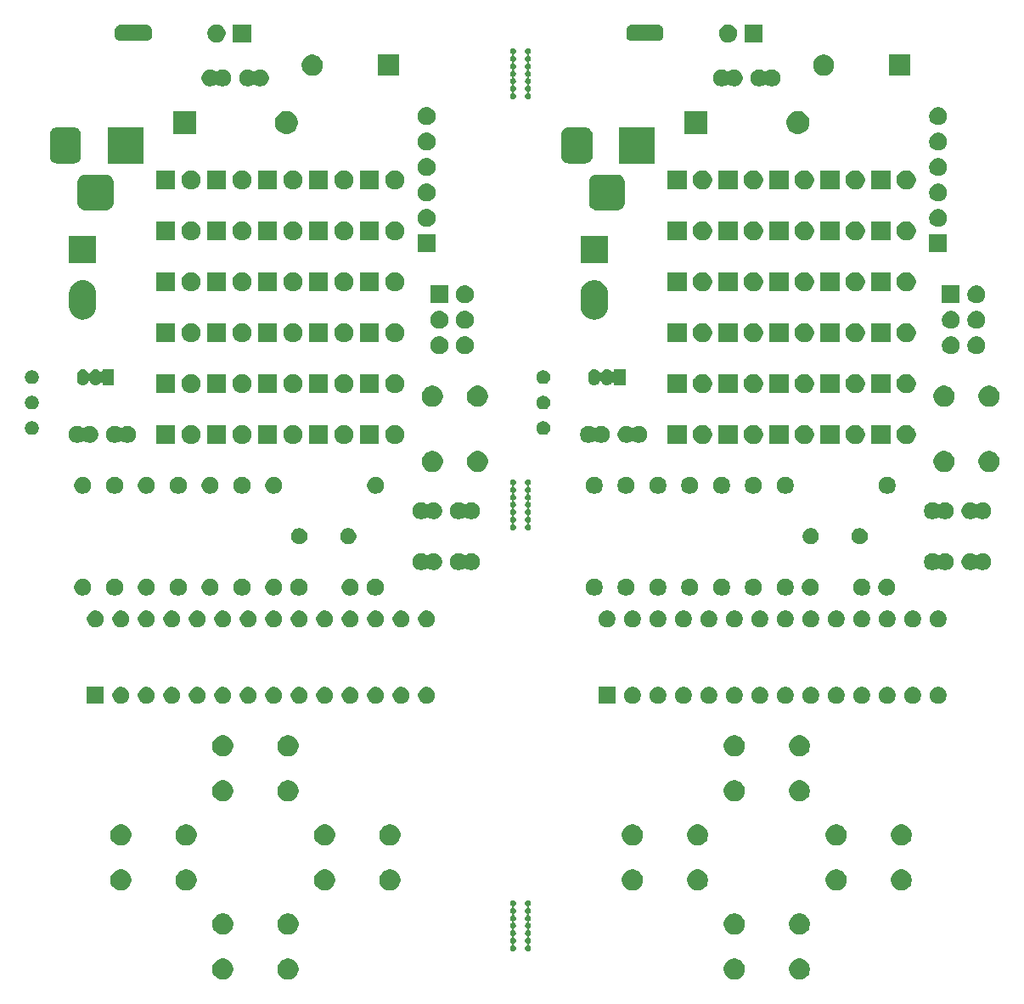
<source format=gts>
G04 #@! TF.GenerationSoftware,KiCad,Pcbnew,(5.1.5)-3*
G04 #@! TF.CreationDate,2020-08-24T21:46:47+02:00*
G04 #@! TF.ProjectId,Panel-Snake_game,50616e65-6c2d-4536-9e61-6b655f67616d,v3.1*
G04 #@! TF.SameCoordinates,Original*
G04 #@! TF.FileFunction,Soldermask,Top*
G04 #@! TF.FilePolarity,Negative*
%FSLAX46Y46*%
G04 Gerber Fmt 4.6, Leading zero omitted, Abs format (unit mm)*
G04 Created by KiCad (PCBNEW (5.1.5)-3) date 2020-08-24 21:46:47*
%MOMM*%
%LPD*%
G04 APERTURE LIST*
%ADD10C,0.100000*%
G04 APERTURE END LIST*
D10*
G36*
X173126564Y-134814389D02*
G01*
X173317833Y-134893615D01*
X173317835Y-134893616D01*
X173489973Y-135008635D01*
X173636365Y-135155027D01*
X173751385Y-135327167D01*
X173830611Y-135518436D01*
X173871000Y-135721484D01*
X173871000Y-135928516D01*
X173830611Y-136131564D01*
X173751385Y-136322833D01*
X173751384Y-136322835D01*
X173636365Y-136494973D01*
X173489973Y-136641365D01*
X173317835Y-136756384D01*
X173317834Y-136756385D01*
X173317833Y-136756385D01*
X173126564Y-136835611D01*
X172923516Y-136876000D01*
X172716484Y-136876000D01*
X172513436Y-136835611D01*
X172322167Y-136756385D01*
X172322166Y-136756385D01*
X172322165Y-136756384D01*
X172150027Y-136641365D01*
X172003635Y-136494973D01*
X171888616Y-136322835D01*
X171888615Y-136322833D01*
X171809389Y-136131564D01*
X171769000Y-135928516D01*
X171769000Y-135721484D01*
X171809389Y-135518436D01*
X171888615Y-135327167D01*
X172003635Y-135155027D01*
X172150027Y-135008635D01*
X172322165Y-134893616D01*
X172322167Y-134893615D01*
X172513436Y-134814389D01*
X172716484Y-134774000D01*
X172923516Y-134774000D01*
X173126564Y-134814389D01*
G37*
G36*
X115626564Y-134814389D02*
G01*
X115817833Y-134893615D01*
X115817835Y-134893616D01*
X115989973Y-135008635D01*
X116136365Y-135155027D01*
X116251385Y-135327167D01*
X116330611Y-135518436D01*
X116371000Y-135721484D01*
X116371000Y-135928516D01*
X116330611Y-136131564D01*
X116251385Y-136322833D01*
X116251384Y-136322835D01*
X116136365Y-136494973D01*
X115989973Y-136641365D01*
X115817835Y-136756384D01*
X115817834Y-136756385D01*
X115817833Y-136756385D01*
X115626564Y-136835611D01*
X115423516Y-136876000D01*
X115216484Y-136876000D01*
X115013436Y-136835611D01*
X114822167Y-136756385D01*
X114822166Y-136756385D01*
X114822165Y-136756384D01*
X114650027Y-136641365D01*
X114503635Y-136494973D01*
X114388616Y-136322835D01*
X114388615Y-136322833D01*
X114309389Y-136131564D01*
X114269000Y-135928516D01*
X114269000Y-135721484D01*
X114309389Y-135518436D01*
X114388615Y-135327167D01*
X114503635Y-135155027D01*
X114650027Y-135008635D01*
X114822165Y-134893616D01*
X114822167Y-134893615D01*
X115013436Y-134814389D01*
X115216484Y-134774000D01*
X115423516Y-134774000D01*
X115626564Y-134814389D01*
G37*
G36*
X122126564Y-134814389D02*
G01*
X122317833Y-134893615D01*
X122317835Y-134893616D01*
X122489973Y-135008635D01*
X122636365Y-135155027D01*
X122751385Y-135327167D01*
X122830611Y-135518436D01*
X122871000Y-135721484D01*
X122871000Y-135928516D01*
X122830611Y-136131564D01*
X122751385Y-136322833D01*
X122751384Y-136322835D01*
X122636365Y-136494973D01*
X122489973Y-136641365D01*
X122317835Y-136756384D01*
X122317834Y-136756385D01*
X122317833Y-136756385D01*
X122126564Y-136835611D01*
X121923516Y-136876000D01*
X121716484Y-136876000D01*
X121513436Y-136835611D01*
X121322167Y-136756385D01*
X121322166Y-136756385D01*
X121322165Y-136756384D01*
X121150027Y-136641365D01*
X121003635Y-136494973D01*
X120888616Y-136322835D01*
X120888615Y-136322833D01*
X120809389Y-136131564D01*
X120769000Y-135928516D01*
X120769000Y-135721484D01*
X120809389Y-135518436D01*
X120888615Y-135327167D01*
X121003635Y-135155027D01*
X121150027Y-135008635D01*
X121322165Y-134893616D01*
X121322167Y-134893615D01*
X121513436Y-134814389D01*
X121716484Y-134774000D01*
X121923516Y-134774000D01*
X122126564Y-134814389D01*
G37*
G36*
X166626564Y-134814389D02*
G01*
X166817833Y-134893615D01*
X166817835Y-134893616D01*
X166989973Y-135008635D01*
X167136365Y-135155027D01*
X167251385Y-135327167D01*
X167330611Y-135518436D01*
X167371000Y-135721484D01*
X167371000Y-135928516D01*
X167330611Y-136131564D01*
X167251385Y-136322833D01*
X167251384Y-136322835D01*
X167136365Y-136494973D01*
X166989973Y-136641365D01*
X166817835Y-136756384D01*
X166817834Y-136756385D01*
X166817833Y-136756385D01*
X166626564Y-136835611D01*
X166423516Y-136876000D01*
X166216484Y-136876000D01*
X166013436Y-136835611D01*
X165822167Y-136756385D01*
X165822166Y-136756385D01*
X165822165Y-136756384D01*
X165650027Y-136641365D01*
X165503635Y-136494973D01*
X165388616Y-136322835D01*
X165388615Y-136322833D01*
X165309389Y-136131564D01*
X165269000Y-135928516D01*
X165269000Y-135721484D01*
X165309389Y-135518436D01*
X165388615Y-135327167D01*
X165503635Y-135155027D01*
X165650027Y-135008635D01*
X165822165Y-134893616D01*
X165822167Y-134893615D01*
X166013436Y-134814389D01*
X166216484Y-134774000D01*
X166423516Y-134774000D01*
X166626564Y-134814389D01*
G37*
G36*
X145837797Y-128960567D02*
G01*
X145892575Y-128983257D01*
X145892577Y-128983258D01*
X145941876Y-129016198D01*
X145983802Y-129058124D01*
X146016742Y-129107423D01*
X146016743Y-129107425D01*
X146039433Y-129162203D01*
X146051000Y-129220353D01*
X146051000Y-129279647D01*
X146039433Y-129337797D01*
X146016743Y-129392575D01*
X146016742Y-129392577D01*
X145983802Y-129441876D01*
X145941876Y-129483802D01*
X145892577Y-129516742D01*
X145886104Y-129521067D01*
X145867162Y-129536612D01*
X145851617Y-129555554D01*
X145840066Y-129577165D01*
X145832953Y-129600614D01*
X145830551Y-129625000D01*
X145832953Y-129649386D01*
X145840066Y-129672835D01*
X145851617Y-129694446D01*
X145867162Y-129713388D01*
X145886104Y-129728933D01*
X145892577Y-129733258D01*
X145941876Y-129766198D01*
X145983802Y-129808124D01*
X146016742Y-129857423D01*
X146016743Y-129857425D01*
X146039433Y-129912203D01*
X146051000Y-129970353D01*
X146051000Y-130029647D01*
X146039433Y-130087797D01*
X146016743Y-130142575D01*
X146016742Y-130142577D01*
X145983802Y-130191876D01*
X145941876Y-130233802D01*
X145892577Y-130266742D01*
X145886104Y-130271067D01*
X145867162Y-130286612D01*
X145851617Y-130305554D01*
X145840066Y-130327165D01*
X145832953Y-130350614D01*
X145830551Y-130375000D01*
X145832953Y-130399386D01*
X145840066Y-130422835D01*
X145851617Y-130444446D01*
X145867162Y-130463388D01*
X145886104Y-130478933D01*
X145892577Y-130483258D01*
X145941876Y-130516198D01*
X145983802Y-130558124D01*
X146016742Y-130607423D01*
X146016743Y-130607425D01*
X146039433Y-130662203D01*
X146051000Y-130720353D01*
X146051000Y-130779647D01*
X146039433Y-130837797D01*
X146016743Y-130892575D01*
X146016742Y-130892577D01*
X145983802Y-130941876D01*
X145941876Y-130983802D01*
X145892577Y-131016742D01*
X145886104Y-131021067D01*
X145867162Y-131036612D01*
X145851617Y-131055554D01*
X145840066Y-131077165D01*
X145832953Y-131100614D01*
X145830551Y-131125000D01*
X145832953Y-131149386D01*
X145840066Y-131172835D01*
X145851617Y-131194446D01*
X145867162Y-131213388D01*
X145886104Y-131228933D01*
X145892577Y-131233258D01*
X145941876Y-131266198D01*
X145983802Y-131308124D01*
X146016742Y-131357423D01*
X146016743Y-131357425D01*
X146039433Y-131412203D01*
X146051000Y-131470353D01*
X146051000Y-131529647D01*
X146039433Y-131587797D01*
X146016743Y-131642575D01*
X146016742Y-131642577D01*
X145983802Y-131691876D01*
X145941876Y-131733802D01*
X145892577Y-131766742D01*
X145886104Y-131771067D01*
X145867162Y-131786612D01*
X145851617Y-131805554D01*
X145840066Y-131827165D01*
X145832953Y-131850614D01*
X145830551Y-131875000D01*
X145832953Y-131899386D01*
X145840066Y-131922835D01*
X145851617Y-131944446D01*
X145867162Y-131963388D01*
X145886104Y-131978933D01*
X145892577Y-131983258D01*
X145941876Y-132016198D01*
X145983802Y-132058124D01*
X146016742Y-132107423D01*
X146016743Y-132107425D01*
X146039433Y-132162203D01*
X146051000Y-132220353D01*
X146051000Y-132279647D01*
X146039433Y-132337797D01*
X146016743Y-132392575D01*
X146016742Y-132392577D01*
X145983802Y-132441876D01*
X145941876Y-132483802D01*
X145892577Y-132516742D01*
X145886104Y-132521067D01*
X145867162Y-132536612D01*
X145851617Y-132555554D01*
X145840066Y-132577165D01*
X145832953Y-132600614D01*
X145830551Y-132625000D01*
X145832953Y-132649386D01*
X145840066Y-132672835D01*
X145851617Y-132694446D01*
X145867162Y-132713388D01*
X145886104Y-132728933D01*
X145892577Y-132733258D01*
X145941876Y-132766198D01*
X145983802Y-132808124D01*
X146016742Y-132857423D01*
X146016743Y-132857425D01*
X146039433Y-132912203D01*
X146051000Y-132970353D01*
X146051000Y-133029647D01*
X146039433Y-133087797D01*
X146016743Y-133142575D01*
X146016742Y-133142577D01*
X145983802Y-133191876D01*
X145941876Y-133233802D01*
X145892577Y-133266742D01*
X145886104Y-133271067D01*
X145867162Y-133286612D01*
X145851617Y-133305554D01*
X145840066Y-133327165D01*
X145832953Y-133350614D01*
X145830551Y-133375000D01*
X145832953Y-133399386D01*
X145840066Y-133422835D01*
X145851617Y-133444446D01*
X145867162Y-133463388D01*
X145886104Y-133478933D01*
X145892577Y-133483258D01*
X145941876Y-133516198D01*
X145983802Y-133558124D01*
X146016742Y-133607423D01*
X146016743Y-133607425D01*
X146039433Y-133662203D01*
X146051000Y-133720353D01*
X146051000Y-133779647D01*
X146039433Y-133837797D01*
X146016743Y-133892575D01*
X146016742Y-133892577D01*
X145983802Y-133941876D01*
X145941876Y-133983802D01*
X145892577Y-134016742D01*
X145892576Y-134016743D01*
X145892575Y-134016743D01*
X145837797Y-134039433D01*
X145779647Y-134051000D01*
X145720353Y-134051000D01*
X145662203Y-134039433D01*
X145607425Y-134016743D01*
X145607424Y-134016743D01*
X145607423Y-134016742D01*
X145558124Y-133983802D01*
X145516198Y-133941876D01*
X145483258Y-133892577D01*
X145483257Y-133892575D01*
X145460567Y-133837797D01*
X145449000Y-133779647D01*
X145449000Y-133720353D01*
X145460567Y-133662203D01*
X145483257Y-133607425D01*
X145483258Y-133607423D01*
X145516198Y-133558124D01*
X145558124Y-133516198D01*
X145607423Y-133483258D01*
X145613896Y-133478933D01*
X145632838Y-133463388D01*
X145648383Y-133444446D01*
X145659934Y-133422835D01*
X145667047Y-133399386D01*
X145669449Y-133375000D01*
X145667047Y-133350614D01*
X145659934Y-133327165D01*
X145648383Y-133305554D01*
X145632838Y-133286612D01*
X145613896Y-133271067D01*
X145607423Y-133266742D01*
X145558124Y-133233802D01*
X145516198Y-133191876D01*
X145483258Y-133142577D01*
X145483257Y-133142575D01*
X145460567Y-133087797D01*
X145449000Y-133029647D01*
X145449000Y-132970353D01*
X145460567Y-132912203D01*
X145483257Y-132857425D01*
X145483258Y-132857423D01*
X145516198Y-132808124D01*
X145558124Y-132766198D01*
X145607423Y-132733258D01*
X145613896Y-132728933D01*
X145632838Y-132713388D01*
X145648383Y-132694446D01*
X145659934Y-132672835D01*
X145667047Y-132649386D01*
X145669449Y-132625000D01*
X145667047Y-132600614D01*
X145659934Y-132577165D01*
X145648383Y-132555554D01*
X145632838Y-132536612D01*
X145613896Y-132521067D01*
X145607423Y-132516742D01*
X145558124Y-132483802D01*
X145516198Y-132441876D01*
X145483258Y-132392577D01*
X145483257Y-132392575D01*
X145460567Y-132337797D01*
X145449000Y-132279647D01*
X145449000Y-132220353D01*
X145460567Y-132162203D01*
X145483257Y-132107425D01*
X145483258Y-132107423D01*
X145516198Y-132058124D01*
X145558124Y-132016198D01*
X145607423Y-131983258D01*
X145613896Y-131978933D01*
X145632838Y-131963388D01*
X145648383Y-131944446D01*
X145659934Y-131922835D01*
X145667047Y-131899386D01*
X145669449Y-131875000D01*
X145667047Y-131850614D01*
X145659934Y-131827165D01*
X145648383Y-131805554D01*
X145632838Y-131786612D01*
X145613896Y-131771067D01*
X145607423Y-131766742D01*
X145558124Y-131733802D01*
X145516198Y-131691876D01*
X145483258Y-131642577D01*
X145483257Y-131642575D01*
X145460567Y-131587797D01*
X145449000Y-131529647D01*
X145449000Y-131470353D01*
X145460567Y-131412203D01*
X145483257Y-131357425D01*
X145483258Y-131357423D01*
X145516198Y-131308124D01*
X145558124Y-131266198D01*
X145607423Y-131233258D01*
X145613896Y-131228933D01*
X145632838Y-131213388D01*
X145648383Y-131194446D01*
X145659934Y-131172835D01*
X145667047Y-131149386D01*
X145669449Y-131125000D01*
X145667047Y-131100614D01*
X145659934Y-131077165D01*
X145648383Y-131055554D01*
X145632838Y-131036612D01*
X145613896Y-131021067D01*
X145607423Y-131016742D01*
X145558124Y-130983802D01*
X145516198Y-130941876D01*
X145483258Y-130892577D01*
X145483257Y-130892575D01*
X145460567Y-130837797D01*
X145449000Y-130779647D01*
X145449000Y-130720353D01*
X145460567Y-130662203D01*
X145483257Y-130607425D01*
X145483258Y-130607423D01*
X145516198Y-130558124D01*
X145558124Y-130516198D01*
X145607423Y-130483258D01*
X145613896Y-130478933D01*
X145632838Y-130463388D01*
X145648383Y-130444446D01*
X145659934Y-130422835D01*
X145667047Y-130399386D01*
X145669449Y-130375000D01*
X145667047Y-130350614D01*
X145659934Y-130327165D01*
X145648383Y-130305554D01*
X145632838Y-130286612D01*
X145613896Y-130271067D01*
X145607423Y-130266742D01*
X145558124Y-130233802D01*
X145516198Y-130191876D01*
X145483258Y-130142577D01*
X145483257Y-130142575D01*
X145460567Y-130087797D01*
X145449000Y-130029647D01*
X145449000Y-129970353D01*
X145460567Y-129912203D01*
X145483257Y-129857425D01*
X145483258Y-129857423D01*
X145516198Y-129808124D01*
X145558124Y-129766198D01*
X145607423Y-129733258D01*
X145613896Y-129728933D01*
X145632838Y-129713388D01*
X145648383Y-129694446D01*
X145659934Y-129672835D01*
X145667047Y-129649386D01*
X145669449Y-129625000D01*
X145667047Y-129600614D01*
X145659934Y-129577165D01*
X145648383Y-129555554D01*
X145632838Y-129536612D01*
X145613896Y-129521067D01*
X145607423Y-129516742D01*
X145558124Y-129483802D01*
X145516198Y-129441876D01*
X145483258Y-129392577D01*
X145483257Y-129392575D01*
X145460567Y-129337797D01*
X145449000Y-129279647D01*
X145449000Y-129220353D01*
X145460567Y-129162203D01*
X145483257Y-129107425D01*
X145483258Y-129107423D01*
X145516198Y-129058124D01*
X145558124Y-129016198D01*
X145607423Y-128983258D01*
X145607425Y-128983257D01*
X145662203Y-128960567D01*
X145720353Y-128949000D01*
X145779647Y-128949000D01*
X145837797Y-128960567D01*
G37*
G36*
X144337797Y-128960567D02*
G01*
X144392575Y-128983257D01*
X144392577Y-128983258D01*
X144441876Y-129016198D01*
X144483802Y-129058124D01*
X144516742Y-129107423D01*
X144516743Y-129107425D01*
X144539433Y-129162203D01*
X144551000Y-129220353D01*
X144551000Y-129279647D01*
X144539433Y-129337797D01*
X144516743Y-129392575D01*
X144516742Y-129392577D01*
X144483802Y-129441876D01*
X144441876Y-129483802D01*
X144392577Y-129516742D01*
X144386104Y-129521067D01*
X144367162Y-129536612D01*
X144351617Y-129555554D01*
X144340066Y-129577165D01*
X144332953Y-129600614D01*
X144330551Y-129625000D01*
X144332953Y-129649386D01*
X144340066Y-129672835D01*
X144351617Y-129694446D01*
X144367162Y-129713388D01*
X144386104Y-129728933D01*
X144392577Y-129733258D01*
X144441876Y-129766198D01*
X144483802Y-129808124D01*
X144516742Y-129857423D01*
X144516743Y-129857425D01*
X144539433Y-129912203D01*
X144551000Y-129970353D01*
X144551000Y-130029647D01*
X144539433Y-130087797D01*
X144516743Y-130142575D01*
X144516742Y-130142577D01*
X144483802Y-130191876D01*
X144441876Y-130233802D01*
X144392577Y-130266742D01*
X144386104Y-130271067D01*
X144367162Y-130286612D01*
X144351617Y-130305554D01*
X144340066Y-130327165D01*
X144332953Y-130350614D01*
X144330551Y-130375000D01*
X144332953Y-130399386D01*
X144340066Y-130422835D01*
X144351617Y-130444446D01*
X144367162Y-130463388D01*
X144386104Y-130478933D01*
X144392577Y-130483258D01*
X144441876Y-130516198D01*
X144483802Y-130558124D01*
X144516742Y-130607423D01*
X144516743Y-130607425D01*
X144539433Y-130662203D01*
X144551000Y-130720353D01*
X144551000Y-130779647D01*
X144539433Y-130837797D01*
X144516743Y-130892575D01*
X144516742Y-130892577D01*
X144483802Y-130941876D01*
X144441876Y-130983802D01*
X144392577Y-131016742D01*
X144386104Y-131021067D01*
X144367162Y-131036612D01*
X144351617Y-131055554D01*
X144340066Y-131077165D01*
X144332953Y-131100614D01*
X144330551Y-131125000D01*
X144332953Y-131149386D01*
X144340066Y-131172835D01*
X144351617Y-131194446D01*
X144367162Y-131213388D01*
X144386104Y-131228933D01*
X144392577Y-131233258D01*
X144441876Y-131266198D01*
X144483802Y-131308124D01*
X144516742Y-131357423D01*
X144516743Y-131357425D01*
X144539433Y-131412203D01*
X144551000Y-131470353D01*
X144551000Y-131529647D01*
X144539433Y-131587797D01*
X144516743Y-131642575D01*
X144516742Y-131642577D01*
X144483802Y-131691876D01*
X144441876Y-131733802D01*
X144392577Y-131766742D01*
X144386104Y-131771067D01*
X144367162Y-131786612D01*
X144351617Y-131805554D01*
X144340066Y-131827165D01*
X144332953Y-131850614D01*
X144330551Y-131875000D01*
X144332953Y-131899386D01*
X144340066Y-131922835D01*
X144351617Y-131944446D01*
X144367162Y-131963388D01*
X144386104Y-131978933D01*
X144392577Y-131983258D01*
X144441876Y-132016198D01*
X144483802Y-132058124D01*
X144516742Y-132107423D01*
X144516743Y-132107425D01*
X144539433Y-132162203D01*
X144551000Y-132220353D01*
X144551000Y-132279647D01*
X144539433Y-132337797D01*
X144516743Y-132392575D01*
X144516742Y-132392577D01*
X144483802Y-132441876D01*
X144441876Y-132483802D01*
X144392577Y-132516742D01*
X144386104Y-132521067D01*
X144367162Y-132536612D01*
X144351617Y-132555554D01*
X144340066Y-132577165D01*
X144332953Y-132600614D01*
X144330551Y-132625000D01*
X144332953Y-132649386D01*
X144340066Y-132672835D01*
X144351617Y-132694446D01*
X144367162Y-132713388D01*
X144386104Y-132728933D01*
X144392577Y-132733258D01*
X144441876Y-132766198D01*
X144483802Y-132808124D01*
X144516742Y-132857423D01*
X144516743Y-132857425D01*
X144539433Y-132912203D01*
X144551000Y-132970353D01*
X144551000Y-133029647D01*
X144539433Y-133087797D01*
X144516743Y-133142575D01*
X144516742Y-133142577D01*
X144483802Y-133191876D01*
X144441876Y-133233802D01*
X144392577Y-133266742D01*
X144386104Y-133271067D01*
X144367162Y-133286612D01*
X144351617Y-133305554D01*
X144340066Y-133327165D01*
X144332953Y-133350614D01*
X144330551Y-133375000D01*
X144332953Y-133399386D01*
X144340066Y-133422835D01*
X144351617Y-133444446D01*
X144367162Y-133463388D01*
X144386104Y-133478933D01*
X144392577Y-133483258D01*
X144441876Y-133516198D01*
X144483802Y-133558124D01*
X144516742Y-133607423D01*
X144516743Y-133607425D01*
X144539433Y-133662203D01*
X144551000Y-133720353D01*
X144551000Y-133779647D01*
X144539433Y-133837797D01*
X144516743Y-133892575D01*
X144516742Y-133892577D01*
X144483802Y-133941876D01*
X144441876Y-133983802D01*
X144392577Y-134016742D01*
X144392576Y-134016743D01*
X144392575Y-134016743D01*
X144337797Y-134039433D01*
X144279647Y-134051000D01*
X144220353Y-134051000D01*
X144162203Y-134039433D01*
X144107425Y-134016743D01*
X144107424Y-134016743D01*
X144107423Y-134016742D01*
X144058124Y-133983802D01*
X144016198Y-133941876D01*
X143983258Y-133892577D01*
X143983257Y-133892575D01*
X143960567Y-133837797D01*
X143949000Y-133779647D01*
X143949000Y-133720353D01*
X143960567Y-133662203D01*
X143983257Y-133607425D01*
X143983258Y-133607423D01*
X144016198Y-133558124D01*
X144058124Y-133516198D01*
X144107423Y-133483258D01*
X144113896Y-133478933D01*
X144132838Y-133463388D01*
X144148383Y-133444446D01*
X144159934Y-133422835D01*
X144167047Y-133399386D01*
X144169449Y-133375000D01*
X144167047Y-133350614D01*
X144159934Y-133327165D01*
X144148383Y-133305554D01*
X144132838Y-133286612D01*
X144113896Y-133271067D01*
X144107423Y-133266742D01*
X144058124Y-133233802D01*
X144016198Y-133191876D01*
X143983258Y-133142577D01*
X143983257Y-133142575D01*
X143960567Y-133087797D01*
X143949000Y-133029647D01*
X143949000Y-132970353D01*
X143960567Y-132912203D01*
X143983257Y-132857425D01*
X143983258Y-132857423D01*
X144016198Y-132808124D01*
X144058124Y-132766198D01*
X144107423Y-132733258D01*
X144113896Y-132728933D01*
X144132838Y-132713388D01*
X144148383Y-132694446D01*
X144159934Y-132672835D01*
X144167047Y-132649386D01*
X144169449Y-132625000D01*
X144167047Y-132600614D01*
X144159934Y-132577165D01*
X144148383Y-132555554D01*
X144132838Y-132536612D01*
X144113896Y-132521067D01*
X144107423Y-132516742D01*
X144058124Y-132483802D01*
X144016198Y-132441876D01*
X143983258Y-132392577D01*
X143983257Y-132392575D01*
X143960567Y-132337797D01*
X143949000Y-132279647D01*
X143949000Y-132220353D01*
X143960567Y-132162203D01*
X143983257Y-132107425D01*
X143983258Y-132107423D01*
X144016198Y-132058124D01*
X144058124Y-132016198D01*
X144107423Y-131983258D01*
X144113896Y-131978933D01*
X144132838Y-131963388D01*
X144148383Y-131944446D01*
X144159934Y-131922835D01*
X144167047Y-131899386D01*
X144169449Y-131875000D01*
X144167047Y-131850614D01*
X144159934Y-131827165D01*
X144148383Y-131805554D01*
X144132838Y-131786612D01*
X144113896Y-131771067D01*
X144107423Y-131766742D01*
X144058124Y-131733802D01*
X144016198Y-131691876D01*
X143983258Y-131642577D01*
X143983257Y-131642575D01*
X143960567Y-131587797D01*
X143949000Y-131529647D01*
X143949000Y-131470353D01*
X143960567Y-131412203D01*
X143983257Y-131357425D01*
X143983258Y-131357423D01*
X144016198Y-131308124D01*
X144058124Y-131266198D01*
X144107423Y-131233258D01*
X144113896Y-131228933D01*
X144132838Y-131213388D01*
X144148383Y-131194446D01*
X144159934Y-131172835D01*
X144167047Y-131149386D01*
X144169449Y-131125000D01*
X144167047Y-131100614D01*
X144159934Y-131077165D01*
X144148383Y-131055554D01*
X144132838Y-131036612D01*
X144113896Y-131021067D01*
X144107423Y-131016742D01*
X144058124Y-130983802D01*
X144016198Y-130941876D01*
X143983258Y-130892577D01*
X143983257Y-130892575D01*
X143960567Y-130837797D01*
X143949000Y-130779647D01*
X143949000Y-130720353D01*
X143960567Y-130662203D01*
X143983257Y-130607425D01*
X143983258Y-130607423D01*
X144016198Y-130558124D01*
X144058124Y-130516198D01*
X144107423Y-130483258D01*
X144113896Y-130478933D01*
X144132838Y-130463388D01*
X144148383Y-130444446D01*
X144159934Y-130422835D01*
X144167047Y-130399386D01*
X144169449Y-130375000D01*
X144167047Y-130350614D01*
X144159934Y-130327165D01*
X144148383Y-130305554D01*
X144132838Y-130286612D01*
X144113896Y-130271067D01*
X144107423Y-130266742D01*
X144058124Y-130233802D01*
X144016198Y-130191876D01*
X143983258Y-130142577D01*
X143983257Y-130142575D01*
X143960567Y-130087797D01*
X143949000Y-130029647D01*
X143949000Y-129970353D01*
X143960567Y-129912203D01*
X143983257Y-129857425D01*
X143983258Y-129857423D01*
X144016198Y-129808124D01*
X144058124Y-129766198D01*
X144107423Y-129733258D01*
X144113896Y-129728933D01*
X144132838Y-129713388D01*
X144148383Y-129694446D01*
X144159934Y-129672835D01*
X144167047Y-129649386D01*
X144169449Y-129625000D01*
X144167047Y-129600614D01*
X144159934Y-129577165D01*
X144148383Y-129555554D01*
X144132838Y-129536612D01*
X144113896Y-129521067D01*
X144107423Y-129516742D01*
X144058124Y-129483802D01*
X144016198Y-129441876D01*
X143983258Y-129392577D01*
X143983257Y-129392575D01*
X143960567Y-129337797D01*
X143949000Y-129279647D01*
X143949000Y-129220353D01*
X143960567Y-129162203D01*
X143983257Y-129107425D01*
X143983258Y-129107423D01*
X144016198Y-129058124D01*
X144058124Y-129016198D01*
X144107423Y-128983258D01*
X144107425Y-128983257D01*
X144162203Y-128960567D01*
X144220353Y-128949000D01*
X144279647Y-128949000D01*
X144337797Y-128960567D01*
G37*
G36*
X166626564Y-130314389D02*
G01*
X166772892Y-130375000D01*
X166817835Y-130393616D01*
X166922256Y-130463388D01*
X166989973Y-130508635D01*
X167136365Y-130655027D01*
X167251385Y-130827167D01*
X167330611Y-131018436D01*
X167371000Y-131221484D01*
X167371000Y-131428516D01*
X167330611Y-131631564D01*
X167258542Y-131805554D01*
X167251384Y-131822835D01*
X167136365Y-131994973D01*
X166989973Y-132141365D01*
X166817835Y-132256384D01*
X166817834Y-132256385D01*
X166817833Y-132256385D01*
X166626564Y-132335611D01*
X166423516Y-132376000D01*
X166216484Y-132376000D01*
X166013436Y-132335611D01*
X165822167Y-132256385D01*
X165822166Y-132256385D01*
X165822165Y-132256384D01*
X165650027Y-132141365D01*
X165503635Y-131994973D01*
X165388616Y-131822835D01*
X165381458Y-131805554D01*
X165309389Y-131631564D01*
X165269000Y-131428516D01*
X165269000Y-131221484D01*
X165309389Y-131018436D01*
X165388615Y-130827167D01*
X165503635Y-130655027D01*
X165650027Y-130508635D01*
X165717744Y-130463388D01*
X165822165Y-130393616D01*
X165867108Y-130375000D01*
X166013436Y-130314389D01*
X166216484Y-130274000D01*
X166423516Y-130274000D01*
X166626564Y-130314389D01*
G37*
G36*
X173126564Y-130314389D02*
G01*
X173272892Y-130375000D01*
X173317835Y-130393616D01*
X173422256Y-130463388D01*
X173489973Y-130508635D01*
X173636365Y-130655027D01*
X173751385Y-130827167D01*
X173830611Y-131018436D01*
X173871000Y-131221484D01*
X173871000Y-131428516D01*
X173830611Y-131631564D01*
X173758542Y-131805554D01*
X173751384Y-131822835D01*
X173636365Y-131994973D01*
X173489973Y-132141365D01*
X173317835Y-132256384D01*
X173317834Y-132256385D01*
X173317833Y-132256385D01*
X173126564Y-132335611D01*
X172923516Y-132376000D01*
X172716484Y-132376000D01*
X172513436Y-132335611D01*
X172322167Y-132256385D01*
X172322166Y-132256385D01*
X172322165Y-132256384D01*
X172150027Y-132141365D01*
X172003635Y-131994973D01*
X171888616Y-131822835D01*
X171881458Y-131805554D01*
X171809389Y-131631564D01*
X171769000Y-131428516D01*
X171769000Y-131221484D01*
X171809389Y-131018436D01*
X171888615Y-130827167D01*
X172003635Y-130655027D01*
X172150027Y-130508635D01*
X172217744Y-130463388D01*
X172322165Y-130393616D01*
X172367108Y-130375000D01*
X172513436Y-130314389D01*
X172716484Y-130274000D01*
X172923516Y-130274000D01*
X173126564Y-130314389D01*
G37*
G36*
X115626564Y-130314389D02*
G01*
X115772892Y-130375000D01*
X115817835Y-130393616D01*
X115922256Y-130463388D01*
X115989973Y-130508635D01*
X116136365Y-130655027D01*
X116251385Y-130827167D01*
X116330611Y-131018436D01*
X116371000Y-131221484D01*
X116371000Y-131428516D01*
X116330611Y-131631564D01*
X116258542Y-131805554D01*
X116251384Y-131822835D01*
X116136365Y-131994973D01*
X115989973Y-132141365D01*
X115817835Y-132256384D01*
X115817834Y-132256385D01*
X115817833Y-132256385D01*
X115626564Y-132335611D01*
X115423516Y-132376000D01*
X115216484Y-132376000D01*
X115013436Y-132335611D01*
X114822167Y-132256385D01*
X114822166Y-132256385D01*
X114822165Y-132256384D01*
X114650027Y-132141365D01*
X114503635Y-131994973D01*
X114388616Y-131822835D01*
X114381458Y-131805554D01*
X114309389Y-131631564D01*
X114269000Y-131428516D01*
X114269000Y-131221484D01*
X114309389Y-131018436D01*
X114388615Y-130827167D01*
X114503635Y-130655027D01*
X114650027Y-130508635D01*
X114717744Y-130463388D01*
X114822165Y-130393616D01*
X114867108Y-130375000D01*
X115013436Y-130314389D01*
X115216484Y-130274000D01*
X115423516Y-130274000D01*
X115626564Y-130314389D01*
G37*
G36*
X122126564Y-130314389D02*
G01*
X122272892Y-130375000D01*
X122317835Y-130393616D01*
X122422256Y-130463388D01*
X122489973Y-130508635D01*
X122636365Y-130655027D01*
X122751385Y-130827167D01*
X122830611Y-131018436D01*
X122871000Y-131221484D01*
X122871000Y-131428516D01*
X122830611Y-131631564D01*
X122758542Y-131805554D01*
X122751384Y-131822835D01*
X122636365Y-131994973D01*
X122489973Y-132141365D01*
X122317835Y-132256384D01*
X122317834Y-132256385D01*
X122317833Y-132256385D01*
X122126564Y-132335611D01*
X121923516Y-132376000D01*
X121716484Y-132376000D01*
X121513436Y-132335611D01*
X121322167Y-132256385D01*
X121322166Y-132256385D01*
X121322165Y-132256384D01*
X121150027Y-132141365D01*
X121003635Y-131994973D01*
X120888616Y-131822835D01*
X120881458Y-131805554D01*
X120809389Y-131631564D01*
X120769000Y-131428516D01*
X120769000Y-131221484D01*
X120809389Y-131018436D01*
X120888615Y-130827167D01*
X121003635Y-130655027D01*
X121150027Y-130508635D01*
X121217744Y-130463388D01*
X121322165Y-130393616D01*
X121367108Y-130375000D01*
X121513436Y-130314389D01*
X121716484Y-130274000D01*
X121923516Y-130274000D01*
X122126564Y-130314389D01*
G37*
G36*
X183286564Y-125924389D02*
G01*
X183477833Y-126003615D01*
X183477835Y-126003616D01*
X183649973Y-126118635D01*
X183796365Y-126265027D01*
X183911385Y-126437167D01*
X183990611Y-126628436D01*
X184031000Y-126831484D01*
X184031000Y-127038516D01*
X183990611Y-127241564D01*
X183911385Y-127432833D01*
X183911384Y-127432835D01*
X183796365Y-127604973D01*
X183649973Y-127751365D01*
X183477835Y-127866384D01*
X183477834Y-127866385D01*
X183477833Y-127866385D01*
X183286564Y-127945611D01*
X183083516Y-127986000D01*
X182876484Y-127986000D01*
X182673436Y-127945611D01*
X182482167Y-127866385D01*
X182482166Y-127866385D01*
X182482165Y-127866384D01*
X182310027Y-127751365D01*
X182163635Y-127604973D01*
X182048616Y-127432835D01*
X182048615Y-127432833D01*
X181969389Y-127241564D01*
X181929000Y-127038516D01*
X181929000Y-126831484D01*
X181969389Y-126628436D01*
X182048615Y-126437167D01*
X182163635Y-126265027D01*
X182310027Y-126118635D01*
X182482165Y-126003616D01*
X182482167Y-126003615D01*
X182673436Y-125924389D01*
X182876484Y-125884000D01*
X183083516Y-125884000D01*
X183286564Y-125924389D01*
G37*
G36*
X132286564Y-125924389D02*
G01*
X132477833Y-126003615D01*
X132477835Y-126003616D01*
X132649973Y-126118635D01*
X132796365Y-126265027D01*
X132911385Y-126437167D01*
X132990611Y-126628436D01*
X133031000Y-126831484D01*
X133031000Y-127038516D01*
X132990611Y-127241564D01*
X132911385Y-127432833D01*
X132911384Y-127432835D01*
X132796365Y-127604973D01*
X132649973Y-127751365D01*
X132477835Y-127866384D01*
X132477834Y-127866385D01*
X132477833Y-127866385D01*
X132286564Y-127945611D01*
X132083516Y-127986000D01*
X131876484Y-127986000D01*
X131673436Y-127945611D01*
X131482167Y-127866385D01*
X131482166Y-127866385D01*
X131482165Y-127866384D01*
X131310027Y-127751365D01*
X131163635Y-127604973D01*
X131048616Y-127432835D01*
X131048615Y-127432833D01*
X130969389Y-127241564D01*
X130929000Y-127038516D01*
X130929000Y-126831484D01*
X130969389Y-126628436D01*
X131048615Y-126437167D01*
X131163635Y-126265027D01*
X131310027Y-126118635D01*
X131482165Y-126003616D01*
X131482167Y-126003615D01*
X131673436Y-125924389D01*
X131876484Y-125884000D01*
X132083516Y-125884000D01*
X132286564Y-125924389D01*
G37*
G36*
X156466564Y-125924389D02*
G01*
X156657833Y-126003615D01*
X156657835Y-126003616D01*
X156829973Y-126118635D01*
X156976365Y-126265027D01*
X157091385Y-126437167D01*
X157170611Y-126628436D01*
X157211000Y-126831484D01*
X157211000Y-127038516D01*
X157170611Y-127241564D01*
X157091385Y-127432833D01*
X157091384Y-127432835D01*
X156976365Y-127604973D01*
X156829973Y-127751365D01*
X156657835Y-127866384D01*
X156657834Y-127866385D01*
X156657833Y-127866385D01*
X156466564Y-127945611D01*
X156263516Y-127986000D01*
X156056484Y-127986000D01*
X155853436Y-127945611D01*
X155662167Y-127866385D01*
X155662166Y-127866385D01*
X155662165Y-127866384D01*
X155490027Y-127751365D01*
X155343635Y-127604973D01*
X155228616Y-127432835D01*
X155228615Y-127432833D01*
X155149389Y-127241564D01*
X155109000Y-127038516D01*
X155109000Y-126831484D01*
X155149389Y-126628436D01*
X155228615Y-126437167D01*
X155343635Y-126265027D01*
X155490027Y-126118635D01*
X155662165Y-126003616D01*
X155662167Y-126003615D01*
X155853436Y-125924389D01*
X156056484Y-125884000D01*
X156263516Y-125884000D01*
X156466564Y-125924389D01*
G37*
G36*
X162966564Y-125924389D02*
G01*
X163157833Y-126003615D01*
X163157835Y-126003616D01*
X163329973Y-126118635D01*
X163476365Y-126265027D01*
X163591385Y-126437167D01*
X163670611Y-126628436D01*
X163711000Y-126831484D01*
X163711000Y-127038516D01*
X163670611Y-127241564D01*
X163591385Y-127432833D01*
X163591384Y-127432835D01*
X163476365Y-127604973D01*
X163329973Y-127751365D01*
X163157835Y-127866384D01*
X163157834Y-127866385D01*
X163157833Y-127866385D01*
X162966564Y-127945611D01*
X162763516Y-127986000D01*
X162556484Y-127986000D01*
X162353436Y-127945611D01*
X162162167Y-127866385D01*
X162162166Y-127866385D01*
X162162165Y-127866384D01*
X161990027Y-127751365D01*
X161843635Y-127604973D01*
X161728616Y-127432835D01*
X161728615Y-127432833D01*
X161649389Y-127241564D01*
X161609000Y-127038516D01*
X161609000Y-126831484D01*
X161649389Y-126628436D01*
X161728615Y-126437167D01*
X161843635Y-126265027D01*
X161990027Y-126118635D01*
X162162165Y-126003616D01*
X162162167Y-126003615D01*
X162353436Y-125924389D01*
X162556484Y-125884000D01*
X162763516Y-125884000D01*
X162966564Y-125924389D01*
G37*
G36*
X125786564Y-125924389D02*
G01*
X125977833Y-126003615D01*
X125977835Y-126003616D01*
X126149973Y-126118635D01*
X126296365Y-126265027D01*
X126411385Y-126437167D01*
X126490611Y-126628436D01*
X126531000Y-126831484D01*
X126531000Y-127038516D01*
X126490611Y-127241564D01*
X126411385Y-127432833D01*
X126411384Y-127432835D01*
X126296365Y-127604973D01*
X126149973Y-127751365D01*
X125977835Y-127866384D01*
X125977834Y-127866385D01*
X125977833Y-127866385D01*
X125786564Y-127945611D01*
X125583516Y-127986000D01*
X125376484Y-127986000D01*
X125173436Y-127945611D01*
X124982167Y-127866385D01*
X124982166Y-127866385D01*
X124982165Y-127866384D01*
X124810027Y-127751365D01*
X124663635Y-127604973D01*
X124548616Y-127432835D01*
X124548615Y-127432833D01*
X124469389Y-127241564D01*
X124429000Y-127038516D01*
X124429000Y-126831484D01*
X124469389Y-126628436D01*
X124548615Y-126437167D01*
X124663635Y-126265027D01*
X124810027Y-126118635D01*
X124982165Y-126003616D01*
X124982167Y-126003615D01*
X125173436Y-125924389D01*
X125376484Y-125884000D01*
X125583516Y-125884000D01*
X125786564Y-125924389D01*
G37*
G36*
X105466564Y-125924389D02*
G01*
X105657833Y-126003615D01*
X105657835Y-126003616D01*
X105829973Y-126118635D01*
X105976365Y-126265027D01*
X106091385Y-126437167D01*
X106170611Y-126628436D01*
X106211000Y-126831484D01*
X106211000Y-127038516D01*
X106170611Y-127241564D01*
X106091385Y-127432833D01*
X106091384Y-127432835D01*
X105976365Y-127604973D01*
X105829973Y-127751365D01*
X105657835Y-127866384D01*
X105657834Y-127866385D01*
X105657833Y-127866385D01*
X105466564Y-127945611D01*
X105263516Y-127986000D01*
X105056484Y-127986000D01*
X104853436Y-127945611D01*
X104662167Y-127866385D01*
X104662166Y-127866385D01*
X104662165Y-127866384D01*
X104490027Y-127751365D01*
X104343635Y-127604973D01*
X104228616Y-127432835D01*
X104228615Y-127432833D01*
X104149389Y-127241564D01*
X104109000Y-127038516D01*
X104109000Y-126831484D01*
X104149389Y-126628436D01*
X104228615Y-126437167D01*
X104343635Y-126265027D01*
X104490027Y-126118635D01*
X104662165Y-126003616D01*
X104662167Y-126003615D01*
X104853436Y-125924389D01*
X105056484Y-125884000D01*
X105263516Y-125884000D01*
X105466564Y-125924389D01*
G37*
G36*
X176786564Y-125924389D02*
G01*
X176977833Y-126003615D01*
X176977835Y-126003616D01*
X177149973Y-126118635D01*
X177296365Y-126265027D01*
X177411385Y-126437167D01*
X177490611Y-126628436D01*
X177531000Y-126831484D01*
X177531000Y-127038516D01*
X177490611Y-127241564D01*
X177411385Y-127432833D01*
X177411384Y-127432835D01*
X177296365Y-127604973D01*
X177149973Y-127751365D01*
X176977835Y-127866384D01*
X176977834Y-127866385D01*
X176977833Y-127866385D01*
X176786564Y-127945611D01*
X176583516Y-127986000D01*
X176376484Y-127986000D01*
X176173436Y-127945611D01*
X175982167Y-127866385D01*
X175982166Y-127866385D01*
X175982165Y-127866384D01*
X175810027Y-127751365D01*
X175663635Y-127604973D01*
X175548616Y-127432835D01*
X175548615Y-127432833D01*
X175469389Y-127241564D01*
X175429000Y-127038516D01*
X175429000Y-126831484D01*
X175469389Y-126628436D01*
X175548615Y-126437167D01*
X175663635Y-126265027D01*
X175810027Y-126118635D01*
X175982165Y-126003616D01*
X175982167Y-126003615D01*
X176173436Y-125924389D01*
X176376484Y-125884000D01*
X176583516Y-125884000D01*
X176786564Y-125924389D01*
G37*
G36*
X111966564Y-125924389D02*
G01*
X112157833Y-126003615D01*
X112157835Y-126003616D01*
X112329973Y-126118635D01*
X112476365Y-126265027D01*
X112591385Y-126437167D01*
X112670611Y-126628436D01*
X112711000Y-126831484D01*
X112711000Y-127038516D01*
X112670611Y-127241564D01*
X112591385Y-127432833D01*
X112591384Y-127432835D01*
X112476365Y-127604973D01*
X112329973Y-127751365D01*
X112157835Y-127866384D01*
X112157834Y-127866385D01*
X112157833Y-127866385D01*
X111966564Y-127945611D01*
X111763516Y-127986000D01*
X111556484Y-127986000D01*
X111353436Y-127945611D01*
X111162167Y-127866385D01*
X111162166Y-127866385D01*
X111162165Y-127866384D01*
X110990027Y-127751365D01*
X110843635Y-127604973D01*
X110728616Y-127432835D01*
X110728615Y-127432833D01*
X110649389Y-127241564D01*
X110609000Y-127038516D01*
X110609000Y-126831484D01*
X110649389Y-126628436D01*
X110728615Y-126437167D01*
X110843635Y-126265027D01*
X110990027Y-126118635D01*
X111162165Y-126003616D01*
X111162167Y-126003615D01*
X111353436Y-125924389D01*
X111556484Y-125884000D01*
X111763516Y-125884000D01*
X111966564Y-125924389D01*
G37*
G36*
X162966564Y-121424389D02*
G01*
X163157833Y-121503615D01*
X163157835Y-121503616D01*
X163329973Y-121618635D01*
X163476365Y-121765027D01*
X163591385Y-121937167D01*
X163670611Y-122128436D01*
X163711000Y-122331484D01*
X163711000Y-122538516D01*
X163670611Y-122741564D01*
X163591385Y-122932833D01*
X163591384Y-122932835D01*
X163476365Y-123104973D01*
X163329973Y-123251365D01*
X163157835Y-123366384D01*
X163157834Y-123366385D01*
X163157833Y-123366385D01*
X162966564Y-123445611D01*
X162763516Y-123486000D01*
X162556484Y-123486000D01*
X162353436Y-123445611D01*
X162162167Y-123366385D01*
X162162166Y-123366385D01*
X162162165Y-123366384D01*
X161990027Y-123251365D01*
X161843635Y-123104973D01*
X161728616Y-122932835D01*
X161728615Y-122932833D01*
X161649389Y-122741564D01*
X161609000Y-122538516D01*
X161609000Y-122331484D01*
X161649389Y-122128436D01*
X161728615Y-121937167D01*
X161843635Y-121765027D01*
X161990027Y-121618635D01*
X162162165Y-121503616D01*
X162162167Y-121503615D01*
X162353436Y-121424389D01*
X162556484Y-121384000D01*
X162763516Y-121384000D01*
X162966564Y-121424389D01*
G37*
G36*
X176786564Y-121424389D02*
G01*
X176977833Y-121503615D01*
X176977835Y-121503616D01*
X177149973Y-121618635D01*
X177296365Y-121765027D01*
X177411385Y-121937167D01*
X177490611Y-122128436D01*
X177531000Y-122331484D01*
X177531000Y-122538516D01*
X177490611Y-122741564D01*
X177411385Y-122932833D01*
X177411384Y-122932835D01*
X177296365Y-123104973D01*
X177149973Y-123251365D01*
X176977835Y-123366384D01*
X176977834Y-123366385D01*
X176977833Y-123366385D01*
X176786564Y-123445611D01*
X176583516Y-123486000D01*
X176376484Y-123486000D01*
X176173436Y-123445611D01*
X175982167Y-123366385D01*
X175982166Y-123366385D01*
X175982165Y-123366384D01*
X175810027Y-123251365D01*
X175663635Y-123104973D01*
X175548616Y-122932835D01*
X175548615Y-122932833D01*
X175469389Y-122741564D01*
X175429000Y-122538516D01*
X175429000Y-122331484D01*
X175469389Y-122128436D01*
X175548615Y-121937167D01*
X175663635Y-121765027D01*
X175810027Y-121618635D01*
X175982165Y-121503616D01*
X175982167Y-121503615D01*
X176173436Y-121424389D01*
X176376484Y-121384000D01*
X176583516Y-121384000D01*
X176786564Y-121424389D01*
G37*
G36*
X156466564Y-121424389D02*
G01*
X156657833Y-121503615D01*
X156657835Y-121503616D01*
X156829973Y-121618635D01*
X156976365Y-121765027D01*
X157091385Y-121937167D01*
X157170611Y-122128436D01*
X157211000Y-122331484D01*
X157211000Y-122538516D01*
X157170611Y-122741564D01*
X157091385Y-122932833D01*
X157091384Y-122932835D01*
X156976365Y-123104973D01*
X156829973Y-123251365D01*
X156657835Y-123366384D01*
X156657834Y-123366385D01*
X156657833Y-123366385D01*
X156466564Y-123445611D01*
X156263516Y-123486000D01*
X156056484Y-123486000D01*
X155853436Y-123445611D01*
X155662167Y-123366385D01*
X155662166Y-123366385D01*
X155662165Y-123366384D01*
X155490027Y-123251365D01*
X155343635Y-123104973D01*
X155228616Y-122932835D01*
X155228615Y-122932833D01*
X155149389Y-122741564D01*
X155109000Y-122538516D01*
X155109000Y-122331484D01*
X155149389Y-122128436D01*
X155228615Y-121937167D01*
X155343635Y-121765027D01*
X155490027Y-121618635D01*
X155662165Y-121503616D01*
X155662167Y-121503615D01*
X155853436Y-121424389D01*
X156056484Y-121384000D01*
X156263516Y-121384000D01*
X156466564Y-121424389D01*
G37*
G36*
X132286564Y-121424389D02*
G01*
X132477833Y-121503615D01*
X132477835Y-121503616D01*
X132649973Y-121618635D01*
X132796365Y-121765027D01*
X132911385Y-121937167D01*
X132990611Y-122128436D01*
X133031000Y-122331484D01*
X133031000Y-122538516D01*
X132990611Y-122741564D01*
X132911385Y-122932833D01*
X132911384Y-122932835D01*
X132796365Y-123104973D01*
X132649973Y-123251365D01*
X132477835Y-123366384D01*
X132477834Y-123366385D01*
X132477833Y-123366385D01*
X132286564Y-123445611D01*
X132083516Y-123486000D01*
X131876484Y-123486000D01*
X131673436Y-123445611D01*
X131482167Y-123366385D01*
X131482166Y-123366385D01*
X131482165Y-123366384D01*
X131310027Y-123251365D01*
X131163635Y-123104973D01*
X131048616Y-122932835D01*
X131048615Y-122932833D01*
X130969389Y-122741564D01*
X130929000Y-122538516D01*
X130929000Y-122331484D01*
X130969389Y-122128436D01*
X131048615Y-121937167D01*
X131163635Y-121765027D01*
X131310027Y-121618635D01*
X131482165Y-121503616D01*
X131482167Y-121503615D01*
X131673436Y-121424389D01*
X131876484Y-121384000D01*
X132083516Y-121384000D01*
X132286564Y-121424389D01*
G37*
G36*
X111966564Y-121424389D02*
G01*
X112157833Y-121503615D01*
X112157835Y-121503616D01*
X112329973Y-121618635D01*
X112476365Y-121765027D01*
X112591385Y-121937167D01*
X112670611Y-122128436D01*
X112711000Y-122331484D01*
X112711000Y-122538516D01*
X112670611Y-122741564D01*
X112591385Y-122932833D01*
X112591384Y-122932835D01*
X112476365Y-123104973D01*
X112329973Y-123251365D01*
X112157835Y-123366384D01*
X112157834Y-123366385D01*
X112157833Y-123366385D01*
X111966564Y-123445611D01*
X111763516Y-123486000D01*
X111556484Y-123486000D01*
X111353436Y-123445611D01*
X111162167Y-123366385D01*
X111162166Y-123366385D01*
X111162165Y-123366384D01*
X110990027Y-123251365D01*
X110843635Y-123104973D01*
X110728616Y-122932835D01*
X110728615Y-122932833D01*
X110649389Y-122741564D01*
X110609000Y-122538516D01*
X110609000Y-122331484D01*
X110649389Y-122128436D01*
X110728615Y-121937167D01*
X110843635Y-121765027D01*
X110990027Y-121618635D01*
X111162165Y-121503616D01*
X111162167Y-121503615D01*
X111353436Y-121424389D01*
X111556484Y-121384000D01*
X111763516Y-121384000D01*
X111966564Y-121424389D01*
G37*
G36*
X125786564Y-121424389D02*
G01*
X125977833Y-121503615D01*
X125977835Y-121503616D01*
X126149973Y-121618635D01*
X126296365Y-121765027D01*
X126411385Y-121937167D01*
X126490611Y-122128436D01*
X126531000Y-122331484D01*
X126531000Y-122538516D01*
X126490611Y-122741564D01*
X126411385Y-122932833D01*
X126411384Y-122932835D01*
X126296365Y-123104973D01*
X126149973Y-123251365D01*
X125977835Y-123366384D01*
X125977834Y-123366385D01*
X125977833Y-123366385D01*
X125786564Y-123445611D01*
X125583516Y-123486000D01*
X125376484Y-123486000D01*
X125173436Y-123445611D01*
X124982167Y-123366385D01*
X124982166Y-123366385D01*
X124982165Y-123366384D01*
X124810027Y-123251365D01*
X124663635Y-123104973D01*
X124548616Y-122932835D01*
X124548615Y-122932833D01*
X124469389Y-122741564D01*
X124429000Y-122538516D01*
X124429000Y-122331484D01*
X124469389Y-122128436D01*
X124548615Y-121937167D01*
X124663635Y-121765027D01*
X124810027Y-121618635D01*
X124982165Y-121503616D01*
X124982167Y-121503615D01*
X125173436Y-121424389D01*
X125376484Y-121384000D01*
X125583516Y-121384000D01*
X125786564Y-121424389D01*
G37*
G36*
X105466564Y-121424389D02*
G01*
X105657833Y-121503615D01*
X105657835Y-121503616D01*
X105829973Y-121618635D01*
X105976365Y-121765027D01*
X106091385Y-121937167D01*
X106170611Y-122128436D01*
X106211000Y-122331484D01*
X106211000Y-122538516D01*
X106170611Y-122741564D01*
X106091385Y-122932833D01*
X106091384Y-122932835D01*
X105976365Y-123104973D01*
X105829973Y-123251365D01*
X105657835Y-123366384D01*
X105657834Y-123366385D01*
X105657833Y-123366385D01*
X105466564Y-123445611D01*
X105263516Y-123486000D01*
X105056484Y-123486000D01*
X104853436Y-123445611D01*
X104662167Y-123366385D01*
X104662166Y-123366385D01*
X104662165Y-123366384D01*
X104490027Y-123251365D01*
X104343635Y-123104973D01*
X104228616Y-122932835D01*
X104228615Y-122932833D01*
X104149389Y-122741564D01*
X104109000Y-122538516D01*
X104109000Y-122331484D01*
X104149389Y-122128436D01*
X104228615Y-121937167D01*
X104343635Y-121765027D01*
X104490027Y-121618635D01*
X104662165Y-121503616D01*
X104662167Y-121503615D01*
X104853436Y-121424389D01*
X105056484Y-121384000D01*
X105263516Y-121384000D01*
X105466564Y-121424389D01*
G37*
G36*
X183286564Y-121424389D02*
G01*
X183477833Y-121503615D01*
X183477835Y-121503616D01*
X183649973Y-121618635D01*
X183796365Y-121765027D01*
X183911385Y-121937167D01*
X183990611Y-122128436D01*
X184031000Y-122331484D01*
X184031000Y-122538516D01*
X183990611Y-122741564D01*
X183911385Y-122932833D01*
X183911384Y-122932835D01*
X183796365Y-123104973D01*
X183649973Y-123251365D01*
X183477835Y-123366384D01*
X183477834Y-123366385D01*
X183477833Y-123366385D01*
X183286564Y-123445611D01*
X183083516Y-123486000D01*
X182876484Y-123486000D01*
X182673436Y-123445611D01*
X182482167Y-123366385D01*
X182482166Y-123366385D01*
X182482165Y-123366384D01*
X182310027Y-123251365D01*
X182163635Y-123104973D01*
X182048616Y-122932835D01*
X182048615Y-122932833D01*
X181969389Y-122741564D01*
X181929000Y-122538516D01*
X181929000Y-122331484D01*
X181969389Y-122128436D01*
X182048615Y-121937167D01*
X182163635Y-121765027D01*
X182310027Y-121618635D01*
X182482165Y-121503616D01*
X182482167Y-121503615D01*
X182673436Y-121424389D01*
X182876484Y-121384000D01*
X183083516Y-121384000D01*
X183286564Y-121424389D01*
G37*
G36*
X115626564Y-117034389D02*
G01*
X115817833Y-117113615D01*
X115817835Y-117113616D01*
X115989973Y-117228635D01*
X116136365Y-117375027D01*
X116251385Y-117547167D01*
X116330611Y-117738436D01*
X116371000Y-117941484D01*
X116371000Y-118148516D01*
X116330611Y-118351564D01*
X116251385Y-118542833D01*
X116251384Y-118542835D01*
X116136365Y-118714973D01*
X115989973Y-118861365D01*
X115817835Y-118976384D01*
X115817834Y-118976385D01*
X115817833Y-118976385D01*
X115626564Y-119055611D01*
X115423516Y-119096000D01*
X115216484Y-119096000D01*
X115013436Y-119055611D01*
X114822167Y-118976385D01*
X114822166Y-118976385D01*
X114822165Y-118976384D01*
X114650027Y-118861365D01*
X114503635Y-118714973D01*
X114388616Y-118542835D01*
X114388615Y-118542833D01*
X114309389Y-118351564D01*
X114269000Y-118148516D01*
X114269000Y-117941484D01*
X114309389Y-117738436D01*
X114388615Y-117547167D01*
X114503635Y-117375027D01*
X114650027Y-117228635D01*
X114822165Y-117113616D01*
X114822167Y-117113615D01*
X115013436Y-117034389D01*
X115216484Y-116994000D01*
X115423516Y-116994000D01*
X115626564Y-117034389D01*
G37*
G36*
X166626564Y-117034389D02*
G01*
X166817833Y-117113615D01*
X166817835Y-117113616D01*
X166989973Y-117228635D01*
X167136365Y-117375027D01*
X167251385Y-117547167D01*
X167330611Y-117738436D01*
X167371000Y-117941484D01*
X167371000Y-118148516D01*
X167330611Y-118351564D01*
X167251385Y-118542833D01*
X167251384Y-118542835D01*
X167136365Y-118714973D01*
X166989973Y-118861365D01*
X166817835Y-118976384D01*
X166817834Y-118976385D01*
X166817833Y-118976385D01*
X166626564Y-119055611D01*
X166423516Y-119096000D01*
X166216484Y-119096000D01*
X166013436Y-119055611D01*
X165822167Y-118976385D01*
X165822166Y-118976385D01*
X165822165Y-118976384D01*
X165650027Y-118861365D01*
X165503635Y-118714973D01*
X165388616Y-118542835D01*
X165388615Y-118542833D01*
X165309389Y-118351564D01*
X165269000Y-118148516D01*
X165269000Y-117941484D01*
X165309389Y-117738436D01*
X165388615Y-117547167D01*
X165503635Y-117375027D01*
X165650027Y-117228635D01*
X165822165Y-117113616D01*
X165822167Y-117113615D01*
X166013436Y-117034389D01*
X166216484Y-116994000D01*
X166423516Y-116994000D01*
X166626564Y-117034389D01*
G37*
G36*
X122126564Y-117034389D02*
G01*
X122317833Y-117113615D01*
X122317835Y-117113616D01*
X122489973Y-117228635D01*
X122636365Y-117375027D01*
X122751385Y-117547167D01*
X122830611Y-117738436D01*
X122871000Y-117941484D01*
X122871000Y-118148516D01*
X122830611Y-118351564D01*
X122751385Y-118542833D01*
X122751384Y-118542835D01*
X122636365Y-118714973D01*
X122489973Y-118861365D01*
X122317835Y-118976384D01*
X122317834Y-118976385D01*
X122317833Y-118976385D01*
X122126564Y-119055611D01*
X121923516Y-119096000D01*
X121716484Y-119096000D01*
X121513436Y-119055611D01*
X121322167Y-118976385D01*
X121322166Y-118976385D01*
X121322165Y-118976384D01*
X121150027Y-118861365D01*
X121003635Y-118714973D01*
X120888616Y-118542835D01*
X120888615Y-118542833D01*
X120809389Y-118351564D01*
X120769000Y-118148516D01*
X120769000Y-117941484D01*
X120809389Y-117738436D01*
X120888615Y-117547167D01*
X121003635Y-117375027D01*
X121150027Y-117228635D01*
X121322165Y-117113616D01*
X121322167Y-117113615D01*
X121513436Y-117034389D01*
X121716484Y-116994000D01*
X121923516Y-116994000D01*
X122126564Y-117034389D01*
G37*
G36*
X173126564Y-117034389D02*
G01*
X173317833Y-117113615D01*
X173317835Y-117113616D01*
X173489973Y-117228635D01*
X173636365Y-117375027D01*
X173751385Y-117547167D01*
X173830611Y-117738436D01*
X173871000Y-117941484D01*
X173871000Y-118148516D01*
X173830611Y-118351564D01*
X173751385Y-118542833D01*
X173751384Y-118542835D01*
X173636365Y-118714973D01*
X173489973Y-118861365D01*
X173317835Y-118976384D01*
X173317834Y-118976385D01*
X173317833Y-118976385D01*
X173126564Y-119055611D01*
X172923516Y-119096000D01*
X172716484Y-119096000D01*
X172513436Y-119055611D01*
X172322167Y-118976385D01*
X172322166Y-118976385D01*
X172322165Y-118976384D01*
X172150027Y-118861365D01*
X172003635Y-118714973D01*
X171888616Y-118542835D01*
X171888615Y-118542833D01*
X171809389Y-118351564D01*
X171769000Y-118148516D01*
X171769000Y-117941484D01*
X171809389Y-117738436D01*
X171888615Y-117547167D01*
X172003635Y-117375027D01*
X172150027Y-117228635D01*
X172322165Y-117113616D01*
X172322167Y-117113615D01*
X172513436Y-117034389D01*
X172716484Y-116994000D01*
X172923516Y-116994000D01*
X173126564Y-117034389D01*
G37*
G36*
X166626564Y-112534389D02*
G01*
X166817833Y-112613615D01*
X166817835Y-112613616D01*
X166989973Y-112728635D01*
X167136365Y-112875027D01*
X167251385Y-113047167D01*
X167330611Y-113238436D01*
X167371000Y-113441484D01*
X167371000Y-113648516D01*
X167330611Y-113851564D01*
X167251385Y-114042833D01*
X167251384Y-114042835D01*
X167136365Y-114214973D01*
X166989973Y-114361365D01*
X166817835Y-114476384D01*
X166817834Y-114476385D01*
X166817833Y-114476385D01*
X166626564Y-114555611D01*
X166423516Y-114596000D01*
X166216484Y-114596000D01*
X166013436Y-114555611D01*
X165822167Y-114476385D01*
X165822166Y-114476385D01*
X165822165Y-114476384D01*
X165650027Y-114361365D01*
X165503635Y-114214973D01*
X165388616Y-114042835D01*
X165388615Y-114042833D01*
X165309389Y-113851564D01*
X165269000Y-113648516D01*
X165269000Y-113441484D01*
X165309389Y-113238436D01*
X165388615Y-113047167D01*
X165503635Y-112875027D01*
X165650027Y-112728635D01*
X165822165Y-112613616D01*
X165822167Y-112613615D01*
X166013436Y-112534389D01*
X166216484Y-112494000D01*
X166423516Y-112494000D01*
X166626564Y-112534389D01*
G37*
G36*
X122126564Y-112534389D02*
G01*
X122317833Y-112613615D01*
X122317835Y-112613616D01*
X122489973Y-112728635D01*
X122636365Y-112875027D01*
X122751385Y-113047167D01*
X122830611Y-113238436D01*
X122871000Y-113441484D01*
X122871000Y-113648516D01*
X122830611Y-113851564D01*
X122751385Y-114042833D01*
X122751384Y-114042835D01*
X122636365Y-114214973D01*
X122489973Y-114361365D01*
X122317835Y-114476384D01*
X122317834Y-114476385D01*
X122317833Y-114476385D01*
X122126564Y-114555611D01*
X121923516Y-114596000D01*
X121716484Y-114596000D01*
X121513436Y-114555611D01*
X121322167Y-114476385D01*
X121322166Y-114476385D01*
X121322165Y-114476384D01*
X121150027Y-114361365D01*
X121003635Y-114214973D01*
X120888616Y-114042835D01*
X120888615Y-114042833D01*
X120809389Y-113851564D01*
X120769000Y-113648516D01*
X120769000Y-113441484D01*
X120809389Y-113238436D01*
X120888615Y-113047167D01*
X121003635Y-112875027D01*
X121150027Y-112728635D01*
X121322165Y-112613616D01*
X121322167Y-112613615D01*
X121513436Y-112534389D01*
X121716484Y-112494000D01*
X121923516Y-112494000D01*
X122126564Y-112534389D01*
G37*
G36*
X115626564Y-112534389D02*
G01*
X115817833Y-112613615D01*
X115817835Y-112613616D01*
X115989973Y-112728635D01*
X116136365Y-112875027D01*
X116251385Y-113047167D01*
X116330611Y-113238436D01*
X116371000Y-113441484D01*
X116371000Y-113648516D01*
X116330611Y-113851564D01*
X116251385Y-114042833D01*
X116251384Y-114042835D01*
X116136365Y-114214973D01*
X115989973Y-114361365D01*
X115817835Y-114476384D01*
X115817834Y-114476385D01*
X115817833Y-114476385D01*
X115626564Y-114555611D01*
X115423516Y-114596000D01*
X115216484Y-114596000D01*
X115013436Y-114555611D01*
X114822167Y-114476385D01*
X114822166Y-114476385D01*
X114822165Y-114476384D01*
X114650027Y-114361365D01*
X114503635Y-114214973D01*
X114388616Y-114042835D01*
X114388615Y-114042833D01*
X114309389Y-113851564D01*
X114269000Y-113648516D01*
X114269000Y-113441484D01*
X114309389Y-113238436D01*
X114388615Y-113047167D01*
X114503635Y-112875027D01*
X114650027Y-112728635D01*
X114822165Y-112613616D01*
X114822167Y-112613615D01*
X115013436Y-112534389D01*
X115216484Y-112494000D01*
X115423516Y-112494000D01*
X115626564Y-112534389D01*
G37*
G36*
X173126564Y-112534389D02*
G01*
X173317833Y-112613615D01*
X173317835Y-112613616D01*
X173489973Y-112728635D01*
X173636365Y-112875027D01*
X173751385Y-113047167D01*
X173830611Y-113238436D01*
X173871000Y-113441484D01*
X173871000Y-113648516D01*
X173830611Y-113851564D01*
X173751385Y-114042833D01*
X173751384Y-114042835D01*
X173636365Y-114214973D01*
X173489973Y-114361365D01*
X173317835Y-114476384D01*
X173317834Y-114476385D01*
X173317833Y-114476385D01*
X173126564Y-114555611D01*
X172923516Y-114596000D01*
X172716484Y-114596000D01*
X172513436Y-114555611D01*
X172322167Y-114476385D01*
X172322166Y-114476385D01*
X172322165Y-114476384D01*
X172150027Y-114361365D01*
X172003635Y-114214973D01*
X171888616Y-114042835D01*
X171888615Y-114042833D01*
X171809389Y-113851564D01*
X171769000Y-113648516D01*
X171769000Y-113441484D01*
X171809389Y-113238436D01*
X171888615Y-113047167D01*
X172003635Y-112875027D01*
X172150027Y-112728635D01*
X172322165Y-112613616D01*
X172322167Y-112613615D01*
X172513436Y-112534389D01*
X172716484Y-112494000D01*
X172923516Y-112494000D01*
X173126564Y-112534389D01*
G37*
G36*
X154471000Y-109371000D02*
G01*
X152769000Y-109371000D01*
X152769000Y-107669000D01*
X154471000Y-107669000D01*
X154471000Y-109371000D01*
G37*
G36*
X135888228Y-107701703D02*
G01*
X136043100Y-107765853D01*
X136182481Y-107858985D01*
X136301015Y-107977519D01*
X136394147Y-108116900D01*
X136458297Y-108271772D01*
X136491000Y-108436184D01*
X136491000Y-108603816D01*
X136458297Y-108768228D01*
X136394147Y-108923100D01*
X136301015Y-109062481D01*
X136182481Y-109181015D01*
X136043100Y-109274147D01*
X135888228Y-109338297D01*
X135723816Y-109371000D01*
X135556184Y-109371000D01*
X135391772Y-109338297D01*
X135236900Y-109274147D01*
X135097519Y-109181015D01*
X134978985Y-109062481D01*
X134885853Y-108923100D01*
X134821703Y-108768228D01*
X134789000Y-108603816D01*
X134789000Y-108436184D01*
X134821703Y-108271772D01*
X134885853Y-108116900D01*
X134978985Y-107977519D01*
X135097519Y-107858985D01*
X135236900Y-107765853D01*
X135391772Y-107701703D01*
X135556184Y-107669000D01*
X135723816Y-107669000D01*
X135888228Y-107701703D01*
G37*
G36*
X130808228Y-107701703D02*
G01*
X130963100Y-107765853D01*
X131102481Y-107858985D01*
X131221015Y-107977519D01*
X131314147Y-108116900D01*
X131378297Y-108271772D01*
X131411000Y-108436184D01*
X131411000Y-108603816D01*
X131378297Y-108768228D01*
X131314147Y-108923100D01*
X131221015Y-109062481D01*
X131102481Y-109181015D01*
X130963100Y-109274147D01*
X130808228Y-109338297D01*
X130643816Y-109371000D01*
X130476184Y-109371000D01*
X130311772Y-109338297D01*
X130156900Y-109274147D01*
X130017519Y-109181015D01*
X129898985Y-109062481D01*
X129805853Y-108923100D01*
X129741703Y-108768228D01*
X129709000Y-108603816D01*
X129709000Y-108436184D01*
X129741703Y-108271772D01*
X129805853Y-108116900D01*
X129898985Y-107977519D01*
X130017519Y-107858985D01*
X130156900Y-107765853D01*
X130311772Y-107701703D01*
X130476184Y-107669000D01*
X130643816Y-107669000D01*
X130808228Y-107701703D01*
G37*
G36*
X128268228Y-107701703D02*
G01*
X128423100Y-107765853D01*
X128562481Y-107858985D01*
X128681015Y-107977519D01*
X128774147Y-108116900D01*
X128838297Y-108271772D01*
X128871000Y-108436184D01*
X128871000Y-108603816D01*
X128838297Y-108768228D01*
X128774147Y-108923100D01*
X128681015Y-109062481D01*
X128562481Y-109181015D01*
X128423100Y-109274147D01*
X128268228Y-109338297D01*
X128103816Y-109371000D01*
X127936184Y-109371000D01*
X127771772Y-109338297D01*
X127616900Y-109274147D01*
X127477519Y-109181015D01*
X127358985Y-109062481D01*
X127265853Y-108923100D01*
X127201703Y-108768228D01*
X127169000Y-108603816D01*
X127169000Y-108436184D01*
X127201703Y-108271772D01*
X127265853Y-108116900D01*
X127358985Y-107977519D01*
X127477519Y-107858985D01*
X127616900Y-107765853D01*
X127771772Y-107701703D01*
X127936184Y-107669000D01*
X128103816Y-107669000D01*
X128268228Y-107701703D01*
G37*
G36*
X123188228Y-107701703D02*
G01*
X123343100Y-107765853D01*
X123482481Y-107858985D01*
X123601015Y-107977519D01*
X123694147Y-108116900D01*
X123758297Y-108271772D01*
X123791000Y-108436184D01*
X123791000Y-108603816D01*
X123758297Y-108768228D01*
X123694147Y-108923100D01*
X123601015Y-109062481D01*
X123482481Y-109181015D01*
X123343100Y-109274147D01*
X123188228Y-109338297D01*
X123023816Y-109371000D01*
X122856184Y-109371000D01*
X122691772Y-109338297D01*
X122536900Y-109274147D01*
X122397519Y-109181015D01*
X122278985Y-109062481D01*
X122185853Y-108923100D01*
X122121703Y-108768228D01*
X122089000Y-108603816D01*
X122089000Y-108436184D01*
X122121703Y-108271772D01*
X122185853Y-108116900D01*
X122278985Y-107977519D01*
X122397519Y-107858985D01*
X122536900Y-107765853D01*
X122691772Y-107701703D01*
X122856184Y-107669000D01*
X123023816Y-107669000D01*
X123188228Y-107701703D01*
G37*
G36*
X120648228Y-107701703D02*
G01*
X120803100Y-107765853D01*
X120942481Y-107858985D01*
X121061015Y-107977519D01*
X121154147Y-108116900D01*
X121218297Y-108271772D01*
X121251000Y-108436184D01*
X121251000Y-108603816D01*
X121218297Y-108768228D01*
X121154147Y-108923100D01*
X121061015Y-109062481D01*
X120942481Y-109181015D01*
X120803100Y-109274147D01*
X120648228Y-109338297D01*
X120483816Y-109371000D01*
X120316184Y-109371000D01*
X120151772Y-109338297D01*
X119996900Y-109274147D01*
X119857519Y-109181015D01*
X119738985Y-109062481D01*
X119645853Y-108923100D01*
X119581703Y-108768228D01*
X119549000Y-108603816D01*
X119549000Y-108436184D01*
X119581703Y-108271772D01*
X119645853Y-108116900D01*
X119738985Y-107977519D01*
X119857519Y-107858985D01*
X119996900Y-107765853D01*
X120151772Y-107701703D01*
X120316184Y-107669000D01*
X120483816Y-107669000D01*
X120648228Y-107701703D01*
G37*
G36*
X118108228Y-107701703D02*
G01*
X118263100Y-107765853D01*
X118402481Y-107858985D01*
X118521015Y-107977519D01*
X118614147Y-108116900D01*
X118678297Y-108271772D01*
X118711000Y-108436184D01*
X118711000Y-108603816D01*
X118678297Y-108768228D01*
X118614147Y-108923100D01*
X118521015Y-109062481D01*
X118402481Y-109181015D01*
X118263100Y-109274147D01*
X118108228Y-109338297D01*
X117943816Y-109371000D01*
X117776184Y-109371000D01*
X117611772Y-109338297D01*
X117456900Y-109274147D01*
X117317519Y-109181015D01*
X117198985Y-109062481D01*
X117105853Y-108923100D01*
X117041703Y-108768228D01*
X117009000Y-108603816D01*
X117009000Y-108436184D01*
X117041703Y-108271772D01*
X117105853Y-108116900D01*
X117198985Y-107977519D01*
X117317519Y-107858985D01*
X117456900Y-107765853D01*
X117611772Y-107701703D01*
X117776184Y-107669000D01*
X117943816Y-107669000D01*
X118108228Y-107701703D01*
G37*
G36*
X115568228Y-107701703D02*
G01*
X115723100Y-107765853D01*
X115862481Y-107858985D01*
X115981015Y-107977519D01*
X116074147Y-108116900D01*
X116138297Y-108271772D01*
X116171000Y-108436184D01*
X116171000Y-108603816D01*
X116138297Y-108768228D01*
X116074147Y-108923100D01*
X115981015Y-109062481D01*
X115862481Y-109181015D01*
X115723100Y-109274147D01*
X115568228Y-109338297D01*
X115403816Y-109371000D01*
X115236184Y-109371000D01*
X115071772Y-109338297D01*
X114916900Y-109274147D01*
X114777519Y-109181015D01*
X114658985Y-109062481D01*
X114565853Y-108923100D01*
X114501703Y-108768228D01*
X114469000Y-108603816D01*
X114469000Y-108436184D01*
X114501703Y-108271772D01*
X114565853Y-108116900D01*
X114658985Y-107977519D01*
X114777519Y-107858985D01*
X114916900Y-107765853D01*
X115071772Y-107701703D01*
X115236184Y-107669000D01*
X115403816Y-107669000D01*
X115568228Y-107701703D01*
G37*
G36*
X113028228Y-107701703D02*
G01*
X113183100Y-107765853D01*
X113322481Y-107858985D01*
X113441015Y-107977519D01*
X113534147Y-108116900D01*
X113598297Y-108271772D01*
X113631000Y-108436184D01*
X113631000Y-108603816D01*
X113598297Y-108768228D01*
X113534147Y-108923100D01*
X113441015Y-109062481D01*
X113322481Y-109181015D01*
X113183100Y-109274147D01*
X113028228Y-109338297D01*
X112863816Y-109371000D01*
X112696184Y-109371000D01*
X112531772Y-109338297D01*
X112376900Y-109274147D01*
X112237519Y-109181015D01*
X112118985Y-109062481D01*
X112025853Y-108923100D01*
X111961703Y-108768228D01*
X111929000Y-108603816D01*
X111929000Y-108436184D01*
X111961703Y-108271772D01*
X112025853Y-108116900D01*
X112118985Y-107977519D01*
X112237519Y-107858985D01*
X112376900Y-107765853D01*
X112531772Y-107701703D01*
X112696184Y-107669000D01*
X112863816Y-107669000D01*
X113028228Y-107701703D01*
G37*
G36*
X110488228Y-107701703D02*
G01*
X110643100Y-107765853D01*
X110782481Y-107858985D01*
X110901015Y-107977519D01*
X110994147Y-108116900D01*
X111058297Y-108271772D01*
X111091000Y-108436184D01*
X111091000Y-108603816D01*
X111058297Y-108768228D01*
X110994147Y-108923100D01*
X110901015Y-109062481D01*
X110782481Y-109181015D01*
X110643100Y-109274147D01*
X110488228Y-109338297D01*
X110323816Y-109371000D01*
X110156184Y-109371000D01*
X109991772Y-109338297D01*
X109836900Y-109274147D01*
X109697519Y-109181015D01*
X109578985Y-109062481D01*
X109485853Y-108923100D01*
X109421703Y-108768228D01*
X109389000Y-108603816D01*
X109389000Y-108436184D01*
X109421703Y-108271772D01*
X109485853Y-108116900D01*
X109578985Y-107977519D01*
X109697519Y-107858985D01*
X109836900Y-107765853D01*
X109991772Y-107701703D01*
X110156184Y-107669000D01*
X110323816Y-107669000D01*
X110488228Y-107701703D01*
G37*
G36*
X107948228Y-107701703D02*
G01*
X108103100Y-107765853D01*
X108242481Y-107858985D01*
X108361015Y-107977519D01*
X108454147Y-108116900D01*
X108518297Y-108271772D01*
X108551000Y-108436184D01*
X108551000Y-108603816D01*
X108518297Y-108768228D01*
X108454147Y-108923100D01*
X108361015Y-109062481D01*
X108242481Y-109181015D01*
X108103100Y-109274147D01*
X107948228Y-109338297D01*
X107783816Y-109371000D01*
X107616184Y-109371000D01*
X107451772Y-109338297D01*
X107296900Y-109274147D01*
X107157519Y-109181015D01*
X107038985Y-109062481D01*
X106945853Y-108923100D01*
X106881703Y-108768228D01*
X106849000Y-108603816D01*
X106849000Y-108436184D01*
X106881703Y-108271772D01*
X106945853Y-108116900D01*
X107038985Y-107977519D01*
X107157519Y-107858985D01*
X107296900Y-107765853D01*
X107451772Y-107701703D01*
X107616184Y-107669000D01*
X107783816Y-107669000D01*
X107948228Y-107701703D01*
G37*
G36*
X105408228Y-107701703D02*
G01*
X105563100Y-107765853D01*
X105702481Y-107858985D01*
X105821015Y-107977519D01*
X105914147Y-108116900D01*
X105978297Y-108271772D01*
X106011000Y-108436184D01*
X106011000Y-108603816D01*
X105978297Y-108768228D01*
X105914147Y-108923100D01*
X105821015Y-109062481D01*
X105702481Y-109181015D01*
X105563100Y-109274147D01*
X105408228Y-109338297D01*
X105243816Y-109371000D01*
X105076184Y-109371000D01*
X104911772Y-109338297D01*
X104756900Y-109274147D01*
X104617519Y-109181015D01*
X104498985Y-109062481D01*
X104405853Y-108923100D01*
X104341703Y-108768228D01*
X104309000Y-108603816D01*
X104309000Y-108436184D01*
X104341703Y-108271772D01*
X104405853Y-108116900D01*
X104498985Y-107977519D01*
X104617519Y-107858985D01*
X104756900Y-107765853D01*
X104911772Y-107701703D01*
X105076184Y-107669000D01*
X105243816Y-107669000D01*
X105408228Y-107701703D01*
G37*
G36*
X125728228Y-107701703D02*
G01*
X125883100Y-107765853D01*
X126022481Y-107858985D01*
X126141015Y-107977519D01*
X126234147Y-108116900D01*
X126298297Y-108271772D01*
X126331000Y-108436184D01*
X126331000Y-108603816D01*
X126298297Y-108768228D01*
X126234147Y-108923100D01*
X126141015Y-109062481D01*
X126022481Y-109181015D01*
X125883100Y-109274147D01*
X125728228Y-109338297D01*
X125563816Y-109371000D01*
X125396184Y-109371000D01*
X125231772Y-109338297D01*
X125076900Y-109274147D01*
X124937519Y-109181015D01*
X124818985Y-109062481D01*
X124725853Y-108923100D01*
X124661703Y-108768228D01*
X124629000Y-108603816D01*
X124629000Y-108436184D01*
X124661703Y-108271772D01*
X124725853Y-108116900D01*
X124818985Y-107977519D01*
X124937519Y-107858985D01*
X125076900Y-107765853D01*
X125231772Y-107701703D01*
X125396184Y-107669000D01*
X125563816Y-107669000D01*
X125728228Y-107701703D01*
G37*
G36*
X133348228Y-107701703D02*
G01*
X133503100Y-107765853D01*
X133642481Y-107858985D01*
X133761015Y-107977519D01*
X133854147Y-108116900D01*
X133918297Y-108271772D01*
X133951000Y-108436184D01*
X133951000Y-108603816D01*
X133918297Y-108768228D01*
X133854147Y-108923100D01*
X133761015Y-109062481D01*
X133642481Y-109181015D01*
X133503100Y-109274147D01*
X133348228Y-109338297D01*
X133183816Y-109371000D01*
X133016184Y-109371000D01*
X132851772Y-109338297D01*
X132696900Y-109274147D01*
X132557519Y-109181015D01*
X132438985Y-109062481D01*
X132345853Y-108923100D01*
X132281703Y-108768228D01*
X132249000Y-108603816D01*
X132249000Y-108436184D01*
X132281703Y-108271772D01*
X132345853Y-108116900D01*
X132438985Y-107977519D01*
X132557519Y-107858985D01*
X132696900Y-107765853D01*
X132851772Y-107701703D01*
X133016184Y-107669000D01*
X133183816Y-107669000D01*
X133348228Y-107701703D01*
G37*
G36*
X158948228Y-107701703D02*
G01*
X159103100Y-107765853D01*
X159242481Y-107858985D01*
X159361015Y-107977519D01*
X159454147Y-108116900D01*
X159518297Y-108271772D01*
X159551000Y-108436184D01*
X159551000Y-108603816D01*
X159518297Y-108768228D01*
X159454147Y-108923100D01*
X159361015Y-109062481D01*
X159242481Y-109181015D01*
X159103100Y-109274147D01*
X158948228Y-109338297D01*
X158783816Y-109371000D01*
X158616184Y-109371000D01*
X158451772Y-109338297D01*
X158296900Y-109274147D01*
X158157519Y-109181015D01*
X158038985Y-109062481D01*
X157945853Y-108923100D01*
X157881703Y-108768228D01*
X157849000Y-108603816D01*
X157849000Y-108436184D01*
X157881703Y-108271772D01*
X157945853Y-108116900D01*
X158038985Y-107977519D01*
X158157519Y-107858985D01*
X158296900Y-107765853D01*
X158451772Y-107701703D01*
X158616184Y-107669000D01*
X158783816Y-107669000D01*
X158948228Y-107701703D01*
G37*
G36*
X103471000Y-109371000D02*
G01*
X101769000Y-109371000D01*
X101769000Y-107669000D01*
X103471000Y-107669000D01*
X103471000Y-109371000D01*
G37*
G36*
X156408228Y-107701703D02*
G01*
X156563100Y-107765853D01*
X156702481Y-107858985D01*
X156821015Y-107977519D01*
X156914147Y-108116900D01*
X156978297Y-108271772D01*
X157011000Y-108436184D01*
X157011000Y-108603816D01*
X156978297Y-108768228D01*
X156914147Y-108923100D01*
X156821015Y-109062481D01*
X156702481Y-109181015D01*
X156563100Y-109274147D01*
X156408228Y-109338297D01*
X156243816Y-109371000D01*
X156076184Y-109371000D01*
X155911772Y-109338297D01*
X155756900Y-109274147D01*
X155617519Y-109181015D01*
X155498985Y-109062481D01*
X155405853Y-108923100D01*
X155341703Y-108768228D01*
X155309000Y-108603816D01*
X155309000Y-108436184D01*
X155341703Y-108271772D01*
X155405853Y-108116900D01*
X155498985Y-107977519D01*
X155617519Y-107858985D01*
X155756900Y-107765853D01*
X155911772Y-107701703D01*
X156076184Y-107669000D01*
X156243816Y-107669000D01*
X156408228Y-107701703D01*
G37*
G36*
X184348228Y-107701703D02*
G01*
X184503100Y-107765853D01*
X184642481Y-107858985D01*
X184761015Y-107977519D01*
X184854147Y-108116900D01*
X184918297Y-108271772D01*
X184951000Y-108436184D01*
X184951000Y-108603816D01*
X184918297Y-108768228D01*
X184854147Y-108923100D01*
X184761015Y-109062481D01*
X184642481Y-109181015D01*
X184503100Y-109274147D01*
X184348228Y-109338297D01*
X184183816Y-109371000D01*
X184016184Y-109371000D01*
X183851772Y-109338297D01*
X183696900Y-109274147D01*
X183557519Y-109181015D01*
X183438985Y-109062481D01*
X183345853Y-108923100D01*
X183281703Y-108768228D01*
X183249000Y-108603816D01*
X183249000Y-108436184D01*
X183281703Y-108271772D01*
X183345853Y-108116900D01*
X183438985Y-107977519D01*
X183557519Y-107858985D01*
X183696900Y-107765853D01*
X183851772Y-107701703D01*
X184016184Y-107669000D01*
X184183816Y-107669000D01*
X184348228Y-107701703D01*
G37*
G36*
X181808228Y-107701703D02*
G01*
X181963100Y-107765853D01*
X182102481Y-107858985D01*
X182221015Y-107977519D01*
X182314147Y-108116900D01*
X182378297Y-108271772D01*
X182411000Y-108436184D01*
X182411000Y-108603816D01*
X182378297Y-108768228D01*
X182314147Y-108923100D01*
X182221015Y-109062481D01*
X182102481Y-109181015D01*
X181963100Y-109274147D01*
X181808228Y-109338297D01*
X181643816Y-109371000D01*
X181476184Y-109371000D01*
X181311772Y-109338297D01*
X181156900Y-109274147D01*
X181017519Y-109181015D01*
X180898985Y-109062481D01*
X180805853Y-108923100D01*
X180741703Y-108768228D01*
X180709000Y-108603816D01*
X180709000Y-108436184D01*
X180741703Y-108271772D01*
X180805853Y-108116900D01*
X180898985Y-107977519D01*
X181017519Y-107858985D01*
X181156900Y-107765853D01*
X181311772Y-107701703D01*
X181476184Y-107669000D01*
X181643816Y-107669000D01*
X181808228Y-107701703D01*
G37*
G36*
X179268228Y-107701703D02*
G01*
X179423100Y-107765853D01*
X179562481Y-107858985D01*
X179681015Y-107977519D01*
X179774147Y-108116900D01*
X179838297Y-108271772D01*
X179871000Y-108436184D01*
X179871000Y-108603816D01*
X179838297Y-108768228D01*
X179774147Y-108923100D01*
X179681015Y-109062481D01*
X179562481Y-109181015D01*
X179423100Y-109274147D01*
X179268228Y-109338297D01*
X179103816Y-109371000D01*
X178936184Y-109371000D01*
X178771772Y-109338297D01*
X178616900Y-109274147D01*
X178477519Y-109181015D01*
X178358985Y-109062481D01*
X178265853Y-108923100D01*
X178201703Y-108768228D01*
X178169000Y-108603816D01*
X178169000Y-108436184D01*
X178201703Y-108271772D01*
X178265853Y-108116900D01*
X178358985Y-107977519D01*
X178477519Y-107858985D01*
X178616900Y-107765853D01*
X178771772Y-107701703D01*
X178936184Y-107669000D01*
X179103816Y-107669000D01*
X179268228Y-107701703D01*
G37*
G36*
X176728228Y-107701703D02*
G01*
X176883100Y-107765853D01*
X177022481Y-107858985D01*
X177141015Y-107977519D01*
X177234147Y-108116900D01*
X177298297Y-108271772D01*
X177331000Y-108436184D01*
X177331000Y-108603816D01*
X177298297Y-108768228D01*
X177234147Y-108923100D01*
X177141015Y-109062481D01*
X177022481Y-109181015D01*
X176883100Y-109274147D01*
X176728228Y-109338297D01*
X176563816Y-109371000D01*
X176396184Y-109371000D01*
X176231772Y-109338297D01*
X176076900Y-109274147D01*
X175937519Y-109181015D01*
X175818985Y-109062481D01*
X175725853Y-108923100D01*
X175661703Y-108768228D01*
X175629000Y-108603816D01*
X175629000Y-108436184D01*
X175661703Y-108271772D01*
X175725853Y-108116900D01*
X175818985Y-107977519D01*
X175937519Y-107858985D01*
X176076900Y-107765853D01*
X176231772Y-107701703D01*
X176396184Y-107669000D01*
X176563816Y-107669000D01*
X176728228Y-107701703D01*
G37*
G36*
X174188228Y-107701703D02*
G01*
X174343100Y-107765853D01*
X174482481Y-107858985D01*
X174601015Y-107977519D01*
X174694147Y-108116900D01*
X174758297Y-108271772D01*
X174791000Y-108436184D01*
X174791000Y-108603816D01*
X174758297Y-108768228D01*
X174694147Y-108923100D01*
X174601015Y-109062481D01*
X174482481Y-109181015D01*
X174343100Y-109274147D01*
X174188228Y-109338297D01*
X174023816Y-109371000D01*
X173856184Y-109371000D01*
X173691772Y-109338297D01*
X173536900Y-109274147D01*
X173397519Y-109181015D01*
X173278985Y-109062481D01*
X173185853Y-108923100D01*
X173121703Y-108768228D01*
X173089000Y-108603816D01*
X173089000Y-108436184D01*
X173121703Y-108271772D01*
X173185853Y-108116900D01*
X173278985Y-107977519D01*
X173397519Y-107858985D01*
X173536900Y-107765853D01*
X173691772Y-107701703D01*
X173856184Y-107669000D01*
X174023816Y-107669000D01*
X174188228Y-107701703D01*
G37*
G36*
X171648228Y-107701703D02*
G01*
X171803100Y-107765853D01*
X171942481Y-107858985D01*
X172061015Y-107977519D01*
X172154147Y-108116900D01*
X172218297Y-108271772D01*
X172251000Y-108436184D01*
X172251000Y-108603816D01*
X172218297Y-108768228D01*
X172154147Y-108923100D01*
X172061015Y-109062481D01*
X171942481Y-109181015D01*
X171803100Y-109274147D01*
X171648228Y-109338297D01*
X171483816Y-109371000D01*
X171316184Y-109371000D01*
X171151772Y-109338297D01*
X170996900Y-109274147D01*
X170857519Y-109181015D01*
X170738985Y-109062481D01*
X170645853Y-108923100D01*
X170581703Y-108768228D01*
X170549000Y-108603816D01*
X170549000Y-108436184D01*
X170581703Y-108271772D01*
X170645853Y-108116900D01*
X170738985Y-107977519D01*
X170857519Y-107858985D01*
X170996900Y-107765853D01*
X171151772Y-107701703D01*
X171316184Y-107669000D01*
X171483816Y-107669000D01*
X171648228Y-107701703D01*
G37*
G36*
X169108228Y-107701703D02*
G01*
X169263100Y-107765853D01*
X169402481Y-107858985D01*
X169521015Y-107977519D01*
X169614147Y-108116900D01*
X169678297Y-108271772D01*
X169711000Y-108436184D01*
X169711000Y-108603816D01*
X169678297Y-108768228D01*
X169614147Y-108923100D01*
X169521015Y-109062481D01*
X169402481Y-109181015D01*
X169263100Y-109274147D01*
X169108228Y-109338297D01*
X168943816Y-109371000D01*
X168776184Y-109371000D01*
X168611772Y-109338297D01*
X168456900Y-109274147D01*
X168317519Y-109181015D01*
X168198985Y-109062481D01*
X168105853Y-108923100D01*
X168041703Y-108768228D01*
X168009000Y-108603816D01*
X168009000Y-108436184D01*
X168041703Y-108271772D01*
X168105853Y-108116900D01*
X168198985Y-107977519D01*
X168317519Y-107858985D01*
X168456900Y-107765853D01*
X168611772Y-107701703D01*
X168776184Y-107669000D01*
X168943816Y-107669000D01*
X169108228Y-107701703D01*
G37*
G36*
X166568228Y-107701703D02*
G01*
X166723100Y-107765853D01*
X166862481Y-107858985D01*
X166981015Y-107977519D01*
X167074147Y-108116900D01*
X167138297Y-108271772D01*
X167171000Y-108436184D01*
X167171000Y-108603816D01*
X167138297Y-108768228D01*
X167074147Y-108923100D01*
X166981015Y-109062481D01*
X166862481Y-109181015D01*
X166723100Y-109274147D01*
X166568228Y-109338297D01*
X166403816Y-109371000D01*
X166236184Y-109371000D01*
X166071772Y-109338297D01*
X165916900Y-109274147D01*
X165777519Y-109181015D01*
X165658985Y-109062481D01*
X165565853Y-108923100D01*
X165501703Y-108768228D01*
X165469000Y-108603816D01*
X165469000Y-108436184D01*
X165501703Y-108271772D01*
X165565853Y-108116900D01*
X165658985Y-107977519D01*
X165777519Y-107858985D01*
X165916900Y-107765853D01*
X166071772Y-107701703D01*
X166236184Y-107669000D01*
X166403816Y-107669000D01*
X166568228Y-107701703D01*
G37*
G36*
X164028228Y-107701703D02*
G01*
X164183100Y-107765853D01*
X164322481Y-107858985D01*
X164441015Y-107977519D01*
X164534147Y-108116900D01*
X164598297Y-108271772D01*
X164631000Y-108436184D01*
X164631000Y-108603816D01*
X164598297Y-108768228D01*
X164534147Y-108923100D01*
X164441015Y-109062481D01*
X164322481Y-109181015D01*
X164183100Y-109274147D01*
X164028228Y-109338297D01*
X163863816Y-109371000D01*
X163696184Y-109371000D01*
X163531772Y-109338297D01*
X163376900Y-109274147D01*
X163237519Y-109181015D01*
X163118985Y-109062481D01*
X163025853Y-108923100D01*
X162961703Y-108768228D01*
X162929000Y-108603816D01*
X162929000Y-108436184D01*
X162961703Y-108271772D01*
X163025853Y-108116900D01*
X163118985Y-107977519D01*
X163237519Y-107858985D01*
X163376900Y-107765853D01*
X163531772Y-107701703D01*
X163696184Y-107669000D01*
X163863816Y-107669000D01*
X164028228Y-107701703D01*
G37*
G36*
X161488228Y-107701703D02*
G01*
X161643100Y-107765853D01*
X161782481Y-107858985D01*
X161901015Y-107977519D01*
X161994147Y-108116900D01*
X162058297Y-108271772D01*
X162091000Y-108436184D01*
X162091000Y-108603816D01*
X162058297Y-108768228D01*
X161994147Y-108923100D01*
X161901015Y-109062481D01*
X161782481Y-109181015D01*
X161643100Y-109274147D01*
X161488228Y-109338297D01*
X161323816Y-109371000D01*
X161156184Y-109371000D01*
X160991772Y-109338297D01*
X160836900Y-109274147D01*
X160697519Y-109181015D01*
X160578985Y-109062481D01*
X160485853Y-108923100D01*
X160421703Y-108768228D01*
X160389000Y-108603816D01*
X160389000Y-108436184D01*
X160421703Y-108271772D01*
X160485853Y-108116900D01*
X160578985Y-107977519D01*
X160697519Y-107858985D01*
X160836900Y-107765853D01*
X160991772Y-107701703D01*
X161156184Y-107669000D01*
X161323816Y-107669000D01*
X161488228Y-107701703D01*
G37*
G36*
X186888228Y-107701703D02*
G01*
X187043100Y-107765853D01*
X187182481Y-107858985D01*
X187301015Y-107977519D01*
X187394147Y-108116900D01*
X187458297Y-108271772D01*
X187491000Y-108436184D01*
X187491000Y-108603816D01*
X187458297Y-108768228D01*
X187394147Y-108923100D01*
X187301015Y-109062481D01*
X187182481Y-109181015D01*
X187043100Y-109274147D01*
X186888228Y-109338297D01*
X186723816Y-109371000D01*
X186556184Y-109371000D01*
X186391772Y-109338297D01*
X186236900Y-109274147D01*
X186097519Y-109181015D01*
X185978985Y-109062481D01*
X185885853Y-108923100D01*
X185821703Y-108768228D01*
X185789000Y-108603816D01*
X185789000Y-108436184D01*
X185821703Y-108271772D01*
X185885853Y-108116900D01*
X185978985Y-107977519D01*
X186097519Y-107858985D01*
X186236900Y-107765853D01*
X186391772Y-107701703D01*
X186556184Y-107669000D01*
X186723816Y-107669000D01*
X186888228Y-107701703D01*
G37*
G36*
X171648228Y-100081703D02*
G01*
X171803100Y-100145853D01*
X171942481Y-100238985D01*
X172061015Y-100357519D01*
X172154147Y-100496900D01*
X172218297Y-100651772D01*
X172251000Y-100816184D01*
X172251000Y-100983816D01*
X172218297Y-101148228D01*
X172154147Y-101303100D01*
X172061015Y-101442481D01*
X171942481Y-101561015D01*
X171803100Y-101654147D01*
X171648228Y-101718297D01*
X171483816Y-101751000D01*
X171316184Y-101751000D01*
X171151772Y-101718297D01*
X170996900Y-101654147D01*
X170857519Y-101561015D01*
X170738985Y-101442481D01*
X170645853Y-101303100D01*
X170581703Y-101148228D01*
X170549000Y-100983816D01*
X170549000Y-100816184D01*
X170581703Y-100651772D01*
X170645853Y-100496900D01*
X170738985Y-100357519D01*
X170857519Y-100238985D01*
X170996900Y-100145853D01*
X171151772Y-100081703D01*
X171316184Y-100049000D01*
X171483816Y-100049000D01*
X171648228Y-100081703D01*
G37*
G36*
X164028228Y-100081703D02*
G01*
X164183100Y-100145853D01*
X164322481Y-100238985D01*
X164441015Y-100357519D01*
X164534147Y-100496900D01*
X164598297Y-100651772D01*
X164631000Y-100816184D01*
X164631000Y-100983816D01*
X164598297Y-101148228D01*
X164534147Y-101303100D01*
X164441015Y-101442481D01*
X164322481Y-101561015D01*
X164183100Y-101654147D01*
X164028228Y-101718297D01*
X163863816Y-101751000D01*
X163696184Y-101751000D01*
X163531772Y-101718297D01*
X163376900Y-101654147D01*
X163237519Y-101561015D01*
X163118985Y-101442481D01*
X163025853Y-101303100D01*
X162961703Y-101148228D01*
X162929000Y-100983816D01*
X162929000Y-100816184D01*
X162961703Y-100651772D01*
X163025853Y-100496900D01*
X163118985Y-100357519D01*
X163237519Y-100238985D01*
X163376900Y-100145853D01*
X163531772Y-100081703D01*
X163696184Y-100049000D01*
X163863816Y-100049000D01*
X164028228Y-100081703D01*
G37*
G36*
X161488228Y-100081703D02*
G01*
X161643100Y-100145853D01*
X161782481Y-100238985D01*
X161901015Y-100357519D01*
X161994147Y-100496900D01*
X162058297Y-100651772D01*
X162091000Y-100816184D01*
X162091000Y-100983816D01*
X162058297Y-101148228D01*
X161994147Y-101303100D01*
X161901015Y-101442481D01*
X161782481Y-101561015D01*
X161643100Y-101654147D01*
X161488228Y-101718297D01*
X161323816Y-101751000D01*
X161156184Y-101751000D01*
X160991772Y-101718297D01*
X160836900Y-101654147D01*
X160697519Y-101561015D01*
X160578985Y-101442481D01*
X160485853Y-101303100D01*
X160421703Y-101148228D01*
X160389000Y-100983816D01*
X160389000Y-100816184D01*
X160421703Y-100651772D01*
X160485853Y-100496900D01*
X160578985Y-100357519D01*
X160697519Y-100238985D01*
X160836900Y-100145853D01*
X160991772Y-100081703D01*
X161156184Y-100049000D01*
X161323816Y-100049000D01*
X161488228Y-100081703D01*
G37*
G36*
X158948228Y-100081703D02*
G01*
X159103100Y-100145853D01*
X159242481Y-100238985D01*
X159361015Y-100357519D01*
X159454147Y-100496900D01*
X159518297Y-100651772D01*
X159551000Y-100816184D01*
X159551000Y-100983816D01*
X159518297Y-101148228D01*
X159454147Y-101303100D01*
X159361015Y-101442481D01*
X159242481Y-101561015D01*
X159103100Y-101654147D01*
X158948228Y-101718297D01*
X158783816Y-101751000D01*
X158616184Y-101751000D01*
X158451772Y-101718297D01*
X158296900Y-101654147D01*
X158157519Y-101561015D01*
X158038985Y-101442481D01*
X157945853Y-101303100D01*
X157881703Y-101148228D01*
X157849000Y-100983816D01*
X157849000Y-100816184D01*
X157881703Y-100651772D01*
X157945853Y-100496900D01*
X158038985Y-100357519D01*
X158157519Y-100238985D01*
X158296900Y-100145853D01*
X158451772Y-100081703D01*
X158616184Y-100049000D01*
X158783816Y-100049000D01*
X158948228Y-100081703D01*
G37*
G36*
X156408228Y-100081703D02*
G01*
X156563100Y-100145853D01*
X156702481Y-100238985D01*
X156821015Y-100357519D01*
X156914147Y-100496900D01*
X156978297Y-100651772D01*
X157011000Y-100816184D01*
X157011000Y-100983816D01*
X156978297Y-101148228D01*
X156914147Y-101303100D01*
X156821015Y-101442481D01*
X156702481Y-101561015D01*
X156563100Y-101654147D01*
X156408228Y-101718297D01*
X156243816Y-101751000D01*
X156076184Y-101751000D01*
X155911772Y-101718297D01*
X155756900Y-101654147D01*
X155617519Y-101561015D01*
X155498985Y-101442481D01*
X155405853Y-101303100D01*
X155341703Y-101148228D01*
X155309000Y-100983816D01*
X155309000Y-100816184D01*
X155341703Y-100651772D01*
X155405853Y-100496900D01*
X155498985Y-100357519D01*
X155617519Y-100238985D01*
X155756900Y-100145853D01*
X155911772Y-100081703D01*
X156076184Y-100049000D01*
X156243816Y-100049000D01*
X156408228Y-100081703D01*
G37*
G36*
X153868228Y-100081703D02*
G01*
X154023100Y-100145853D01*
X154162481Y-100238985D01*
X154281015Y-100357519D01*
X154374147Y-100496900D01*
X154438297Y-100651772D01*
X154471000Y-100816184D01*
X154471000Y-100983816D01*
X154438297Y-101148228D01*
X154374147Y-101303100D01*
X154281015Y-101442481D01*
X154162481Y-101561015D01*
X154023100Y-101654147D01*
X153868228Y-101718297D01*
X153703816Y-101751000D01*
X153536184Y-101751000D01*
X153371772Y-101718297D01*
X153216900Y-101654147D01*
X153077519Y-101561015D01*
X152958985Y-101442481D01*
X152865853Y-101303100D01*
X152801703Y-101148228D01*
X152769000Y-100983816D01*
X152769000Y-100816184D01*
X152801703Y-100651772D01*
X152865853Y-100496900D01*
X152958985Y-100357519D01*
X153077519Y-100238985D01*
X153216900Y-100145853D01*
X153371772Y-100081703D01*
X153536184Y-100049000D01*
X153703816Y-100049000D01*
X153868228Y-100081703D01*
G37*
G36*
X135888228Y-100081703D02*
G01*
X136043100Y-100145853D01*
X136182481Y-100238985D01*
X136301015Y-100357519D01*
X136394147Y-100496900D01*
X136458297Y-100651772D01*
X136491000Y-100816184D01*
X136491000Y-100983816D01*
X136458297Y-101148228D01*
X136394147Y-101303100D01*
X136301015Y-101442481D01*
X136182481Y-101561015D01*
X136043100Y-101654147D01*
X135888228Y-101718297D01*
X135723816Y-101751000D01*
X135556184Y-101751000D01*
X135391772Y-101718297D01*
X135236900Y-101654147D01*
X135097519Y-101561015D01*
X134978985Y-101442481D01*
X134885853Y-101303100D01*
X134821703Y-101148228D01*
X134789000Y-100983816D01*
X134789000Y-100816184D01*
X134821703Y-100651772D01*
X134885853Y-100496900D01*
X134978985Y-100357519D01*
X135097519Y-100238985D01*
X135236900Y-100145853D01*
X135391772Y-100081703D01*
X135556184Y-100049000D01*
X135723816Y-100049000D01*
X135888228Y-100081703D01*
G37*
G36*
X133348228Y-100081703D02*
G01*
X133503100Y-100145853D01*
X133642481Y-100238985D01*
X133761015Y-100357519D01*
X133854147Y-100496900D01*
X133918297Y-100651772D01*
X133951000Y-100816184D01*
X133951000Y-100983816D01*
X133918297Y-101148228D01*
X133854147Y-101303100D01*
X133761015Y-101442481D01*
X133642481Y-101561015D01*
X133503100Y-101654147D01*
X133348228Y-101718297D01*
X133183816Y-101751000D01*
X133016184Y-101751000D01*
X132851772Y-101718297D01*
X132696900Y-101654147D01*
X132557519Y-101561015D01*
X132438985Y-101442481D01*
X132345853Y-101303100D01*
X132281703Y-101148228D01*
X132249000Y-100983816D01*
X132249000Y-100816184D01*
X132281703Y-100651772D01*
X132345853Y-100496900D01*
X132438985Y-100357519D01*
X132557519Y-100238985D01*
X132696900Y-100145853D01*
X132851772Y-100081703D01*
X133016184Y-100049000D01*
X133183816Y-100049000D01*
X133348228Y-100081703D01*
G37*
G36*
X130808228Y-100081703D02*
G01*
X130963100Y-100145853D01*
X131102481Y-100238985D01*
X131221015Y-100357519D01*
X131314147Y-100496900D01*
X131378297Y-100651772D01*
X131411000Y-100816184D01*
X131411000Y-100983816D01*
X131378297Y-101148228D01*
X131314147Y-101303100D01*
X131221015Y-101442481D01*
X131102481Y-101561015D01*
X130963100Y-101654147D01*
X130808228Y-101718297D01*
X130643816Y-101751000D01*
X130476184Y-101751000D01*
X130311772Y-101718297D01*
X130156900Y-101654147D01*
X130017519Y-101561015D01*
X129898985Y-101442481D01*
X129805853Y-101303100D01*
X129741703Y-101148228D01*
X129709000Y-100983816D01*
X129709000Y-100816184D01*
X129741703Y-100651772D01*
X129805853Y-100496900D01*
X129898985Y-100357519D01*
X130017519Y-100238985D01*
X130156900Y-100145853D01*
X130311772Y-100081703D01*
X130476184Y-100049000D01*
X130643816Y-100049000D01*
X130808228Y-100081703D01*
G37*
G36*
X128268228Y-100081703D02*
G01*
X128423100Y-100145853D01*
X128562481Y-100238985D01*
X128681015Y-100357519D01*
X128774147Y-100496900D01*
X128838297Y-100651772D01*
X128871000Y-100816184D01*
X128871000Y-100983816D01*
X128838297Y-101148228D01*
X128774147Y-101303100D01*
X128681015Y-101442481D01*
X128562481Y-101561015D01*
X128423100Y-101654147D01*
X128268228Y-101718297D01*
X128103816Y-101751000D01*
X127936184Y-101751000D01*
X127771772Y-101718297D01*
X127616900Y-101654147D01*
X127477519Y-101561015D01*
X127358985Y-101442481D01*
X127265853Y-101303100D01*
X127201703Y-101148228D01*
X127169000Y-100983816D01*
X127169000Y-100816184D01*
X127201703Y-100651772D01*
X127265853Y-100496900D01*
X127358985Y-100357519D01*
X127477519Y-100238985D01*
X127616900Y-100145853D01*
X127771772Y-100081703D01*
X127936184Y-100049000D01*
X128103816Y-100049000D01*
X128268228Y-100081703D01*
G37*
G36*
X125728228Y-100081703D02*
G01*
X125883100Y-100145853D01*
X126022481Y-100238985D01*
X126141015Y-100357519D01*
X126234147Y-100496900D01*
X126298297Y-100651772D01*
X126331000Y-100816184D01*
X126331000Y-100983816D01*
X126298297Y-101148228D01*
X126234147Y-101303100D01*
X126141015Y-101442481D01*
X126022481Y-101561015D01*
X125883100Y-101654147D01*
X125728228Y-101718297D01*
X125563816Y-101751000D01*
X125396184Y-101751000D01*
X125231772Y-101718297D01*
X125076900Y-101654147D01*
X124937519Y-101561015D01*
X124818985Y-101442481D01*
X124725853Y-101303100D01*
X124661703Y-101148228D01*
X124629000Y-100983816D01*
X124629000Y-100816184D01*
X124661703Y-100651772D01*
X124725853Y-100496900D01*
X124818985Y-100357519D01*
X124937519Y-100238985D01*
X125076900Y-100145853D01*
X125231772Y-100081703D01*
X125396184Y-100049000D01*
X125563816Y-100049000D01*
X125728228Y-100081703D01*
G37*
G36*
X123188228Y-100081703D02*
G01*
X123343100Y-100145853D01*
X123482481Y-100238985D01*
X123601015Y-100357519D01*
X123694147Y-100496900D01*
X123758297Y-100651772D01*
X123791000Y-100816184D01*
X123791000Y-100983816D01*
X123758297Y-101148228D01*
X123694147Y-101303100D01*
X123601015Y-101442481D01*
X123482481Y-101561015D01*
X123343100Y-101654147D01*
X123188228Y-101718297D01*
X123023816Y-101751000D01*
X122856184Y-101751000D01*
X122691772Y-101718297D01*
X122536900Y-101654147D01*
X122397519Y-101561015D01*
X122278985Y-101442481D01*
X122185853Y-101303100D01*
X122121703Y-101148228D01*
X122089000Y-100983816D01*
X122089000Y-100816184D01*
X122121703Y-100651772D01*
X122185853Y-100496900D01*
X122278985Y-100357519D01*
X122397519Y-100238985D01*
X122536900Y-100145853D01*
X122691772Y-100081703D01*
X122856184Y-100049000D01*
X123023816Y-100049000D01*
X123188228Y-100081703D01*
G37*
G36*
X120648228Y-100081703D02*
G01*
X120803100Y-100145853D01*
X120942481Y-100238985D01*
X121061015Y-100357519D01*
X121154147Y-100496900D01*
X121218297Y-100651772D01*
X121251000Y-100816184D01*
X121251000Y-100983816D01*
X121218297Y-101148228D01*
X121154147Y-101303100D01*
X121061015Y-101442481D01*
X120942481Y-101561015D01*
X120803100Y-101654147D01*
X120648228Y-101718297D01*
X120483816Y-101751000D01*
X120316184Y-101751000D01*
X120151772Y-101718297D01*
X119996900Y-101654147D01*
X119857519Y-101561015D01*
X119738985Y-101442481D01*
X119645853Y-101303100D01*
X119581703Y-101148228D01*
X119549000Y-100983816D01*
X119549000Y-100816184D01*
X119581703Y-100651772D01*
X119645853Y-100496900D01*
X119738985Y-100357519D01*
X119857519Y-100238985D01*
X119996900Y-100145853D01*
X120151772Y-100081703D01*
X120316184Y-100049000D01*
X120483816Y-100049000D01*
X120648228Y-100081703D01*
G37*
G36*
X179268228Y-100081703D02*
G01*
X179423100Y-100145853D01*
X179562481Y-100238985D01*
X179681015Y-100357519D01*
X179774147Y-100496900D01*
X179838297Y-100651772D01*
X179871000Y-100816184D01*
X179871000Y-100983816D01*
X179838297Y-101148228D01*
X179774147Y-101303100D01*
X179681015Y-101442481D01*
X179562481Y-101561015D01*
X179423100Y-101654147D01*
X179268228Y-101718297D01*
X179103816Y-101751000D01*
X178936184Y-101751000D01*
X178771772Y-101718297D01*
X178616900Y-101654147D01*
X178477519Y-101561015D01*
X178358985Y-101442481D01*
X178265853Y-101303100D01*
X178201703Y-101148228D01*
X178169000Y-100983816D01*
X178169000Y-100816184D01*
X178201703Y-100651772D01*
X178265853Y-100496900D01*
X178358985Y-100357519D01*
X178477519Y-100238985D01*
X178616900Y-100145853D01*
X178771772Y-100081703D01*
X178936184Y-100049000D01*
X179103816Y-100049000D01*
X179268228Y-100081703D01*
G37*
G36*
X169108228Y-100081703D02*
G01*
X169263100Y-100145853D01*
X169402481Y-100238985D01*
X169521015Y-100357519D01*
X169614147Y-100496900D01*
X169678297Y-100651772D01*
X169711000Y-100816184D01*
X169711000Y-100983816D01*
X169678297Y-101148228D01*
X169614147Y-101303100D01*
X169521015Y-101442481D01*
X169402481Y-101561015D01*
X169263100Y-101654147D01*
X169108228Y-101718297D01*
X168943816Y-101751000D01*
X168776184Y-101751000D01*
X168611772Y-101718297D01*
X168456900Y-101654147D01*
X168317519Y-101561015D01*
X168198985Y-101442481D01*
X168105853Y-101303100D01*
X168041703Y-101148228D01*
X168009000Y-100983816D01*
X168009000Y-100816184D01*
X168041703Y-100651772D01*
X168105853Y-100496900D01*
X168198985Y-100357519D01*
X168317519Y-100238985D01*
X168456900Y-100145853D01*
X168611772Y-100081703D01*
X168776184Y-100049000D01*
X168943816Y-100049000D01*
X169108228Y-100081703D01*
G37*
G36*
X174188228Y-100081703D02*
G01*
X174343100Y-100145853D01*
X174482481Y-100238985D01*
X174601015Y-100357519D01*
X174694147Y-100496900D01*
X174758297Y-100651772D01*
X174791000Y-100816184D01*
X174791000Y-100983816D01*
X174758297Y-101148228D01*
X174694147Y-101303100D01*
X174601015Y-101442481D01*
X174482481Y-101561015D01*
X174343100Y-101654147D01*
X174188228Y-101718297D01*
X174023816Y-101751000D01*
X173856184Y-101751000D01*
X173691772Y-101718297D01*
X173536900Y-101654147D01*
X173397519Y-101561015D01*
X173278985Y-101442481D01*
X173185853Y-101303100D01*
X173121703Y-101148228D01*
X173089000Y-100983816D01*
X173089000Y-100816184D01*
X173121703Y-100651772D01*
X173185853Y-100496900D01*
X173278985Y-100357519D01*
X173397519Y-100238985D01*
X173536900Y-100145853D01*
X173691772Y-100081703D01*
X173856184Y-100049000D01*
X174023816Y-100049000D01*
X174188228Y-100081703D01*
G37*
G36*
X115568228Y-100081703D02*
G01*
X115723100Y-100145853D01*
X115862481Y-100238985D01*
X115981015Y-100357519D01*
X116074147Y-100496900D01*
X116138297Y-100651772D01*
X116171000Y-100816184D01*
X116171000Y-100983816D01*
X116138297Y-101148228D01*
X116074147Y-101303100D01*
X115981015Y-101442481D01*
X115862481Y-101561015D01*
X115723100Y-101654147D01*
X115568228Y-101718297D01*
X115403816Y-101751000D01*
X115236184Y-101751000D01*
X115071772Y-101718297D01*
X114916900Y-101654147D01*
X114777519Y-101561015D01*
X114658985Y-101442481D01*
X114565853Y-101303100D01*
X114501703Y-101148228D01*
X114469000Y-100983816D01*
X114469000Y-100816184D01*
X114501703Y-100651772D01*
X114565853Y-100496900D01*
X114658985Y-100357519D01*
X114777519Y-100238985D01*
X114916900Y-100145853D01*
X115071772Y-100081703D01*
X115236184Y-100049000D01*
X115403816Y-100049000D01*
X115568228Y-100081703D01*
G37*
G36*
X113028228Y-100081703D02*
G01*
X113183100Y-100145853D01*
X113322481Y-100238985D01*
X113441015Y-100357519D01*
X113534147Y-100496900D01*
X113598297Y-100651772D01*
X113631000Y-100816184D01*
X113631000Y-100983816D01*
X113598297Y-101148228D01*
X113534147Y-101303100D01*
X113441015Y-101442481D01*
X113322481Y-101561015D01*
X113183100Y-101654147D01*
X113028228Y-101718297D01*
X112863816Y-101751000D01*
X112696184Y-101751000D01*
X112531772Y-101718297D01*
X112376900Y-101654147D01*
X112237519Y-101561015D01*
X112118985Y-101442481D01*
X112025853Y-101303100D01*
X111961703Y-101148228D01*
X111929000Y-100983816D01*
X111929000Y-100816184D01*
X111961703Y-100651772D01*
X112025853Y-100496900D01*
X112118985Y-100357519D01*
X112237519Y-100238985D01*
X112376900Y-100145853D01*
X112531772Y-100081703D01*
X112696184Y-100049000D01*
X112863816Y-100049000D01*
X113028228Y-100081703D01*
G37*
G36*
X110488228Y-100081703D02*
G01*
X110643100Y-100145853D01*
X110782481Y-100238985D01*
X110901015Y-100357519D01*
X110994147Y-100496900D01*
X111058297Y-100651772D01*
X111091000Y-100816184D01*
X111091000Y-100983816D01*
X111058297Y-101148228D01*
X110994147Y-101303100D01*
X110901015Y-101442481D01*
X110782481Y-101561015D01*
X110643100Y-101654147D01*
X110488228Y-101718297D01*
X110323816Y-101751000D01*
X110156184Y-101751000D01*
X109991772Y-101718297D01*
X109836900Y-101654147D01*
X109697519Y-101561015D01*
X109578985Y-101442481D01*
X109485853Y-101303100D01*
X109421703Y-101148228D01*
X109389000Y-100983816D01*
X109389000Y-100816184D01*
X109421703Y-100651772D01*
X109485853Y-100496900D01*
X109578985Y-100357519D01*
X109697519Y-100238985D01*
X109836900Y-100145853D01*
X109991772Y-100081703D01*
X110156184Y-100049000D01*
X110323816Y-100049000D01*
X110488228Y-100081703D01*
G37*
G36*
X107948228Y-100081703D02*
G01*
X108103100Y-100145853D01*
X108242481Y-100238985D01*
X108361015Y-100357519D01*
X108454147Y-100496900D01*
X108518297Y-100651772D01*
X108551000Y-100816184D01*
X108551000Y-100983816D01*
X108518297Y-101148228D01*
X108454147Y-101303100D01*
X108361015Y-101442481D01*
X108242481Y-101561015D01*
X108103100Y-101654147D01*
X107948228Y-101718297D01*
X107783816Y-101751000D01*
X107616184Y-101751000D01*
X107451772Y-101718297D01*
X107296900Y-101654147D01*
X107157519Y-101561015D01*
X107038985Y-101442481D01*
X106945853Y-101303100D01*
X106881703Y-101148228D01*
X106849000Y-100983816D01*
X106849000Y-100816184D01*
X106881703Y-100651772D01*
X106945853Y-100496900D01*
X107038985Y-100357519D01*
X107157519Y-100238985D01*
X107296900Y-100145853D01*
X107451772Y-100081703D01*
X107616184Y-100049000D01*
X107783816Y-100049000D01*
X107948228Y-100081703D01*
G37*
G36*
X105408228Y-100081703D02*
G01*
X105563100Y-100145853D01*
X105702481Y-100238985D01*
X105821015Y-100357519D01*
X105914147Y-100496900D01*
X105978297Y-100651772D01*
X106011000Y-100816184D01*
X106011000Y-100983816D01*
X105978297Y-101148228D01*
X105914147Y-101303100D01*
X105821015Y-101442481D01*
X105702481Y-101561015D01*
X105563100Y-101654147D01*
X105408228Y-101718297D01*
X105243816Y-101751000D01*
X105076184Y-101751000D01*
X104911772Y-101718297D01*
X104756900Y-101654147D01*
X104617519Y-101561015D01*
X104498985Y-101442481D01*
X104405853Y-101303100D01*
X104341703Y-101148228D01*
X104309000Y-100983816D01*
X104309000Y-100816184D01*
X104341703Y-100651772D01*
X104405853Y-100496900D01*
X104498985Y-100357519D01*
X104617519Y-100238985D01*
X104756900Y-100145853D01*
X104911772Y-100081703D01*
X105076184Y-100049000D01*
X105243816Y-100049000D01*
X105408228Y-100081703D01*
G37*
G36*
X186888228Y-100081703D02*
G01*
X187043100Y-100145853D01*
X187182481Y-100238985D01*
X187301015Y-100357519D01*
X187394147Y-100496900D01*
X187458297Y-100651772D01*
X187491000Y-100816184D01*
X187491000Y-100983816D01*
X187458297Y-101148228D01*
X187394147Y-101303100D01*
X187301015Y-101442481D01*
X187182481Y-101561015D01*
X187043100Y-101654147D01*
X186888228Y-101718297D01*
X186723816Y-101751000D01*
X186556184Y-101751000D01*
X186391772Y-101718297D01*
X186236900Y-101654147D01*
X186097519Y-101561015D01*
X185978985Y-101442481D01*
X185885853Y-101303100D01*
X185821703Y-101148228D01*
X185789000Y-100983816D01*
X185789000Y-100816184D01*
X185821703Y-100651772D01*
X185885853Y-100496900D01*
X185978985Y-100357519D01*
X186097519Y-100238985D01*
X186236900Y-100145853D01*
X186391772Y-100081703D01*
X186556184Y-100049000D01*
X186723816Y-100049000D01*
X186888228Y-100081703D01*
G37*
G36*
X184348228Y-100081703D02*
G01*
X184503100Y-100145853D01*
X184642481Y-100238985D01*
X184761015Y-100357519D01*
X184854147Y-100496900D01*
X184918297Y-100651772D01*
X184951000Y-100816184D01*
X184951000Y-100983816D01*
X184918297Y-101148228D01*
X184854147Y-101303100D01*
X184761015Y-101442481D01*
X184642481Y-101561015D01*
X184503100Y-101654147D01*
X184348228Y-101718297D01*
X184183816Y-101751000D01*
X184016184Y-101751000D01*
X183851772Y-101718297D01*
X183696900Y-101654147D01*
X183557519Y-101561015D01*
X183438985Y-101442481D01*
X183345853Y-101303100D01*
X183281703Y-101148228D01*
X183249000Y-100983816D01*
X183249000Y-100816184D01*
X183281703Y-100651772D01*
X183345853Y-100496900D01*
X183438985Y-100357519D01*
X183557519Y-100238985D01*
X183696900Y-100145853D01*
X183851772Y-100081703D01*
X184016184Y-100049000D01*
X184183816Y-100049000D01*
X184348228Y-100081703D01*
G37*
G36*
X181808228Y-100081703D02*
G01*
X181963100Y-100145853D01*
X182102481Y-100238985D01*
X182221015Y-100357519D01*
X182314147Y-100496900D01*
X182378297Y-100651772D01*
X182411000Y-100816184D01*
X182411000Y-100983816D01*
X182378297Y-101148228D01*
X182314147Y-101303100D01*
X182221015Y-101442481D01*
X182102481Y-101561015D01*
X181963100Y-101654147D01*
X181808228Y-101718297D01*
X181643816Y-101751000D01*
X181476184Y-101751000D01*
X181311772Y-101718297D01*
X181156900Y-101654147D01*
X181017519Y-101561015D01*
X180898985Y-101442481D01*
X180805853Y-101303100D01*
X180741703Y-101148228D01*
X180709000Y-100983816D01*
X180709000Y-100816184D01*
X180741703Y-100651772D01*
X180805853Y-100496900D01*
X180898985Y-100357519D01*
X181017519Y-100238985D01*
X181156900Y-100145853D01*
X181311772Y-100081703D01*
X181476184Y-100049000D01*
X181643816Y-100049000D01*
X181808228Y-100081703D01*
G37*
G36*
X176728228Y-100081703D02*
G01*
X176883100Y-100145853D01*
X177022481Y-100238985D01*
X177141015Y-100357519D01*
X177234147Y-100496900D01*
X177298297Y-100651772D01*
X177331000Y-100816184D01*
X177331000Y-100983816D01*
X177298297Y-101148228D01*
X177234147Y-101303100D01*
X177141015Y-101442481D01*
X177022481Y-101561015D01*
X176883100Y-101654147D01*
X176728228Y-101718297D01*
X176563816Y-101751000D01*
X176396184Y-101751000D01*
X176231772Y-101718297D01*
X176076900Y-101654147D01*
X175937519Y-101561015D01*
X175818985Y-101442481D01*
X175725853Y-101303100D01*
X175661703Y-101148228D01*
X175629000Y-100983816D01*
X175629000Y-100816184D01*
X175661703Y-100651772D01*
X175725853Y-100496900D01*
X175818985Y-100357519D01*
X175937519Y-100238985D01*
X176076900Y-100145853D01*
X176231772Y-100081703D01*
X176396184Y-100049000D01*
X176563816Y-100049000D01*
X176728228Y-100081703D01*
G37*
G36*
X118108228Y-100081703D02*
G01*
X118263100Y-100145853D01*
X118402481Y-100238985D01*
X118521015Y-100357519D01*
X118614147Y-100496900D01*
X118678297Y-100651772D01*
X118711000Y-100816184D01*
X118711000Y-100983816D01*
X118678297Y-101148228D01*
X118614147Y-101303100D01*
X118521015Y-101442481D01*
X118402481Y-101561015D01*
X118263100Y-101654147D01*
X118108228Y-101718297D01*
X117943816Y-101751000D01*
X117776184Y-101751000D01*
X117611772Y-101718297D01*
X117456900Y-101654147D01*
X117317519Y-101561015D01*
X117198985Y-101442481D01*
X117105853Y-101303100D01*
X117041703Y-101148228D01*
X117009000Y-100983816D01*
X117009000Y-100816184D01*
X117041703Y-100651772D01*
X117105853Y-100496900D01*
X117198985Y-100357519D01*
X117317519Y-100238985D01*
X117456900Y-100145853D01*
X117611772Y-100081703D01*
X117776184Y-100049000D01*
X117943816Y-100049000D01*
X118108228Y-100081703D01*
G37*
G36*
X166568228Y-100081703D02*
G01*
X166723100Y-100145853D01*
X166862481Y-100238985D01*
X166981015Y-100357519D01*
X167074147Y-100496900D01*
X167138297Y-100651772D01*
X167171000Y-100816184D01*
X167171000Y-100983816D01*
X167138297Y-101148228D01*
X167074147Y-101303100D01*
X166981015Y-101442481D01*
X166862481Y-101561015D01*
X166723100Y-101654147D01*
X166568228Y-101718297D01*
X166403816Y-101751000D01*
X166236184Y-101751000D01*
X166071772Y-101718297D01*
X165916900Y-101654147D01*
X165777519Y-101561015D01*
X165658985Y-101442481D01*
X165565853Y-101303100D01*
X165501703Y-101148228D01*
X165469000Y-100983816D01*
X165469000Y-100816184D01*
X165501703Y-100651772D01*
X165565853Y-100496900D01*
X165658985Y-100357519D01*
X165777519Y-100238985D01*
X165916900Y-100145853D01*
X166071772Y-100081703D01*
X166236184Y-100049000D01*
X166403816Y-100049000D01*
X166568228Y-100081703D01*
G37*
G36*
X102868228Y-100081703D02*
G01*
X103023100Y-100145853D01*
X103162481Y-100238985D01*
X103281015Y-100357519D01*
X103374147Y-100496900D01*
X103438297Y-100651772D01*
X103471000Y-100816184D01*
X103471000Y-100983816D01*
X103438297Y-101148228D01*
X103374147Y-101303100D01*
X103281015Y-101442481D01*
X103162481Y-101561015D01*
X103023100Y-101654147D01*
X102868228Y-101718297D01*
X102703816Y-101751000D01*
X102536184Y-101751000D01*
X102371772Y-101718297D01*
X102216900Y-101654147D01*
X102077519Y-101561015D01*
X101958985Y-101442481D01*
X101865853Y-101303100D01*
X101801703Y-101148228D01*
X101769000Y-100983816D01*
X101769000Y-100816184D01*
X101801703Y-100651772D01*
X101865853Y-100496900D01*
X101958985Y-100357519D01*
X102077519Y-100238985D01*
X102216900Y-100145853D01*
X102371772Y-100081703D01*
X102536184Y-100049000D01*
X102703816Y-100049000D01*
X102868228Y-100081703D01*
G37*
G36*
X107948228Y-96906703D02*
G01*
X108103100Y-96970853D01*
X108242481Y-97063985D01*
X108361015Y-97182519D01*
X108454147Y-97321900D01*
X108518297Y-97476772D01*
X108551000Y-97641184D01*
X108551000Y-97808816D01*
X108518297Y-97973228D01*
X108454147Y-98128100D01*
X108361015Y-98267481D01*
X108242481Y-98386015D01*
X108103100Y-98479147D01*
X107948228Y-98543297D01*
X107783816Y-98576000D01*
X107616184Y-98576000D01*
X107451772Y-98543297D01*
X107296900Y-98479147D01*
X107157519Y-98386015D01*
X107038985Y-98267481D01*
X106945853Y-98128100D01*
X106881703Y-97973228D01*
X106849000Y-97808816D01*
X106849000Y-97641184D01*
X106881703Y-97476772D01*
X106945853Y-97321900D01*
X107038985Y-97182519D01*
X107157519Y-97063985D01*
X107296900Y-96970853D01*
X107451772Y-96906703D01*
X107616184Y-96874000D01*
X107783816Y-96874000D01*
X107948228Y-96906703D01*
G37*
G36*
X130768228Y-96906703D02*
G01*
X130923100Y-96970853D01*
X131062481Y-97063985D01*
X131181015Y-97182519D01*
X131274147Y-97321900D01*
X131338297Y-97476772D01*
X131371000Y-97641184D01*
X131371000Y-97808816D01*
X131338297Y-97973228D01*
X131274147Y-98128100D01*
X131181015Y-98267481D01*
X131062481Y-98386015D01*
X130923100Y-98479147D01*
X130768228Y-98543297D01*
X130603816Y-98576000D01*
X130436184Y-98576000D01*
X130271772Y-98543297D01*
X130116900Y-98479147D01*
X129977519Y-98386015D01*
X129858985Y-98267481D01*
X129765853Y-98128100D01*
X129701703Y-97973228D01*
X129669000Y-97808816D01*
X129669000Y-97641184D01*
X129701703Y-97476772D01*
X129765853Y-97321900D01*
X129858985Y-97182519D01*
X129977519Y-97063985D01*
X130116900Y-96970853D01*
X130271772Y-96906703D01*
X130436184Y-96874000D01*
X130603816Y-96874000D01*
X130768228Y-96906703D01*
G37*
G36*
X181768228Y-96906703D02*
G01*
X181923100Y-96970853D01*
X182062481Y-97063985D01*
X182181015Y-97182519D01*
X182274147Y-97321900D01*
X182338297Y-97476772D01*
X182371000Y-97641184D01*
X182371000Y-97808816D01*
X182338297Y-97973228D01*
X182274147Y-98128100D01*
X182181015Y-98267481D01*
X182062481Y-98386015D01*
X181923100Y-98479147D01*
X181768228Y-98543297D01*
X181603816Y-98576000D01*
X181436184Y-98576000D01*
X181271772Y-98543297D01*
X181116900Y-98479147D01*
X180977519Y-98386015D01*
X180858985Y-98267481D01*
X180765853Y-98128100D01*
X180701703Y-97973228D01*
X180669000Y-97808816D01*
X180669000Y-97641184D01*
X180701703Y-97476772D01*
X180765853Y-97321900D01*
X180858985Y-97182519D01*
X180977519Y-97063985D01*
X181116900Y-96970853D01*
X181271772Y-96906703D01*
X181436184Y-96874000D01*
X181603816Y-96874000D01*
X181768228Y-96906703D01*
G37*
G36*
X104773228Y-96906703D02*
G01*
X104928100Y-96970853D01*
X105067481Y-97063985D01*
X105186015Y-97182519D01*
X105279147Y-97321900D01*
X105343297Y-97476772D01*
X105376000Y-97641184D01*
X105376000Y-97808816D01*
X105343297Y-97973228D01*
X105279147Y-98128100D01*
X105186015Y-98267481D01*
X105067481Y-98386015D01*
X104928100Y-98479147D01*
X104773228Y-98543297D01*
X104608816Y-98576000D01*
X104441184Y-98576000D01*
X104276772Y-98543297D01*
X104121900Y-98479147D01*
X103982519Y-98386015D01*
X103863985Y-98267481D01*
X103770853Y-98128100D01*
X103706703Y-97973228D01*
X103674000Y-97808816D01*
X103674000Y-97641184D01*
X103706703Y-97476772D01*
X103770853Y-97321900D01*
X103863985Y-97182519D01*
X103982519Y-97063985D01*
X104121900Y-96970853D01*
X104276772Y-96906703D01*
X104441184Y-96874000D01*
X104608816Y-96874000D01*
X104773228Y-96906703D01*
G37*
G36*
X179268228Y-96906703D02*
G01*
X179423100Y-96970853D01*
X179562481Y-97063985D01*
X179681015Y-97182519D01*
X179774147Y-97321900D01*
X179838297Y-97476772D01*
X179871000Y-97641184D01*
X179871000Y-97808816D01*
X179838297Y-97973228D01*
X179774147Y-98128100D01*
X179681015Y-98267481D01*
X179562481Y-98386015D01*
X179423100Y-98479147D01*
X179268228Y-98543297D01*
X179103816Y-98576000D01*
X178936184Y-98576000D01*
X178771772Y-98543297D01*
X178616900Y-98479147D01*
X178477519Y-98386015D01*
X178358985Y-98267481D01*
X178265853Y-98128100D01*
X178201703Y-97973228D01*
X178169000Y-97808816D01*
X178169000Y-97641184D01*
X178201703Y-97476772D01*
X178265853Y-97321900D01*
X178358985Y-97182519D01*
X178477519Y-97063985D01*
X178616900Y-96970853D01*
X178771772Y-96906703D01*
X178936184Y-96874000D01*
X179103816Y-96874000D01*
X179268228Y-96906703D01*
G37*
G36*
X101598228Y-96906703D02*
G01*
X101753100Y-96970853D01*
X101892481Y-97063985D01*
X102011015Y-97182519D01*
X102104147Y-97321900D01*
X102168297Y-97476772D01*
X102201000Y-97641184D01*
X102201000Y-97808816D01*
X102168297Y-97973228D01*
X102104147Y-98128100D01*
X102011015Y-98267481D01*
X101892481Y-98386015D01*
X101753100Y-98479147D01*
X101598228Y-98543297D01*
X101433816Y-98576000D01*
X101266184Y-98576000D01*
X101101772Y-98543297D01*
X100946900Y-98479147D01*
X100807519Y-98386015D01*
X100688985Y-98267481D01*
X100595853Y-98128100D01*
X100531703Y-97973228D01*
X100499000Y-97808816D01*
X100499000Y-97641184D01*
X100531703Y-97476772D01*
X100595853Y-97321900D01*
X100688985Y-97182519D01*
X100807519Y-97063985D01*
X100946900Y-96970853D01*
X101101772Y-96906703D01*
X101266184Y-96874000D01*
X101433816Y-96874000D01*
X101598228Y-96906703D01*
G37*
G36*
X162123228Y-96906703D02*
G01*
X162278100Y-96970853D01*
X162417481Y-97063985D01*
X162536015Y-97182519D01*
X162629147Y-97321900D01*
X162693297Y-97476772D01*
X162726000Y-97641184D01*
X162726000Y-97808816D01*
X162693297Y-97973228D01*
X162629147Y-98128100D01*
X162536015Y-98267481D01*
X162417481Y-98386015D01*
X162278100Y-98479147D01*
X162123228Y-98543297D01*
X161958816Y-98576000D01*
X161791184Y-98576000D01*
X161626772Y-98543297D01*
X161471900Y-98479147D01*
X161332519Y-98386015D01*
X161213985Y-98267481D01*
X161120853Y-98128100D01*
X161056703Y-97973228D01*
X161024000Y-97808816D01*
X161024000Y-97641184D01*
X161056703Y-97476772D01*
X161120853Y-97321900D01*
X161213985Y-97182519D01*
X161332519Y-97063985D01*
X161471900Y-96970853D01*
X161626772Y-96906703D01*
X161791184Y-96874000D01*
X161958816Y-96874000D01*
X162123228Y-96906703D01*
G37*
G36*
X155773228Y-96906703D02*
G01*
X155928100Y-96970853D01*
X156067481Y-97063985D01*
X156186015Y-97182519D01*
X156279147Y-97321900D01*
X156343297Y-97476772D01*
X156376000Y-97641184D01*
X156376000Y-97808816D01*
X156343297Y-97973228D01*
X156279147Y-98128100D01*
X156186015Y-98267481D01*
X156067481Y-98386015D01*
X155928100Y-98479147D01*
X155773228Y-98543297D01*
X155608816Y-98576000D01*
X155441184Y-98576000D01*
X155276772Y-98543297D01*
X155121900Y-98479147D01*
X154982519Y-98386015D01*
X154863985Y-98267481D01*
X154770853Y-98128100D01*
X154706703Y-97973228D01*
X154674000Y-97808816D01*
X154674000Y-97641184D01*
X154706703Y-97476772D01*
X154770853Y-97321900D01*
X154863985Y-97182519D01*
X154982519Y-97063985D01*
X155121900Y-96970853D01*
X155276772Y-96906703D01*
X155441184Y-96874000D01*
X155608816Y-96874000D01*
X155773228Y-96906703D01*
G37*
G36*
X152598228Y-96906703D02*
G01*
X152753100Y-96970853D01*
X152892481Y-97063985D01*
X153011015Y-97182519D01*
X153104147Y-97321900D01*
X153168297Y-97476772D01*
X153201000Y-97641184D01*
X153201000Y-97808816D01*
X153168297Y-97973228D01*
X153104147Y-98128100D01*
X153011015Y-98267481D01*
X152892481Y-98386015D01*
X152753100Y-98479147D01*
X152598228Y-98543297D01*
X152433816Y-98576000D01*
X152266184Y-98576000D01*
X152101772Y-98543297D01*
X151946900Y-98479147D01*
X151807519Y-98386015D01*
X151688985Y-98267481D01*
X151595853Y-98128100D01*
X151531703Y-97973228D01*
X151499000Y-97808816D01*
X151499000Y-97641184D01*
X151531703Y-97476772D01*
X151595853Y-97321900D01*
X151688985Y-97182519D01*
X151807519Y-97063985D01*
X151946900Y-96970853D01*
X152101772Y-96906703D01*
X152266184Y-96874000D01*
X152433816Y-96874000D01*
X152598228Y-96906703D01*
G37*
G36*
X111123228Y-96906703D02*
G01*
X111278100Y-96970853D01*
X111417481Y-97063985D01*
X111536015Y-97182519D01*
X111629147Y-97321900D01*
X111693297Y-97476772D01*
X111726000Y-97641184D01*
X111726000Y-97808816D01*
X111693297Y-97973228D01*
X111629147Y-98128100D01*
X111536015Y-98267481D01*
X111417481Y-98386015D01*
X111278100Y-98479147D01*
X111123228Y-98543297D01*
X110958816Y-98576000D01*
X110791184Y-98576000D01*
X110626772Y-98543297D01*
X110471900Y-98479147D01*
X110332519Y-98386015D01*
X110213985Y-98267481D01*
X110120853Y-98128100D01*
X110056703Y-97973228D01*
X110024000Y-97808816D01*
X110024000Y-97641184D01*
X110056703Y-97476772D01*
X110120853Y-97321900D01*
X110213985Y-97182519D01*
X110332519Y-97063985D01*
X110471900Y-96970853D01*
X110626772Y-96906703D01*
X110791184Y-96874000D01*
X110958816Y-96874000D01*
X111123228Y-96906703D01*
G37*
G36*
X114298228Y-96906703D02*
G01*
X114453100Y-96970853D01*
X114592481Y-97063985D01*
X114711015Y-97182519D01*
X114804147Y-97321900D01*
X114868297Y-97476772D01*
X114901000Y-97641184D01*
X114901000Y-97808816D01*
X114868297Y-97973228D01*
X114804147Y-98128100D01*
X114711015Y-98267481D01*
X114592481Y-98386015D01*
X114453100Y-98479147D01*
X114298228Y-98543297D01*
X114133816Y-98576000D01*
X113966184Y-98576000D01*
X113801772Y-98543297D01*
X113646900Y-98479147D01*
X113507519Y-98386015D01*
X113388985Y-98267481D01*
X113295853Y-98128100D01*
X113231703Y-97973228D01*
X113199000Y-97808816D01*
X113199000Y-97641184D01*
X113231703Y-97476772D01*
X113295853Y-97321900D01*
X113388985Y-97182519D01*
X113507519Y-97063985D01*
X113646900Y-96970853D01*
X113801772Y-96906703D01*
X113966184Y-96874000D01*
X114133816Y-96874000D01*
X114298228Y-96906703D01*
G37*
G36*
X117473228Y-96906703D02*
G01*
X117628100Y-96970853D01*
X117767481Y-97063985D01*
X117886015Y-97182519D01*
X117979147Y-97321900D01*
X118043297Y-97476772D01*
X118076000Y-97641184D01*
X118076000Y-97808816D01*
X118043297Y-97973228D01*
X117979147Y-98128100D01*
X117886015Y-98267481D01*
X117767481Y-98386015D01*
X117628100Y-98479147D01*
X117473228Y-98543297D01*
X117308816Y-98576000D01*
X117141184Y-98576000D01*
X116976772Y-98543297D01*
X116821900Y-98479147D01*
X116682519Y-98386015D01*
X116563985Y-98267481D01*
X116470853Y-98128100D01*
X116406703Y-97973228D01*
X116374000Y-97808816D01*
X116374000Y-97641184D01*
X116406703Y-97476772D01*
X116470853Y-97321900D01*
X116563985Y-97182519D01*
X116682519Y-97063985D01*
X116821900Y-96970853D01*
X116976772Y-96906703D01*
X117141184Y-96874000D01*
X117308816Y-96874000D01*
X117473228Y-96906703D01*
G37*
G36*
X120648228Y-96906703D02*
G01*
X120803100Y-96970853D01*
X120942481Y-97063985D01*
X121061015Y-97182519D01*
X121154147Y-97321900D01*
X121218297Y-97476772D01*
X121251000Y-97641184D01*
X121251000Y-97808816D01*
X121218297Y-97973228D01*
X121154147Y-98128100D01*
X121061015Y-98267481D01*
X120942481Y-98386015D01*
X120803100Y-98479147D01*
X120648228Y-98543297D01*
X120483816Y-98576000D01*
X120316184Y-98576000D01*
X120151772Y-98543297D01*
X119996900Y-98479147D01*
X119857519Y-98386015D01*
X119738985Y-98267481D01*
X119645853Y-98128100D01*
X119581703Y-97973228D01*
X119549000Y-97808816D01*
X119549000Y-97641184D01*
X119581703Y-97476772D01*
X119645853Y-97321900D01*
X119738985Y-97182519D01*
X119857519Y-97063985D01*
X119996900Y-96970853D01*
X120151772Y-96906703D01*
X120316184Y-96874000D01*
X120483816Y-96874000D01*
X120648228Y-96906703D01*
G37*
G36*
X123148228Y-96906703D02*
G01*
X123303100Y-96970853D01*
X123442481Y-97063985D01*
X123561015Y-97182519D01*
X123654147Y-97321900D01*
X123718297Y-97476772D01*
X123751000Y-97641184D01*
X123751000Y-97808816D01*
X123718297Y-97973228D01*
X123654147Y-98128100D01*
X123561015Y-98267481D01*
X123442481Y-98386015D01*
X123303100Y-98479147D01*
X123148228Y-98543297D01*
X122983816Y-98576000D01*
X122816184Y-98576000D01*
X122651772Y-98543297D01*
X122496900Y-98479147D01*
X122357519Y-98386015D01*
X122238985Y-98267481D01*
X122145853Y-98128100D01*
X122081703Y-97973228D01*
X122049000Y-97808816D01*
X122049000Y-97641184D01*
X122081703Y-97476772D01*
X122145853Y-97321900D01*
X122238985Y-97182519D01*
X122357519Y-97063985D01*
X122496900Y-96970853D01*
X122651772Y-96906703D01*
X122816184Y-96874000D01*
X122983816Y-96874000D01*
X123148228Y-96906703D01*
G37*
G36*
X165298228Y-96906703D02*
G01*
X165453100Y-96970853D01*
X165592481Y-97063985D01*
X165711015Y-97182519D01*
X165804147Y-97321900D01*
X165868297Y-97476772D01*
X165901000Y-97641184D01*
X165901000Y-97808816D01*
X165868297Y-97973228D01*
X165804147Y-98128100D01*
X165711015Y-98267481D01*
X165592481Y-98386015D01*
X165453100Y-98479147D01*
X165298228Y-98543297D01*
X165133816Y-98576000D01*
X164966184Y-98576000D01*
X164801772Y-98543297D01*
X164646900Y-98479147D01*
X164507519Y-98386015D01*
X164388985Y-98267481D01*
X164295853Y-98128100D01*
X164231703Y-97973228D01*
X164199000Y-97808816D01*
X164199000Y-97641184D01*
X164231703Y-97476772D01*
X164295853Y-97321900D01*
X164388985Y-97182519D01*
X164507519Y-97063985D01*
X164646900Y-96970853D01*
X164801772Y-96906703D01*
X164966184Y-96874000D01*
X165133816Y-96874000D01*
X165298228Y-96906703D01*
G37*
G36*
X128268228Y-96906703D02*
G01*
X128423100Y-96970853D01*
X128562481Y-97063985D01*
X128681015Y-97182519D01*
X128774147Y-97321900D01*
X128838297Y-97476772D01*
X128871000Y-97641184D01*
X128871000Y-97808816D01*
X128838297Y-97973228D01*
X128774147Y-98128100D01*
X128681015Y-98267481D01*
X128562481Y-98386015D01*
X128423100Y-98479147D01*
X128268228Y-98543297D01*
X128103816Y-98576000D01*
X127936184Y-98576000D01*
X127771772Y-98543297D01*
X127616900Y-98479147D01*
X127477519Y-98386015D01*
X127358985Y-98267481D01*
X127265853Y-98128100D01*
X127201703Y-97973228D01*
X127169000Y-97808816D01*
X127169000Y-97641184D01*
X127201703Y-97476772D01*
X127265853Y-97321900D01*
X127358985Y-97182519D01*
X127477519Y-97063985D01*
X127616900Y-96970853D01*
X127771772Y-96906703D01*
X127936184Y-96874000D01*
X128103816Y-96874000D01*
X128268228Y-96906703D01*
G37*
G36*
X174148228Y-96906703D02*
G01*
X174303100Y-96970853D01*
X174442481Y-97063985D01*
X174561015Y-97182519D01*
X174654147Y-97321900D01*
X174718297Y-97476772D01*
X174751000Y-97641184D01*
X174751000Y-97808816D01*
X174718297Y-97973228D01*
X174654147Y-98128100D01*
X174561015Y-98267481D01*
X174442481Y-98386015D01*
X174303100Y-98479147D01*
X174148228Y-98543297D01*
X173983816Y-98576000D01*
X173816184Y-98576000D01*
X173651772Y-98543297D01*
X173496900Y-98479147D01*
X173357519Y-98386015D01*
X173238985Y-98267481D01*
X173145853Y-98128100D01*
X173081703Y-97973228D01*
X173049000Y-97808816D01*
X173049000Y-97641184D01*
X173081703Y-97476772D01*
X173145853Y-97321900D01*
X173238985Y-97182519D01*
X173357519Y-97063985D01*
X173496900Y-96970853D01*
X173651772Y-96906703D01*
X173816184Y-96874000D01*
X173983816Y-96874000D01*
X174148228Y-96906703D01*
G37*
G36*
X168473228Y-96906703D02*
G01*
X168628100Y-96970853D01*
X168767481Y-97063985D01*
X168886015Y-97182519D01*
X168979147Y-97321900D01*
X169043297Y-97476772D01*
X169076000Y-97641184D01*
X169076000Y-97808816D01*
X169043297Y-97973228D01*
X168979147Y-98128100D01*
X168886015Y-98267481D01*
X168767481Y-98386015D01*
X168628100Y-98479147D01*
X168473228Y-98543297D01*
X168308816Y-98576000D01*
X168141184Y-98576000D01*
X167976772Y-98543297D01*
X167821900Y-98479147D01*
X167682519Y-98386015D01*
X167563985Y-98267481D01*
X167470853Y-98128100D01*
X167406703Y-97973228D01*
X167374000Y-97808816D01*
X167374000Y-97641184D01*
X167406703Y-97476772D01*
X167470853Y-97321900D01*
X167563985Y-97182519D01*
X167682519Y-97063985D01*
X167821900Y-96970853D01*
X167976772Y-96906703D01*
X168141184Y-96874000D01*
X168308816Y-96874000D01*
X168473228Y-96906703D01*
G37*
G36*
X171648228Y-96906703D02*
G01*
X171803100Y-96970853D01*
X171942481Y-97063985D01*
X172061015Y-97182519D01*
X172154147Y-97321900D01*
X172218297Y-97476772D01*
X172251000Y-97641184D01*
X172251000Y-97808816D01*
X172218297Y-97973228D01*
X172154147Y-98128100D01*
X172061015Y-98267481D01*
X171942481Y-98386015D01*
X171803100Y-98479147D01*
X171648228Y-98543297D01*
X171483816Y-98576000D01*
X171316184Y-98576000D01*
X171151772Y-98543297D01*
X170996900Y-98479147D01*
X170857519Y-98386015D01*
X170738985Y-98267481D01*
X170645853Y-98128100D01*
X170581703Y-97973228D01*
X170549000Y-97808816D01*
X170549000Y-97641184D01*
X170581703Y-97476772D01*
X170645853Y-97321900D01*
X170738985Y-97182519D01*
X170857519Y-97063985D01*
X170996900Y-96970853D01*
X171151772Y-96906703D01*
X171316184Y-96874000D01*
X171483816Y-96874000D01*
X171648228Y-96906703D01*
G37*
G36*
X158948228Y-96906703D02*
G01*
X159103100Y-96970853D01*
X159242481Y-97063985D01*
X159361015Y-97182519D01*
X159454147Y-97321900D01*
X159518297Y-97476772D01*
X159551000Y-97641184D01*
X159551000Y-97808816D01*
X159518297Y-97973228D01*
X159454147Y-98128100D01*
X159361015Y-98267481D01*
X159242481Y-98386015D01*
X159103100Y-98479147D01*
X158948228Y-98543297D01*
X158783816Y-98576000D01*
X158616184Y-98576000D01*
X158451772Y-98543297D01*
X158296900Y-98479147D01*
X158157519Y-98386015D01*
X158038985Y-98267481D01*
X157945853Y-98128100D01*
X157881703Y-97973228D01*
X157849000Y-97808816D01*
X157849000Y-97641184D01*
X157881703Y-97476772D01*
X157945853Y-97321900D01*
X158038985Y-97182519D01*
X158157519Y-97063985D01*
X158296900Y-96970853D01*
X158451772Y-96906703D01*
X158616184Y-96874000D01*
X158783816Y-96874000D01*
X158948228Y-96906703D01*
G37*
G36*
X190083228Y-94366703D02*
G01*
X190238100Y-94430853D01*
X190377481Y-94523985D01*
X190377485Y-94523989D01*
X190384380Y-94528596D01*
X190390554Y-94533662D01*
X190412165Y-94545213D01*
X190435614Y-94552326D01*
X190460000Y-94554728D01*
X190484386Y-94552326D01*
X190507835Y-94545213D01*
X190529446Y-94533662D01*
X190535620Y-94528596D01*
X190542515Y-94523989D01*
X190542519Y-94523985D01*
X190681900Y-94430853D01*
X190836772Y-94366703D01*
X191001184Y-94334000D01*
X191168816Y-94334000D01*
X191333228Y-94366703D01*
X191488100Y-94430853D01*
X191627481Y-94523985D01*
X191746015Y-94642519D01*
X191839147Y-94781900D01*
X191903297Y-94936772D01*
X191936000Y-95101184D01*
X191936000Y-95268816D01*
X191903297Y-95433228D01*
X191839147Y-95588100D01*
X191746015Y-95727481D01*
X191627481Y-95846015D01*
X191488100Y-95939147D01*
X191333228Y-96003297D01*
X191168816Y-96036000D01*
X191001184Y-96036000D01*
X190836772Y-96003297D01*
X190681900Y-95939147D01*
X190542519Y-95846015D01*
X190542515Y-95846011D01*
X190535620Y-95841404D01*
X190529446Y-95836338D01*
X190507835Y-95824787D01*
X190484386Y-95817674D01*
X190460000Y-95815272D01*
X190435614Y-95817674D01*
X190412165Y-95824787D01*
X190390554Y-95836338D01*
X190384380Y-95841404D01*
X190377485Y-95846011D01*
X190377481Y-95846015D01*
X190238100Y-95939147D01*
X190083228Y-96003297D01*
X189918816Y-96036000D01*
X189751184Y-96036000D01*
X189586772Y-96003297D01*
X189431900Y-95939147D01*
X189292519Y-95846015D01*
X189173985Y-95727481D01*
X189080853Y-95588100D01*
X189016703Y-95433228D01*
X188984000Y-95268816D01*
X188984000Y-95101184D01*
X189016703Y-94936772D01*
X189080853Y-94781900D01*
X189173985Y-94642519D01*
X189292519Y-94523985D01*
X189431900Y-94430853D01*
X189586772Y-94366703D01*
X189751184Y-94334000D01*
X189918816Y-94334000D01*
X190083228Y-94366703D01*
G37*
G36*
X135333228Y-94366703D02*
G01*
X135488100Y-94430853D01*
X135627481Y-94523985D01*
X135627485Y-94523989D01*
X135634380Y-94528596D01*
X135640554Y-94533662D01*
X135662165Y-94545213D01*
X135685614Y-94552326D01*
X135710000Y-94554728D01*
X135734386Y-94552326D01*
X135757835Y-94545213D01*
X135779446Y-94533662D01*
X135785620Y-94528596D01*
X135792515Y-94523989D01*
X135792519Y-94523985D01*
X135931900Y-94430853D01*
X136086772Y-94366703D01*
X136251184Y-94334000D01*
X136418816Y-94334000D01*
X136583228Y-94366703D01*
X136738100Y-94430853D01*
X136877481Y-94523985D01*
X136996015Y-94642519D01*
X137089147Y-94781900D01*
X137153297Y-94936772D01*
X137186000Y-95101184D01*
X137186000Y-95268816D01*
X137153297Y-95433228D01*
X137089147Y-95588100D01*
X136996015Y-95727481D01*
X136877481Y-95846015D01*
X136738100Y-95939147D01*
X136583228Y-96003297D01*
X136418816Y-96036000D01*
X136251184Y-96036000D01*
X136086772Y-96003297D01*
X135931900Y-95939147D01*
X135792519Y-95846015D01*
X135792515Y-95846011D01*
X135785620Y-95841404D01*
X135779446Y-95836338D01*
X135757835Y-95824787D01*
X135734386Y-95817674D01*
X135710000Y-95815272D01*
X135685614Y-95817674D01*
X135662165Y-95824787D01*
X135640554Y-95836338D01*
X135634380Y-95841404D01*
X135627485Y-95846011D01*
X135627481Y-95846015D01*
X135488100Y-95939147D01*
X135333228Y-96003297D01*
X135168816Y-96036000D01*
X135001184Y-96036000D01*
X134836772Y-96003297D01*
X134681900Y-95939147D01*
X134542519Y-95846015D01*
X134423985Y-95727481D01*
X134330853Y-95588100D01*
X134266703Y-95433228D01*
X134234000Y-95268816D01*
X134234000Y-95101184D01*
X134266703Y-94936772D01*
X134330853Y-94781900D01*
X134423985Y-94642519D01*
X134542519Y-94523985D01*
X134681900Y-94430853D01*
X134836772Y-94366703D01*
X135001184Y-94334000D01*
X135168816Y-94334000D01*
X135333228Y-94366703D01*
G37*
G36*
X186333228Y-94366703D02*
G01*
X186488100Y-94430853D01*
X186627481Y-94523985D01*
X186627485Y-94523989D01*
X186634380Y-94528596D01*
X186640554Y-94533662D01*
X186662165Y-94545213D01*
X186685614Y-94552326D01*
X186710000Y-94554728D01*
X186734386Y-94552326D01*
X186757835Y-94545213D01*
X186779446Y-94533662D01*
X186785620Y-94528596D01*
X186792515Y-94523989D01*
X186792519Y-94523985D01*
X186931900Y-94430853D01*
X187086772Y-94366703D01*
X187251184Y-94334000D01*
X187418816Y-94334000D01*
X187583228Y-94366703D01*
X187738100Y-94430853D01*
X187877481Y-94523985D01*
X187996015Y-94642519D01*
X188089147Y-94781900D01*
X188153297Y-94936772D01*
X188186000Y-95101184D01*
X188186000Y-95268816D01*
X188153297Y-95433228D01*
X188089147Y-95588100D01*
X187996015Y-95727481D01*
X187877481Y-95846015D01*
X187738100Y-95939147D01*
X187583228Y-96003297D01*
X187418816Y-96036000D01*
X187251184Y-96036000D01*
X187086772Y-96003297D01*
X186931900Y-95939147D01*
X186792519Y-95846015D01*
X186792515Y-95846011D01*
X186785620Y-95841404D01*
X186779446Y-95836338D01*
X186757835Y-95824787D01*
X186734386Y-95817674D01*
X186710000Y-95815272D01*
X186685614Y-95817674D01*
X186662165Y-95824787D01*
X186640554Y-95836338D01*
X186634380Y-95841404D01*
X186627485Y-95846011D01*
X186627481Y-95846015D01*
X186488100Y-95939147D01*
X186333228Y-96003297D01*
X186168816Y-96036000D01*
X186001184Y-96036000D01*
X185836772Y-96003297D01*
X185681900Y-95939147D01*
X185542519Y-95846015D01*
X185423985Y-95727481D01*
X185330853Y-95588100D01*
X185266703Y-95433228D01*
X185234000Y-95268816D01*
X185234000Y-95101184D01*
X185266703Y-94936772D01*
X185330853Y-94781900D01*
X185423985Y-94642519D01*
X185542519Y-94523985D01*
X185681900Y-94430853D01*
X185836772Y-94366703D01*
X186001184Y-94334000D01*
X186168816Y-94334000D01*
X186333228Y-94366703D01*
G37*
G36*
X139083228Y-94366703D02*
G01*
X139238100Y-94430853D01*
X139377481Y-94523985D01*
X139377485Y-94523989D01*
X139384380Y-94528596D01*
X139390554Y-94533662D01*
X139412165Y-94545213D01*
X139435614Y-94552326D01*
X139460000Y-94554728D01*
X139484386Y-94552326D01*
X139507835Y-94545213D01*
X139529446Y-94533662D01*
X139535620Y-94528596D01*
X139542515Y-94523989D01*
X139542519Y-94523985D01*
X139681900Y-94430853D01*
X139836772Y-94366703D01*
X140001184Y-94334000D01*
X140168816Y-94334000D01*
X140333228Y-94366703D01*
X140488100Y-94430853D01*
X140627481Y-94523985D01*
X140746015Y-94642519D01*
X140839147Y-94781900D01*
X140903297Y-94936772D01*
X140936000Y-95101184D01*
X140936000Y-95268816D01*
X140903297Y-95433228D01*
X140839147Y-95588100D01*
X140746015Y-95727481D01*
X140627481Y-95846015D01*
X140488100Y-95939147D01*
X140333228Y-96003297D01*
X140168816Y-96036000D01*
X140001184Y-96036000D01*
X139836772Y-96003297D01*
X139681900Y-95939147D01*
X139542519Y-95846015D01*
X139542515Y-95846011D01*
X139535620Y-95841404D01*
X139529446Y-95836338D01*
X139507835Y-95824787D01*
X139484386Y-95817674D01*
X139460000Y-95815272D01*
X139435614Y-95817674D01*
X139412165Y-95824787D01*
X139390554Y-95836338D01*
X139384380Y-95841404D01*
X139377485Y-95846011D01*
X139377481Y-95846015D01*
X139238100Y-95939147D01*
X139083228Y-96003297D01*
X138918816Y-96036000D01*
X138751184Y-96036000D01*
X138586772Y-96003297D01*
X138431900Y-95939147D01*
X138292519Y-95846015D01*
X138173985Y-95727481D01*
X138080853Y-95588100D01*
X138016703Y-95433228D01*
X137984000Y-95268816D01*
X137984000Y-95101184D01*
X138016703Y-94936772D01*
X138080853Y-94781900D01*
X138173985Y-94642519D01*
X138292519Y-94523985D01*
X138431900Y-94430853D01*
X138586772Y-94366703D01*
X138751184Y-94334000D01*
X138918816Y-94334000D01*
X139083228Y-94366703D01*
G37*
G36*
X123173642Y-91874781D02*
G01*
X123319414Y-91935162D01*
X123319416Y-91935163D01*
X123450608Y-92022822D01*
X123562178Y-92134392D01*
X123649837Y-92265584D01*
X123649838Y-92265586D01*
X123710219Y-92411358D01*
X123741000Y-92566107D01*
X123741000Y-92723893D01*
X123710219Y-92878642D01*
X123649838Y-93024414D01*
X123649837Y-93024416D01*
X123562178Y-93155608D01*
X123450608Y-93267178D01*
X123319416Y-93354837D01*
X123319415Y-93354838D01*
X123319414Y-93354838D01*
X123173642Y-93415219D01*
X123018893Y-93446000D01*
X122861107Y-93446000D01*
X122706358Y-93415219D01*
X122560586Y-93354838D01*
X122560585Y-93354838D01*
X122560584Y-93354837D01*
X122429392Y-93267178D01*
X122317822Y-93155608D01*
X122230163Y-93024416D01*
X122230162Y-93024414D01*
X122169781Y-92878642D01*
X122139000Y-92723893D01*
X122139000Y-92566107D01*
X122169781Y-92411358D01*
X122230162Y-92265586D01*
X122230163Y-92265584D01*
X122317822Y-92134392D01*
X122429392Y-92022822D01*
X122560584Y-91935163D01*
X122560586Y-91935162D01*
X122706358Y-91874781D01*
X122861107Y-91844000D01*
X123018893Y-91844000D01*
X123173642Y-91874781D01*
G37*
G36*
X128053642Y-91874781D02*
G01*
X128199414Y-91935162D01*
X128199416Y-91935163D01*
X128330608Y-92022822D01*
X128442178Y-92134392D01*
X128529837Y-92265584D01*
X128529838Y-92265586D01*
X128590219Y-92411358D01*
X128621000Y-92566107D01*
X128621000Y-92723893D01*
X128590219Y-92878642D01*
X128529838Y-93024414D01*
X128529837Y-93024416D01*
X128442178Y-93155608D01*
X128330608Y-93267178D01*
X128199416Y-93354837D01*
X128199415Y-93354838D01*
X128199414Y-93354838D01*
X128053642Y-93415219D01*
X127898893Y-93446000D01*
X127741107Y-93446000D01*
X127586358Y-93415219D01*
X127440586Y-93354838D01*
X127440585Y-93354838D01*
X127440584Y-93354837D01*
X127309392Y-93267178D01*
X127197822Y-93155608D01*
X127110163Y-93024416D01*
X127110162Y-93024414D01*
X127049781Y-92878642D01*
X127019000Y-92723893D01*
X127019000Y-92566107D01*
X127049781Y-92411358D01*
X127110162Y-92265586D01*
X127110163Y-92265584D01*
X127197822Y-92134392D01*
X127309392Y-92022822D01*
X127440584Y-91935163D01*
X127440586Y-91935162D01*
X127586358Y-91874781D01*
X127741107Y-91844000D01*
X127898893Y-91844000D01*
X128053642Y-91874781D01*
G37*
G36*
X179053642Y-91874781D02*
G01*
X179199414Y-91935162D01*
X179199416Y-91935163D01*
X179330608Y-92022822D01*
X179442178Y-92134392D01*
X179529837Y-92265584D01*
X179529838Y-92265586D01*
X179590219Y-92411358D01*
X179621000Y-92566107D01*
X179621000Y-92723893D01*
X179590219Y-92878642D01*
X179529838Y-93024414D01*
X179529837Y-93024416D01*
X179442178Y-93155608D01*
X179330608Y-93267178D01*
X179199416Y-93354837D01*
X179199415Y-93354838D01*
X179199414Y-93354838D01*
X179053642Y-93415219D01*
X178898893Y-93446000D01*
X178741107Y-93446000D01*
X178586358Y-93415219D01*
X178440586Y-93354838D01*
X178440585Y-93354838D01*
X178440584Y-93354837D01*
X178309392Y-93267178D01*
X178197822Y-93155608D01*
X178110163Y-93024416D01*
X178110162Y-93024414D01*
X178049781Y-92878642D01*
X178019000Y-92723893D01*
X178019000Y-92566107D01*
X178049781Y-92411358D01*
X178110162Y-92265586D01*
X178110163Y-92265584D01*
X178197822Y-92134392D01*
X178309392Y-92022822D01*
X178440584Y-91935163D01*
X178440586Y-91935162D01*
X178586358Y-91874781D01*
X178741107Y-91844000D01*
X178898893Y-91844000D01*
X179053642Y-91874781D01*
G37*
G36*
X174173642Y-91874781D02*
G01*
X174319414Y-91935162D01*
X174319416Y-91935163D01*
X174450608Y-92022822D01*
X174562178Y-92134392D01*
X174649837Y-92265584D01*
X174649838Y-92265586D01*
X174710219Y-92411358D01*
X174741000Y-92566107D01*
X174741000Y-92723893D01*
X174710219Y-92878642D01*
X174649838Y-93024414D01*
X174649837Y-93024416D01*
X174562178Y-93155608D01*
X174450608Y-93267178D01*
X174319416Y-93354837D01*
X174319415Y-93354838D01*
X174319414Y-93354838D01*
X174173642Y-93415219D01*
X174018893Y-93446000D01*
X173861107Y-93446000D01*
X173706358Y-93415219D01*
X173560586Y-93354838D01*
X173560585Y-93354838D01*
X173560584Y-93354837D01*
X173429392Y-93267178D01*
X173317822Y-93155608D01*
X173230163Y-93024416D01*
X173230162Y-93024414D01*
X173169781Y-92878642D01*
X173139000Y-92723893D01*
X173139000Y-92566107D01*
X173169781Y-92411358D01*
X173230162Y-92265586D01*
X173230163Y-92265584D01*
X173317822Y-92134392D01*
X173429392Y-92022822D01*
X173560584Y-91935163D01*
X173560586Y-91935162D01*
X173706358Y-91874781D01*
X173861107Y-91844000D01*
X174018893Y-91844000D01*
X174173642Y-91874781D01*
G37*
G36*
X145837797Y-86960567D02*
G01*
X145892575Y-86983257D01*
X145892577Y-86983258D01*
X145941876Y-87016198D01*
X145983802Y-87058124D01*
X146016742Y-87107423D01*
X146016743Y-87107425D01*
X146039433Y-87162203D01*
X146051000Y-87220353D01*
X146051000Y-87279647D01*
X146039433Y-87337797D01*
X146016743Y-87392575D01*
X146016742Y-87392577D01*
X145983802Y-87441876D01*
X145941876Y-87483802D01*
X145892577Y-87516742D01*
X145886104Y-87521067D01*
X145867162Y-87536612D01*
X145851617Y-87555554D01*
X145840066Y-87577165D01*
X145832953Y-87600614D01*
X145830551Y-87625000D01*
X145832953Y-87649386D01*
X145840066Y-87672835D01*
X145851617Y-87694446D01*
X145867162Y-87713388D01*
X145886104Y-87728933D01*
X145892577Y-87733258D01*
X145941876Y-87766198D01*
X145983802Y-87808124D01*
X146016742Y-87857423D01*
X146016743Y-87857425D01*
X146039433Y-87912203D01*
X146051000Y-87970353D01*
X146051000Y-88029647D01*
X146039433Y-88087797D01*
X146016743Y-88142575D01*
X146016742Y-88142577D01*
X145983802Y-88191876D01*
X145941876Y-88233802D01*
X145892577Y-88266742D01*
X145886104Y-88271067D01*
X145867162Y-88286612D01*
X145851617Y-88305554D01*
X145840066Y-88327165D01*
X145832953Y-88350614D01*
X145830551Y-88375000D01*
X145832953Y-88399386D01*
X145840066Y-88422835D01*
X145851617Y-88444446D01*
X145867162Y-88463388D01*
X145886104Y-88478933D01*
X145892577Y-88483258D01*
X145941876Y-88516198D01*
X145983802Y-88558124D01*
X146016742Y-88607423D01*
X146016743Y-88607425D01*
X146039433Y-88662203D01*
X146051000Y-88720353D01*
X146051000Y-88779647D01*
X146039433Y-88837797D01*
X146016743Y-88892575D01*
X146016742Y-88892577D01*
X145983802Y-88941876D01*
X145941876Y-88983802D01*
X145892577Y-89016742D01*
X145886104Y-89021067D01*
X145867162Y-89036612D01*
X145851617Y-89055554D01*
X145840066Y-89077165D01*
X145832953Y-89100614D01*
X145830551Y-89125000D01*
X145832953Y-89149386D01*
X145840066Y-89172835D01*
X145851617Y-89194446D01*
X145867162Y-89213388D01*
X145886104Y-89228933D01*
X145892577Y-89233258D01*
X145941876Y-89266198D01*
X145983802Y-89308124D01*
X146012351Y-89350852D01*
X146016743Y-89357425D01*
X146039433Y-89412203D01*
X146051000Y-89470353D01*
X146051000Y-89529647D01*
X146039433Y-89587797D01*
X146016743Y-89642575D01*
X146016742Y-89642577D01*
X145983802Y-89691876D01*
X145941876Y-89733802D01*
X145892577Y-89766742D01*
X145886104Y-89771067D01*
X145867162Y-89786612D01*
X145851617Y-89805554D01*
X145840066Y-89827165D01*
X145832953Y-89850614D01*
X145830551Y-89875000D01*
X145832953Y-89899386D01*
X145840066Y-89922835D01*
X145851617Y-89944446D01*
X145867162Y-89963388D01*
X145886104Y-89978933D01*
X145892577Y-89983258D01*
X145941876Y-90016198D01*
X145983802Y-90058124D01*
X146016742Y-90107423D01*
X146016743Y-90107425D01*
X146039433Y-90162203D01*
X146051000Y-90220353D01*
X146051000Y-90279647D01*
X146039433Y-90337797D01*
X146016743Y-90392575D01*
X146016742Y-90392577D01*
X145983802Y-90441876D01*
X145941876Y-90483802D01*
X145892577Y-90516742D01*
X145886104Y-90521067D01*
X145867162Y-90536612D01*
X145851617Y-90555554D01*
X145840066Y-90577165D01*
X145832953Y-90600614D01*
X145830551Y-90625000D01*
X145832953Y-90649386D01*
X145840066Y-90672835D01*
X145851617Y-90694446D01*
X145867162Y-90713388D01*
X145886104Y-90728933D01*
X145892577Y-90733258D01*
X145941876Y-90766198D01*
X145983802Y-90808124D01*
X146016742Y-90857423D01*
X146016743Y-90857425D01*
X146039433Y-90912203D01*
X146051000Y-90970353D01*
X146051000Y-91029647D01*
X146039433Y-91087797D01*
X146016743Y-91142575D01*
X146016742Y-91142577D01*
X145983802Y-91191876D01*
X145941876Y-91233802D01*
X145892577Y-91266742D01*
X145886104Y-91271067D01*
X145867162Y-91286612D01*
X145851617Y-91305554D01*
X145840066Y-91327165D01*
X145832953Y-91350614D01*
X145830551Y-91375000D01*
X145832953Y-91399386D01*
X145840066Y-91422835D01*
X145851617Y-91444446D01*
X145867162Y-91463388D01*
X145886104Y-91478933D01*
X145892577Y-91483258D01*
X145941876Y-91516198D01*
X145983802Y-91558124D01*
X146016742Y-91607423D01*
X146016743Y-91607425D01*
X146039433Y-91662203D01*
X146051000Y-91720353D01*
X146051000Y-91779647D01*
X146039433Y-91837797D01*
X146024113Y-91874782D01*
X146016742Y-91892577D01*
X145983802Y-91941876D01*
X145941876Y-91983802D01*
X145892577Y-92016742D01*
X145892576Y-92016743D01*
X145892575Y-92016743D01*
X145837797Y-92039433D01*
X145779647Y-92051000D01*
X145720353Y-92051000D01*
X145662203Y-92039433D01*
X145607425Y-92016743D01*
X145607424Y-92016743D01*
X145607423Y-92016742D01*
X145558124Y-91983802D01*
X145516198Y-91941876D01*
X145483258Y-91892577D01*
X145475887Y-91874782D01*
X145460567Y-91837797D01*
X145449000Y-91779647D01*
X145449000Y-91720353D01*
X145460567Y-91662203D01*
X145483257Y-91607425D01*
X145483258Y-91607423D01*
X145516198Y-91558124D01*
X145558124Y-91516198D01*
X145607423Y-91483258D01*
X145613896Y-91478933D01*
X145632838Y-91463388D01*
X145648383Y-91444446D01*
X145659934Y-91422835D01*
X145667047Y-91399386D01*
X145669449Y-91375000D01*
X145667047Y-91350614D01*
X145659934Y-91327165D01*
X145648383Y-91305554D01*
X145632838Y-91286612D01*
X145613896Y-91271067D01*
X145607423Y-91266742D01*
X145558124Y-91233802D01*
X145516198Y-91191876D01*
X145483258Y-91142577D01*
X145483257Y-91142575D01*
X145460567Y-91087797D01*
X145449000Y-91029647D01*
X145449000Y-90970353D01*
X145460567Y-90912203D01*
X145483257Y-90857425D01*
X145483258Y-90857423D01*
X145516198Y-90808124D01*
X145558124Y-90766198D01*
X145607423Y-90733258D01*
X145613896Y-90728933D01*
X145632838Y-90713388D01*
X145648383Y-90694446D01*
X145659934Y-90672835D01*
X145667047Y-90649386D01*
X145669449Y-90625000D01*
X145667047Y-90600614D01*
X145659934Y-90577165D01*
X145648383Y-90555554D01*
X145632838Y-90536612D01*
X145613896Y-90521067D01*
X145607423Y-90516742D01*
X145558124Y-90483802D01*
X145516198Y-90441876D01*
X145483258Y-90392577D01*
X145483257Y-90392575D01*
X145460567Y-90337797D01*
X145449000Y-90279647D01*
X145449000Y-90220353D01*
X145460567Y-90162203D01*
X145483257Y-90107425D01*
X145483258Y-90107423D01*
X145516198Y-90058124D01*
X145558124Y-90016198D01*
X145607423Y-89983258D01*
X145613896Y-89978933D01*
X145632838Y-89963388D01*
X145648383Y-89944446D01*
X145659934Y-89922835D01*
X145667047Y-89899386D01*
X145669449Y-89875000D01*
X145667047Y-89850614D01*
X145659934Y-89827165D01*
X145648383Y-89805554D01*
X145632838Y-89786612D01*
X145613896Y-89771067D01*
X145607423Y-89766742D01*
X145558124Y-89733802D01*
X145516198Y-89691876D01*
X145483258Y-89642577D01*
X145483257Y-89642575D01*
X145460567Y-89587797D01*
X145449000Y-89529647D01*
X145449000Y-89470353D01*
X145460567Y-89412203D01*
X145483257Y-89357425D01*
X145487649Y-89350852D01*
X145516198Y-89308124D01*
X145558124Y-89266198D01*
X145607423Y-89233258D01*
X145613896Y-89228933D01*
X145632838Y-89213388D01*
X145648383Y-89194446D01*
X145659934Y-89172835D01*
X145667047Y-89149386D01*
X145669449Y-89125000D01*
X145667047Y-89100614D01*
X145659934Y-89077165D01*
X145648383Y-89055554D01*
X145632838Y-89036612D01*
X145613896Y-89021067D01*
X145607423Y-89016742D01*
X145558124Y-88983802D01*
X145516198Y-88941876D01*
X145483258Y-88892577D01*
X145483257Y-88892575D01*
X145460567Y-88837797D01*
X145449000Y-88779647D01*
X145449000Y-88720353D01*
X145460567Y-88662203D01*
X145483257Y-88607425D01*
X145483258Y-88607423D01*
X145516198Y-88558124D01*
X145558124Y-88516198D01*
X145607423Y-88483258D01*
X145613896Y-88478933D01*
X145632838Y-88463388D01*
X145648383Y-88444446D01*
X145659934Y-88422835D01*
X145667047Y-88399386D01*
X145669449Y-88375000D01*
X145667047Y-88350614D01*
X145659934Y-88327165D01*
X145648383Y-88305554D01*
X145632838Y-88286612D01*
X145613896Y-88271067D01*
X145607423Y-88266742D01*
X145558124Y-88233802D01*
X145516198Y-88191876D01*
X145483258Y-88142577D01*
X145483257Y-88142575D01*
X145460567Y-88087797D01*
X145449000Y-88029647D01*
X145449000Y-87970353D01*
X145460567Y-87912203D01*
X145483257Y-87857425D01*
X145483258Y-87857423D01*
X145516198Y-87808124D01*
X145558124Y-87766198D01*
X145607423Y-87733258D01*
X145613896Y-87728933D01*
X145632838Y-87713388D01*
X145648383Y-87694446D01*
X145659934Y-87672835D01*
X145667047Y-87649386D01*
X145669449Y-87625000D01*
X145667047Y-87600614D01*
X145659934Y-87577165D01*
X145648383Y-87555554D01*
X145632838Y-87536612D01*
X145613896Y-87521067D01*
X145607423Y-87516742D01*
X145558124Y-87483802D01*
X145516198Y-87441876D01*
X145483258Y-87392577D01*
X145483257Y-87392575D01*
X145460567Y-87337797D01*
X145449000Y-87279647D01*
X145449000Y-87220353D01*
X145460567Y-87162203D01*
X145483257Y-87107425D01*
X145483258Y-87107423D01*
X145516198Y-87058124D01*
X145558124Y-87016198D01*
X145607423Y-86983258D01*
X145607425Y-86983257D01*
X145662203Y-86960567D01*
X145720353Y-86949000D01*
X145779647Y-86949000D01*
X145837797Y-86960567D01*
G37*
G36*
X144337797Y-86960567D02*
G01*
X144392575Y-86983257D01*
X144392577Y-86983258D01*
X144441876Y-87016198D01*
X144483802Y-87058124D01*
X144516742Y-87107423D01*
X144516743Y-87107425D01*
X144539433Y-87162203D01*
X144551000Y-87220353D01*
X144551000Y-87279647D01*
X144539433Y-87337797D01*
X144516743Y-87392575D01*
X144516742Y-87392577D01*
X144483802Y-87441876D01*
X144441876Y-87483802D01*
X144392577Y-87516742D01*
X144386104Y-87521067D01*
X144367162Y-87536612D01*
X144351617Y-87555554D01*
X144340066Y-87577165D01*
X144332953Y-87600614D01*
X144330551Y-87625000D01*
X144332953Y-87649386D01*
X144340066Y-87672835D01*
X144351617Y-87694446D01*
X144367162Y-87713388D01*
X144386104Y-87728933D01*
X144392577Y-87733258D01*
X144441876Y-87766198D01*
X144483802Y-87808124D01*
X144516742Y-87857423D01*
X144516743Y-87857425D01*
X144539433Y-87912203D01*
X144551000Y-87970353D01*
X144551000Y-88029647D01*
X144539433Y-88087797D01*
X144516743Y-88142575D01*
X144516742Y-88142577D01*
X144483802Y-88191876D01*
X144441876Y-88233802D01*
X144392577Y-88266742D01*
X144386104Y-88271067D01*
X144367162Y-88286612D01*
X144351617Y-88305554D01*
X144340066Y-88327165D01*
X144332953Y-88350614D01*
X144330551Y-88375000D01*
X144332953Y-88399386D01*
X144340066Y-88422835D01*
X144351617Y-88444446D01*
X144367162Y-88463388D01*
X144386104Y-88478933D01*
X144392577Y-88483258D01*
X144441876Y-88516198D01*
X144483802Y-88558124D01*
X144516742Y-88607423D01*
X144516743Y-88607425D01*
X144539433Y-88662203D01*
X144551000Y-88720353D01*
X144551000Y-88779647D01*
X144539433Y-88837797D01*
X144516743Y-88892575D01*
X144516742Y-88892577D01*
X144483802Y-88941876D01*
X144441876Y-88983802D01*
X144392577Y-89016742D01*
X144386104Y-89021067D01*
X144367162Y-89036612D01*
X144351617Y-89055554D01*
X144340066Y-89077165D01*
X144332953Y-89100614D01*
X144330551Y-89125000D01*
X144332953Y-89149386D01*
X144340066Y-89172835D01*
X144351617Y-89194446D01*
X144367162Y-89213388D01*
X144386104Y-89228933D01*
X144392577Y-89233258D01*
X144441876Y-89266198D01*
X144483802Y-89308124D01*
X144512351Y-89350852D01*
X144516743Y-89357425D01*
X144539433Y-89412203D01*
X144551000Y-89470353D01*
X144551000Y-89529647D01*
X144539433Y-89587797D01*
X144516743Y-89642575D01*
X144516742Y-89642577D01*
X144483802Y-89691876D01*
X144441876Y-89733802D01*
X144392577Y-89766742D01*
X144386104Y-89771067D01*
X144367162Y-89786612D01*
X144351617Y-89805554D01*
X144340066Y-89827165D01*
X144332953Y-89850614D01*
X144330551Y-89875000D01*
X144332953Y-89899386D01*
X144340066Y-89922835D01*
X144351617Y-89944446D01*
X144367162Y-89963388D01*
X144386104Y-89978933D01*
X144392577Y-89983258D01*
X144441876Y-90016198D01*
X144483802Y-90058124D01*
X144516742Y-90107423D01*
X144516743Y-90107425D01*
X144539433Y-90162203D01*
X144551000Y-90220353D01*
X144551000Y-90279647D01*
X144539433Y-90337797D01*
X144516743Y-90392575D01*
X144516742Y-90392577D01*
X144483802Y-90441876D01*
X144441876Y-90483802D01*
X144392577Y-90516742D01*
X144386104Y-90521067D01*
X144367162Y-90536612D01*
X144351617Y-90555554D01*
X144340066Y-90577165D01*
X144332953Y-90600614D01*
X144330551Y-90625000D01*
X144332953Y-90649386D01*
X144340066Y-90672835D01*
X144351617Y-90694446D01*
X144367162Y-90713388D01*
X144386104Y-90728933D01*
X144392577Y-90733258D01*
X144441876Y-90766198D01*
X144483802Y-90808124D01*
X144516742Y-90857423D01*
X144516743Y-90857425D01*
X144539433Y-90912203D01*
X144551000Y-90970353D01*
X144551000Y-91029647D01*
X144539433Y-91087797D01*
X144516743Y-91142575D01*
X144516742Y-91142577D01*
X144483802Y-91191876D01*
X144441876Y-91233802D01*
X144392577Y-91266742D01*
X144386104Y-91271067D01*
X144367162Y-91286612D01*
X144351617Y-91305554D01*
X144340066Y-91327165D01*
X144332953Y-91350614D01*
X144330551Y-91375000D01*
X144332953Y-91399386D01*
X144340066Y-91422835D01*
X144351617Y-91444446D01*
X144367162Y-91463388D01*
X144386104Y-91478933D01*
X144392577Y-91483258D01*
X144441876Y-91516198D01*
X144483802Y-91558124D01*
X144516742Y-91607423D01*
X144516743Y-91607425D01*
X144539433Y-91662203D01*
X144551000Y-91720353D01*
X144551000Y-91779647D01*
X144539433Y-91837797D01*
X144524113Y-91874782D01*
X144516742Y-91892577D01*
X144483802Y-91941876D01*
X144441876Y-91983802D01*
X144392577Y-92016742D01*
X144392576Y-92016743D01*
X144392575Y-92016743D01*
X144337797Y-92039433D01*
X144279647Y-92051000D01*
X144220353Y-92051000D01*
X144162203Y-92039433D01*
X144107425Y-92016743D01*
X144107424Y-92016743D01*
X144107423Y-92016742D01*
X144058124Y-91983802D01*
X144016198Y-91941876D01*
X143983258Y-91892577D01*
X143975887Y-91874782D01*
X143960567Y-91837797D01*
X143949000Y-91779647D01*
X143949000Y-91720353D01*
X143960567Y-91662203D01*
X143983257Y-91607425D01*
X143983258Y-91607423D01*
X144016198Y-91558124D01*
X144058124Y-91516198D01*
X144107423Y-91483258D01*
X144113896Y-91478933D01*
X144132838Y-91463388D01*
X144148383Y-91444446D01*
X144159934Y-91422835D01*
X144167047Y-91399386D01*
X144169449Y-91375000D01*
X144167047Y-91350614D01*
X144159934Y-91327165D01*
X144148383Y-91305554D01*
X144132838Y-91286612D01*
X144113896Y-91271067D01*
X144107423Y-91266742D01*
X144058124Y-91233802D01*
X144016198Y-91191876D01*
X143983258Y-91142577D01*
X143983257Y-91142575D01*
X143960567Y-91087797D01*
X143949000Y-91029647D01*
X143949000Y-90970353D01*
X143960567Y-90912203D01*
X143983257Y-90857425D01*
X143983258Y-90857423D01*
X144016198Y-90808124D01*
X144058124Y-90766198D01*
X144107423Y-90733258D01*
X144113896Y-90728933D01*
X144132838Y-90713388D01*
X144148383Y-90694446D01*
X144159934Y-90672835D01*
X144167047Y-90649386D01*
X144169449Y-90625000D01*
X144167047Y-90600614D01*
X144159934Y-90577165D01*
X144148383Y-90555554D01*
X144132838Y-90536612D01*
X144113896Y-90521067D01*
X144107423Y-90516742D01*
X144058124Y-90483802D01*
X144016198Y-90441876D01*
X143983258Y-90392577D01*
X143983257Y-90392575D01*
X143960567Y-90337797D01*
X143949000Y-90279647D01*
X143949000Y-90220353D01*
X143960567Y-90162203D01*
X143983257Y-90107425D01*
X143983258Y-90107423D01*
X144016198Y-90058124D01*
X144058124Y-90016198D01*
X144107423Y-89983258D01*
X144113896Y-89978933D01*
X144132838Y-89963388D01*
X144148383Y-89944446D01*
X144159934Y-89922835D01*
X144167047Y-89899386D01*
X144169449Y-89875000D01*
X144167047Y-89850614D01*
X144159934Y-89827165D01*
X144148383Y-89805554D01*
X144132838Y-89786612D01*
X144113896Y-89771067D01*
X144107423Y-89766742D01*
X144058124Y-89733802D01*
X144016198Y-89691876D01*
X143983258Y-89642577D01*
X143983257Y-89642575D01*
X143960567Y-89587797D01*
X143949000Y-89529647D01*
X143949000Y-89470353D01*
X143960567Y-89412203D01*
X143983257Y-89357425D01*
X143987649Y-89350852D01*
X144016198Y-89308124D01*
X144058124Y-89266198D01*
X144107423Y-89233258D01*
X144113896Y-89228933D01*
X144132838Y-89213388D01*
X144148383Y-89194446D01*
X144159934Y-89172835D01*
X144167047Y-89149386D01*
X144169449Y-89125000D01*
X144167047Y-89100614D01*
X144159934Y-89077165D01*
X144148383Y-89055554D01*
X144132838Y-89036612D01*
X144113896Y-89021067D01*
X144107423Y-89016742D01*
X144058124Y-88983802D01*
X144016198Y-88941876D01*
X143983258Y-88892577D01*
X143983257Y-88892575D01*
X143960567Y-88837797D01*
X143949000Y-88779647D01*
X143949000Y-88720353D01*
X143960567Y-88662203D01*
X143983257Y-88607425D01*
X143983258Y-88607423D01*
X144016198Y-88558124D01*
X144058124Y-88516198D01*
X144107423Y-88483258D01*
X144113896Y-88478933D01*
X144132838Y-88463388D01*
X144148383Y-88444446D01*
X144159934Y-88422835D01*
X144167047Y-88399386D01*
X144169449Y-88375000D01*
X144167047Y-88350614D01*
X144159934Y-88327165D01*
X144148383Y-88305554D01*
X144132838Y-88286612D01*
X144113896Y-88271067D01*
X144107423Y-88266742D01*
X144058124Y-88233802D01*
X144016198Y-88191876D01*
X143983258Y-88142577D01*
X143983257Y-88142575D01*
X143960567Y-88087797D01*
X143949000Y-88029647D01*
X143949000Y-87970353D01*
X143960567Y-87912203D01*
X143983257Y-87857425D01*
X143983258Y-87857423D01*
X144016198Y-87808124D01*
X144058124Y-87766198D01*
X144107423Y-87733258D01*
X144113896Y-87728933D01*
X144132838Y-87713388D01*
X144148383Y-87694446D01*
X144159934Y-87672835D01*
X144167047Y-87649386D01*
X144169449Y-87625000D01*
X144167047Y-87600614D01*
X144159934Y-87577165D01*
X144148383Y-87555554D01*
X144132838Y-87536612D01*
X144113896Y-87521067D01*
X144107423Y-87516742D01*
X144058124Y-87483802D01*
X144016198Y-87441876D01*
X143983258Y-87392577D01*
X143983257Y-87392575D01*
X143960567Y-87337797D01*
X143949000Y-87279647D01*
X143949000Y-87220353D01*
X143960567Y-87162203D01*
X143983257Y-87107425D01*
X143983258Y-87107423D01*
X144016198Y-87058124D01*
X144058124Y-87016198D01*
X144107423Y-86983258D01*
X144107425Y-86983257D01*
X144162203Y-86960567D01*
X144220353Y-86949000D01*
X144279647Y-86949000D01*
X144337797Y-86960567D01*
G37*
G36*
X186333228Y-89286703D02*
G01*
X186488100Y-89350853D01*
X186627481Y-89443985D01*
X186627485Y-89443989D01*
X186634380Y-89448596D01*
X186640554Y-89453662D01*
X186662165Y-89465213D01*
X186685614Y-89472326D01*
X186710000Y-89474728D01*
X186734386Y-89472326D01*
X186757835Y-89465213D01*
X186779446Y-89453662D01*
X186785620Y-89448596D01*
X186792515Y-89443989D01*
X186792519Y-89443985D01*
X186931900Y-89350853D01*
X187086772Y-89286703D01*
X187251184Y-89254000D01*
X187418816Y-89254000D01*
X187583228Y-89286703D01*
X187738100Y-89350853D01*
X187877481Y-89443985D01*
X187996015Y-89562519D01*
X188089147Y-89701900D01*
X188153297Y-89856772D01*
X188186000Y-90021184D01*
X188186000Y-90188816D01*
X188153297Y-90353228D01*
X188089147Y-90508100D01*
X187996015Y-90647481D01*
X187877481Y-90766015D01*
X187738100Y-90859147D01*
X187583228Y-90923297D01*
X187418816Y-90956000D01*
X187251184Y-90956000D01*
X187086772Y-90923297D01*
X186931900Y-90859147D01*
X186792519Y-90766015D01*
X186792515Y-90766011D01*
X186785620Y-90761404D01*
X186779446Y-90756338D01*
X186757835Y-90744787D01*
X186734386Y-90737674D01*
X186710000Y-90735272D01*
X186685614Y-90737674D01*
X186662165Y-90744787D01*
X186640554Y-90756338D01*
X186634380Y-90761404D01*
X186627485Y-90766011D01*
X186627481Y-90766015D01*
X186488100Y-90859147D01*
X186333228Y-90923297D01*
X186168816Y-90956000D01*
X186001184Y-90956000D01*
X185836772Y-90923297D01*
X185681900Y-90859147D01*
X185542519Y-90766015D01*
X185423985Y-90647481D01*
X185330853Y-90508100D01*
X185266703Y-90353228D01*
X185234000Y-90188816D01*
X185234000Y-90021184D01*
X185266703Y-89856772D01*
X185330853Y-89701900D01*
X185423985Y-89562519D01*
X185542519Y-89443985D01*
X185681900Y-89350853D01*
X185836772Y-89286703D01*
X186001184Y-89254000D01*
X186168816Y-89254000D01*
X186333228Y-89286703D01*
G37*
G36*
X139083228Y-89286703D02*
G01*
X139238100Y-89350853D01*
X139377481Y-89443985D01*
X139377485Y-89443989D01*
X139384380Y-89448596D01*
X139390554Y-89453662D01*
X139412165Y-89465213D01*
X139435614Y-89472326D01*
X139460000Y-89474728D01*
X139484386Y-89472326D01*
X139507835Y-89465213D01*
X139529446Y-89453662D01*
X139535620Y-89448596D01*
X139542515Y-89443989D01*
X139542519Y-89443985D01*
X139681900Y-89350853D01*
X139836772Y-89286703D01*
X140001184Y-89254000D01*
X140168816Y-89254000D01*
X140333228Y-89286703D01*
X140488100Y-89350853D01*
X140627481Y-89443985D01*
X140746015Y-89562519D01*
X140839147Y-89701900D01*
X140903297Y-89856772D01*
X140936000Y-90021184D01*
X140936000Y-90188816D01*
X140903297Y-90353228D01*
X140839147Y-90508100D01*
X140746015Y-90647481D01*
X140627481Y-90766015D01*
X140488100Y-90859147D01*
X140333228Y-90923297D01*
X140168816Y-90956000D01*
X140001184Y-90956000D01*
X139836772Y-90923297D01*
X139681900Y-90859147D01*
X139542519Y-90766015D01*
X139542515Y-90766011D01*
X139535620Y-90761404D01*
X139529446Y-90756338D01*
X139507835Y-90744787D01*
X139484386Y-90737674D01*
X139460000Y-90735272D01*
X139435614Y-90737674D01*
X139412165Y-90744787D01*
X139390554Y-90756338D01*
X139384380Y-90761404D01*
X139377485Y-90766011D01*
X139377481Y-90766015D01*
X139238100Y-90859147D01*
X139083228Y-90923297D01*
X138918816Y-90956000D01*
X138751184Y-90956000D01*
X138586772Y-90923297D01*
X138431900Y-90859147D01*
X138292519Y-90766015D01*
X138173985Y-90647481D01*
X138080853Y-90508100D01*
X138016703Y-90353228D01*
X137984000Y-90188816D01*
X137984000Y-90021184D01*
X138016703Y-89856772D01*
X138080853Y-89701900D01*
X138173985Y-89562519D01*
X138292519Y-89443985D01*
X138431900Y-89350853D01*
X138586772Y-89286703D01*
X138751184Y-89254000D01*
X138918816Y-89254000D01*
X139083228Y-89286703D01*
G37*
G36*
X190083228Y-89286703D02*
G01*
X190238100Y-89350853D01*
X190377481Y-89443985D01*
X190377485Y-89443989D01*
X190384380Y-89448596D01*
X190390554Y-89453662D01*
X190412165Y-89465213D01*
X190435614Y-89472326D01*
X190460000Y-89474728D01*
X190484386Y-89472326D01*
X190507835Y-89465213D01*
X190529446Y-89453662D01*
X190535620Y-89448596D01*
X190542515Y-89443989D01*
X190542519Y-89443985D01*
X190681900Y-89350853D01*
X190836772Y-89286703D01*
X191001184Y-89254000D01*
X191168816Y-89254000D01*
X191333228Y-89286703D01*
X191488100Y-89350853D01*
X191627481Y-89443985D01*
X191746015Y-89562519D01*
X191839147Y-89701900D01*
X191903297Y-89856772D01*
X191936000Y-90021184D01*
X191936000Y-90188816D01*
X191903297Y-90353228D01*
X191839147Y-90508100D01*
X191746015Y-90647481D01*
X191627481Y-90766015D01*
X191488100Y-90859147D01*
X191333228Y-90923297D01*
X191168816Y-90956000D01*
X191001184Y-90956000D01*
X190836772Y-90923297D01*
X190681900Y-90859147D01*
X190542519Y-90766015D01*
X190542515Y-90766011D01*
X190535620Y-90761404D01*
X190529446Y-90756338D01*
X190507835Y-90744787D01*
X190484386Y-90737674D01*
X190460000Y-90735272D01*
X190435614Y-90737674D01*
X190412165Y-90744787D01*
X190390554Y-90756338D01*
X190384380Y-90761404D01*
X190377485Y-90766011D01*
X190377481Y-90766015D01*
X190238100Y-90859147D01*
X190083228Y-90923297D01*
X189918816Y-90956000D01*
X189751184Y-90956000D01*
X189586772Y-90923297D01*
X189431900Y-90859147D01*
X189292519Y-90766015D01*
X189173985Y-90647481D01*
X189080853Y-90508100D01*
X189016703Y-90353228D01*
X188984000Y-90188816D01*
X188984000Y-90021184D01*
X189016703Y-89856772D01*
X189080853Y-89701900D01*
X189173985Y-89562519D01*
X189292519Y-89443985D01*
X189431900Y-89350853D01*
X189586772Y-89286703D01*
X189751184Y-89254000D01*
X189918816Y-89254000D01*
X190083228Y-89286703D01*
G37*
G36*
X135333228Y-89286703D02*
G01*
X135488100Y-89350853D01*
X135627481Y-89443985D01*
X135627485Y-89443989D01*
X135634380Y-89448596D01*
X135640554Y-89453662D01*
X135662165Y-89465213D01*
X135685614Y-89472326D01*
X135710000Y-89474728D01*
X135734386Y-89472326D01*
X135757835Y-89465213D01*
X135779446Y-89453662D01*
X135785620Y-89448596D01*
X135792515Y-89443989D01*
X135792519Y-89443985D01*
X135931900Y-89350853D01*
X136086772Y-89286703D01*
X136251184Y-89254000D01*
X136418816Y-89254000D01*
X136583228Y-89286703D01*
X136738100Y-89350853D01*
X136877481Y-89443985D01*
X136996015Y-89562519D01*
X137089147Y-89701900D01*
X137153297Y-89856772D01*
X137186000Y-90021184D01*
X137186000Y-90188816D01*
X137153297Y-90353228D01*
X137089147Y-90508100D01*
X136996015Y-90647481D01*
X136877481Y-90766015D01*
X136738100Y-90859147D01*
X136583228Y-90923297D01*
X136418816Y-90956000D01*
X136251184Y-90956000D01*
X136086772Y-90923297D01*
X135931900Y-90859147D01*
X135792519Y-90766015D01*
X135792515Y-90766011D01*
X135785620Y-90761404D01*
X135779446Y-90756338D01*
X135757835Y-90744787D01*
X135734386Y-90737674D01*
X135710000Y-90735272D01*
X135685614Y-90737674D01*
X135662165Y-90744787D01*
X135640554Y-90756338D01*
X135634380Y-90761404D01*
X135627485Y-90766011D01*
X135627481Y-90766015D01*
X135488100Y-90859147D01*
X135333228Y-90923297D01*
X135168816Y-90956000D01*
X135001184Y-90956000D01*
X134836772Y-90923297D01*
X134681900Y-90859147D01*
X134542519Y-90766015D01*
X134423985Y-90647481D01*
X134330853Y-90508100D01*
X134266703Y-90353228D01*
X134234000Y-90188816D01*
X134234000Y-90021184D01*
X134266703Y-89856772D01*
X134330853Y-89701900D01*
X134423985Y-89562519D01*
X134542519Y-89443985D01*
X134681900Y-89350853D01*
X134836772Y-89286703D01*
X135001184Y-89254000D01*
X135168816Y-89254000D01*
X135333228Y-89286703D01*
G37*
G36*
X181808228Y-86746703D02*
G01*
X181963100Y-86810853D01*
X182102481Y-86903985D01*
X182221015Y-87022519D01*
X182314147Y-87161900D01*
X182378297Y-87316772D01*
X182411000Y-87481184D01*
X182411000Y-87648816D01*
X182378297Y-87813228D01*
X182314147Y-87968100D01*
X182221015Y-88107481D01*
X182102481Y-88226015D01*
X181963100Y-88319147D01*
X181808228Y-88383297D01*
X181643816Y-88416000D01*
X181476184Y-88416000D01*
X181311772Y-88383297D01*
X181156900Y-88319147D01*
X181017519Y-88226015D01*
X180898985Y-88107481D01*
X180805853Y-87968100D01*
X180741703Y-87813228D01*
X180709000Y-87648816D01*
X180709000Y-87481184D01*
X180741703Y-87316772D01*
X180805853Y-87161900D01*
X180898985Y-87022519D01*
X181017519Y-86903985D01*
X181156900Y-86810853D01*
X181311772Y-86746703D01*
X181476184Y-86714000D01*
X181643816Y-86714000D01*
X181808228Y-86746703D01*
G37*
G36*
X130808228Y-86746703D02*
G01*
X130963100Y-86810853D01*
X131102481Y-86903985D01*
X131221015Y-87022519D01*
X131314147Y-87161900D01*
X131378297Y-87316772D01*
X131411000Y-87481184D01*
X131411000Y-87648816D01*
X131378297Y-87813228D01*
X131314147Y-87968100D01*
X131221015Y-88107481D01*
X131102481Y-88226015D01*
X130963100Y-88319147D01*
X130808228Y-88383297D01*
X130643816Y-88416000D01*
X130476184Y-88416000D01*
X130311772Y-88383297D01*
X130156900Y-88319147D01*
X130017519Y-88226015D01*
X129898985Y-88107481D01*
X129805853Y-87968100D01*
X129741703Y-87813228D01*
X129709000Y-87648816D01*
X129709000Y-87481184D01*
X129741703Y-87316772D01*
X129805853Y-87161900D01*
X129898985Y-87022519D01*
X130017519Y-86903985D01*
X130156900Y-86810853D01*
X130311772Y-86746703D01*
X130476184Y-86714000D01*
X130643816Y-86714000D01*
X130808228Y-86746703D01*
G37*
G36*
X117473228Y-86746703D02*
G01*
X117628100Y-86810853D01*
X117767481Y-86903985D01*
X117886015Y-87022519D01*
X117979147Y-87161900D01*
X118043297Y-87316772D01*
X118076000Y-87481184D01*
X118076000Y-87648816D01*
X118043297Y-87813228D01*
X117979147Y-87968100D01*
X117886015Y-88107481D01*
X117767481Y-88226015D01*
X117628100Y-88319147D01*
X117473228Y-88383297D01*
X117308816Y-88416000D01*
X117141184Y-88416000D01*
X116976772Y-88383297D01*
X116821900Y-88319147D01*
X116682519Y-88226015D01*
X116563985Y-88107481D01*
X116470853Y-87968100D01*
X116406703Y-87813228D01*
X116374000Y-87648816D01*
X116374000Y-87481184D01*
X116406703Y-87316772D01*
X116470853Y-87161900D01*
X116563985Y-87022519D01*
X116682519Y-86903985D01*
X116821900Y-86810853D01*
X116976772Y-86746703D01*
X117141184Y-86714000D01*
X117308816Y-86714000D01*
X117473228Y-86746703D01*
G37*
G36*
X120648228Y-86746703D02*
G01*
X120803100Y-86810853D01*
X120942481Y-86903985D01*
X121061015Y-87022519D01*
X121154147Y-87161900D01*
X121218297Y-87316772D01*
X121251000Y-87481184D01*
X121251000Y-87648816D01*
X121218297Y-87813228D01*
X121154147Y-87968100D01*
X121061015Y-88107481D01*
X120942481Y-88226015D01*
X120803100Y-88319147D01*
X120648228Y-88383297D01*
X120483816Y-88416000D01*
X120316184Y-88416000D01*
X120151772Y-88383297D01*
X119996900Y-88319147D01*
X119857519Y-88226015D01*
X119738985Y-88107481D01*
X119645853Y-87968100D01*
X119581703Y-87813228D01*
X119549000Y-87648816D01*
X119549000Y-87481184D01*
X119581703Y-87316772D01*
X119645853Y-87161900D01*
X119738985Y-87022519D01*
X119857519Y-86903985D01*
X119996900Y-86810853D01*
X120151772Y-86746703D01*
X120316184Y-86714000D01*
X120483816Y-86714000D01*
X120648228Y-86746703D01*
G37*
G36*
X114298228Y-86746703D02*
G01*
X114453100Y-86810853D01*
X114592481Y-86903985D01*
X114711015Y-87022519D01*
X114804147Y-87161900D01*
X114868297Y-87316772D01*
X114901000Y-87481184D01*
X114901000Y-87648816D01*
X114868297Y-87813228D01*
X114804147Y-87968100D01*
X114711015Y-88107481D01*
X114592481Y-88226015D01*
X114453100Y-88319147D01*
X114298228Y-88383297D01*
X114133816Y-88416000D01*
X113966184Y-88416000D01*
X113801772Y-88383297D01*
X113646900Y-88319147D01*
X113507519Y-88226015D01*
X113388985Y-88107481D01*
X113295853Y-87968100D01*
X113231703Y-87813228D01*
X113199000Y-87648816D01*
X113199000Y-87481184D01*
X113231703Y-87316772D01*
X113295853Y-87161900D01*
X113388985Y-87022519D01*
X113507519Y-86903985D01*
X113646900Y-86810853D01*
X113801772Y-86746703D01*
X113966184Y-86714000D01*
X114133816Y-86714000D01*
X114298228Y-86746703D01*
G37*
G36*
X111123228Y-86746703D02*
G01*
X111278100Y-86810853D01*
X111417481Y-86903985D01*
X111536015Y-87022519D01*
X111629147Y-87161900D01*
X111693297Y-87316772D01*
X111726000Y-87481184D01*
X111726000Y-87648816D01*
X111693297Y-87813228D01*
X111629147Y-87968100D01*
X111536015Y-88107481D01*
X111417481Y-88226015D01*
X111278100Y-88319147D01*
X111123228Y-88383297D01*
X110958816Y-88416000D01*
X110791184Y-88416000D01*
X110626772Y-88383297D01*
X110471900Y-88319147D01*
X110332519Y-88226015D01*
X110213985Y-88107481D01*
X110120853Y-87968100D01*
X110056703Y-87813228D01*
X110024000Y-87648816D01*
X110024000Y-87481184D01*
X110056703Y-87316772D01*
X110120853Y-87161900D01*
X110213985Y-87022519D01*
X110332519Y-86903985D01*
X110471900Y-86810853D01*
X110626772Y-86746703D01*
X110791184Y-86714000D01*
X110958816Y-86714000D01*
X111123228Y-86746703D01*
G37*
G36*
X107948228Y-86746703D02*
G01*
X108103100Y-86810853D01*
X108242481Y-86903985D01*
X108361015Y-87022519D01*
X108454147Y-87161900D01*
X108518297Y-87316772D01*
X108551000Y-87481184D01*
X108551000Y-87648816D01*
X108518297Y-87813228D01*
X108454147Y-87968100D01*
X108361015Y-88107481D01*
X108242481Y-88226015D01*
X108103100Y-88319147D01*
X107948228Y-88383297D01*
X107783816Y-88416000D01*
X107616184Y-88416000D01*
X107451772Y-88383297D01*
X107296900Y-88319147D01*
X107157519Y-88226015D01*
X107038985Y-88107481D01*
X106945853Y-87968100D01*
X106881703Y-87813228D01*
X106849000Y-87648816D01*
X106849000Y-87481184D01*
X106881703Y-87316772D01*
X106945853Y-87161900D01*
X107038985Y-87022519D01*
X107157519Y-86903985D01*
X107296900Y-86810853D01*
X107451772Y-86746703D01*
X107616184Y-86714000D01*
X107783816Y-86714000D01*
X107948228Y-86746703D01*
G37*
G36*
X101598228Y-86746703D02*
G01*
X101753100Y-86810853D01*
X101892481Y-86903985D01*
X102011015Y-87022519D01*
X102104147Y-87161900D01*
X102168297Y-87316772D01*
X102201000Y-87481184D01*
X102201000Y-87648816D01*
X102168297Y-87813228D01*
X102104147Y-87968100D01*
X102011015Y-88107481D01*
X101892481Y-88226015D01*
X101753100Y-88319147D01*
X101598228Y-88383297D01*
X101433816Y-88416000D01*
X101266184Y-88416000D01*
X101101772Y-88383297D01*
X100946900Y-88319147D01*
X100807519Y-88226015D01*
X100688985Y-88107481D01*
X100595853Y-87968100D01*
X100531703Y-87813228D01*
X100499000Y-87648816D01*
X100499000Y-87481184D01*
X100531703Y-87316772D01*
X100595853Y-87161900D01*
X100688985Y-87022519D01*
X100807519Y-86903985D01*
X100946900Y-86810853D01*
X101101772Y-86746703D01*
X101266184Y-86714000D01*
X101433816Y-86714000D01*
X101598228Y-86746703D01*
G37*
G36*
X162123228Y-86746703D02*
G01*
X162278100Y-86810853D01*
X162417481Y-86903985D01*
X162536015Y-87022519D01*
X162629147Y-87161900D01*
X162693297Y-87316772D01*
X162726000Y-87481184D01*
X162726000Y-87648816D01*
X162693297Y-87813228D01*
X162629147Y-87968100D01*
X162536015Y-88107481D01*
X162417481Y-88226015D01*
X162278100Y-88319147D01*
X162123228Y-88383297D01*
X161958816Y-88416000D01*
X161791184Y-88416000D01*
X161626772Y-88383297D01*
X161471900Y-88319147D01*
X161332519Y-88226015D01*
X161213985Y-88107481D01*
X161120853Y-87968100D01*
X161056703Y-87813228D01*
X161024000Y-87648816D01*
X161024000Y-87481184D01*
X161056703Y-87316772D01*
X161120853Y-87161900D01*
X161213985Y-87022519D01*
X161332519Y-86903985D01*
X161471900Y-86810853D01*
X161626772Y-86746703D01*
X161791184Y-86714000D01*
X161958816Y-86714000D01*
X162123228Y-86746703D01*
G37*
G36*
X165298228Y-86746703D02*
G01*
X165453100Y-86810853D01*
X165592481Y-86903985D01*
X165711015Y-87022519D01*
X165804147Y-87161900D01*
X165868297Y-87316772D01*
X165901000Y-87481184D01*
X165901000Y-87648816D01*
X165868297Y-87813228D01*
X165804147Y-87968100D01*
X165711015Y-88107481D01*
X165592481Y-88226015D01*
X165453100Y-88319147D01*
X165298228Y-88383297D01*
X165133816Y-88416000D01*
X164966184Y-88416000D01*
X164801772Y-88383297D01*
X164646900Y-88319147D01*
X164507519Y-88226015D01*
X164388985Y-88107481D01*
X164295853Y-87968100D01*
X164231703Y-87813228D01*
X164199000Y-87648816D01*
X164199000Y-87481184D01*
X164231703Y-87316772D01*
X164295853Y-87161900D01*
X164388985Y-87022519D01*
X164507519Y-86903985D01*
X164646900Y-86810853D01*
X164801772Y-86746703D01*
X164966184Y-86714000D01*
X165133816Y-86714000D01*
X165298228Y-86746703D01*
G37*
G36*
X152598228Y-86746703D02*
G01*
X152753100Y-86810853D01*
X152892481Y-86903985D01*
X153011015Y-87022519D01*
X153104147Y-87161900D01*
X153168297Y-87316772D01*
X153201000Y-87481184D01*
X153201000Y-87648816D01*
X153168297Y-87813228D01*
X153104147Y-87968100D01*
X153011015Y-88107481D01*
X152892481Y-88226015D01*
X152753100Y-88319147D01*
X152598228Y-88383297D01*
X152433816Y-88416000D01*
X152266184Y-88416000D01*
X152101772Y-88383297D01*
X151946900Y-88319147D01*
X151807519Y-88226015D01*
X151688985Y-88107481D01*
X151595853Y-87968100D01*
X151531703Y-87813228D01*
X151499000Y-87648816D01*
X151499000Y-87481184D01*
X151531703Y-87316772D01*
X151595853Y-87161900D01*
X151688985Y-87022519D01*
X151807519Y-86903985D01*
X151946900Y-86810853D01*
X152101772Y-86746703D01*
X152266184Y-86714000D01*
X152433816Y-86714000D01*
X152598228Y-86746703D01*
G37*
G36*
X155773228Y-86746703D02*
G01*
X155928100Y-86810853D01*
X156067481Y-86903985D01*
X156186015Y-87022519D01*
X156279147Y-87161900D01*
X156343297Y-87316772D01*
X156376000Y-87481184D01*
X156376000Y-87648816D01*
X156343297Y-87813228D01*
X156279147Y-87968100D01*
X156186015Y-88107481D01*
X156067481Y-88226015D01*
X155928100Y-88319147D01*
X155773228Y-88383297D01*
X155608816Y-88416000D01*
X155441184Y-88416000D01*
X155276772Y-88383297D01*
X155121900Y-88319147D01*
X154982519Y-88226015D01*
X154863985Y-88107481D01*
X154770853Y-87968100D01*
X154706703Y-87813228D01*
X154674000Y-87648816D01*
X154674000Y-87481184D01*
X154706703Y-87316772D01*
X154770853Y-87161900D01*
X154863985Y-87022519D01*
X154982519Y-86903985D01*
X155121900Y-86810853D01*
X155276772Y-86746703D01*
X155441184Y-86714000D01*
X155608816Y-86714000D01*
X155773228Y-86746703D01*
G37*
G36*
X168473228Y-86746703D02*
G01*
X168628100Y-86810853D01*
X168767481Y-86903985D01*
X168886015Y-87022519D01*
X168979147Y-87161900D01*
X169043297Y-87316772D01*
X169076000Y-87481184D01*
X169076000Y-87648816D01*
X169043297Y-87813228D01*
X168979147Y-87968100D01*
X168886015Y-88107481D01*
X168767481Y-88226015D01*
X168628100Y-88319147D01*
X168473228Y-88383297D01*
X168308816Y-88416000D01*
X168141184Y-88416000D01*
X167976772Y-88383297D01*
X167821900Y-88319147D01*
X167682519Y-88226015D01*
X167563985Y-88107481D01*
X167470853Y-87968100D01*
X167406703Y-87813228D01*
X167374000Y-87648816D01*
X167374000Y-87481184D01*
X167406703Y-87316772D01*
X167470853Y-87161900D01*
X167563985Y-87022519D01*
X167682519Y-86903985D01*
X167821900Y-86810853D01*
X167976772Y-86746703D01*
X168141184Y-86714000D01*
X168308816Y-86714000D01*
X168473228Y-86746703D01*
G37*
G36*
X171648228Y-86746703D02*
G01*
X171803100Y-86810853D01*
X171942481Y-86903985D01*
X172061015Y-87022519D01*
X172154147Y-87161900D01*
X172218297Y-87316772D01*
X172251000Y-87481184D01*
X172251000Y-87648816D01*
X172218297Y-87813228D01*
X172154147Y-87968100D01*
X172061015Y-88107481D01*
X171942481Y-88226015D01*
X171803100Y-88319147D01*
X171648228Y-88383297D01*
X171483816Y-88416000D01*
X171316184Y-88416000D01*
X171151772Y-88383297D01*
X170996900Y-88319147D01*
X170857519Y-88226015D01*
X170738985Y-88107481D01*
X170645853Y-87968100D01*
X170581703Y-87813228D01*
X170549000Y-87648816D01*
X170549000Y-87481184D01*
X170581703Y-87316772D01*
X170645853Y-87161900D01*
X170738985Y-87022519D01*
X170857519Y-86903985D01*
X170996900Y-86810853D01*
X171151772Y-86746703D01*
X171316184Y-86714000D01*
X171483816Y-86714000D01*
X171648228Y-86746703D01*
G37*
G36*
X158948228Y-86746703D02*
G01*
X159103100Y-86810853D01*
X159242481Y-86903985D01*
X159361015Y-87022519D01*
X159454147Y-87161900D01*
X159518297Y-87316772D01*
X159551000Y-87481184D01*
X159551000Y-87648816D01*
X159518297Y-87813228D01*
X159454147Y-87968100D01*
X159361015Y-88107481D01*
X159242481Y-88226015D01*
X159103100Y-88319147D01*
X158948228Y-88383297D01*
X158783816Y-88416000D01*
X158616184Y-88416000D01*
X158451772Y-88383297D01*
X158296900Y-88319147D01*
X158157519Y-88226015D01*
X158038985Y-88107481D01*
X157945853Y-87968100D01*
X157881703Y-87813228D01*
X157849000Y-87648816D01*
X157849000Y-87481184D01*
X157881703Y-87316772D01*
X157945853Y-87161900D01*
X158038985Y-87022519D01*
X158157519Y-86903985D01*
X158296900Y-86810853D01*
X158451772Y-86746703D01*
X158616184Y-86714000D01*
X158783816Y-86714000D01*
X158948228Y-86746703D01*
G37*
G36*
X104773228Y-86746703D02*
G01*
X104928100Y-86810853D01*
X105067481Y-86903985D01*
X105186015Y-87022519D01*
X105279147Y-87161900D01*
X105343297Y-87316772D01*
X105376000Y-87481184D01*
X105376000Y-87648816D01*
X105343297Y-87813228D01*
X105279147Y-87968100D01*
X105186015Y-88107481D01*
X105067481Y-88226015D01*
X104928100Y-88319147D01*
X104773228Y-88383297D01*
X104608816Y-88416000D01*
X104441184Y-88416000D01*
X104276772Y-88383297D01*
X104121900Y-88319147D01*
X103982519Y-88226015D01*
X103863985Y-88107481D01*
X103770853Y-87968100D01*
X103706703Y-87813228D01*
X103674000Y-87648816D01*
X103674000Y-87481184D01*
X103706703Y-87316772D01*
X103770853Y-87161900D01*
X103863985Y-87022519D01*
X103982519Y-86903985D01*
X104121900Y-86810853D01*
X104276772Y-86746703D01*
X104441184Y-86714000D01*
X104608816Y-86714000D01*
X104773228Y-86746703D01*
G37*
G36*
X136526564Y-84164389D02*
G01*
X136717833Y-84243615D01*
X136717835Y-84243616D01*
X136889973Y-84358635D01*
X137036365Y-84505027D01*
X137151385Y-84677167D01*
X137230611Y-84868436D01*
X137271000Y-85071484D01*
X137271000Y-85278516D01*
X137230611Y-85481564D01*
X137151385Y-85672833D01*
X137151384Y-85672835D01*
X137036365Y-85844973D01*
X136889973Y-85991365D01*
X136717835Y-86106384D01*
X136717834Y-86106385D01*
X136717833Y-86106385D01*
X136526564Y-86185611D01*
X136323516Y-86226000D01*
X136116484Y-86226000D01*
X135913436Y-86185611D01*
X135722167Y-86106385D01*
X135722166Y-86106385D01*
X135722165Y-86106384D01*
X135550027Y-85991365D01*
X135403635Y-85844973D01*
X135288616Y-85672835D01*
X135288615Y-85672833D01*
X135209389Y-85481564D01*
X135169000Y-85278516D01*
X135169000Y-85071484D01*
X135209389Y-84868436D01*
X135288615Y-84677167D01*
X135403635Y-84505027D01*
X135550027Y-84358635D01*
X135722165Y-84243616D01*
X135722167Y-84243615D01*
X135913436Y-84164389D01*
X136116484Y-84124000D01*
X136323516Y-84124000D01*
X136526564Y-84164389D01*
G37*
G36*
X141026564Y-84164389D02*
G01*
X141217833Y-84243615D01*
X141217835Y-84243616D01*
X141389973Y-84358635D01*
X141536365Y-84505027D01*
X141651385Y-84677167D01*
X141730611Y-84868436D01*
X141771000Y-85071484D01*
X141771000Y-85278516D01*
X141730611Y-85481564D01*
X141651385Y-85672833D01*
X141651384Y-85672835D01*
X141536365Y-85844973D01*
X141389973Y-85991365D01*
X141217835Y-86106384D01*
X141217834Y-86106385D01*
X141217833Y-86106385D01*
X141026564Y-86185611D01*
X140823516Y-86226000D01*
X140616484Y-86226000D01*
X140413436Y-86185611D01*
X140222167Y-86106385D01*
X140222166Y-86106385D01*
X140222165Y-86106384D01*
X140050027Y-85991365D01*
X139903635Y-85844973D01*
X139788616Y-85672835D01*
X139788615Y-85672833D01*
X139709389Y-85481564D01*
X139669000Y-85278516D01*
X139669000Y-85071484D01*
X139709389Y-84868436D01*
X139788615Y-84677167D01*
X139903635Y-84505027D01*
X140050027Y-84358635D01*
X140222165Y-84243616D01*
X140222167Y-84243615D01*
X140413436Y-84164389D01*
X140616484Y-84124000D01*
X140823516Y-84124000D01*
X141026564Y-84164389D01*
G37*
G36*
X187526564Y-84164389D02*
G01*
X187717833Y-84243615D01*
X187717835Y-84243616D01*
X187889973Y-84358635D01*
X188036365Y-84505027D01*
X188151385Y-84677167D01*
X188230611Y-84868436D01*
X188271000Y-85071484D01*
X188271000Y-85278516D01*
X188230611Y-85481564D01*
X188151385Y-85672833D01*
X188151384Y-85672835D01*
X188036365Y-85844973D01*
X187889973Y-85991365D01*
X187717835Y-86106384D01*
X187717834Y-86106385D01*
X187717833Y-86106385D01*
X187526564Y-86185611D01*
X187323516Y-86226000D01*
X187116484Y-86226000D01*
X186913436Y-86185611D01*
X186722167Y-86106385D01*
X186722166Y-86106385D01*
X186722165Y-86106384D01*
X186550027Y-85991365D01*
X186403635Y-85844973D01*
X186288616Y-85672835D01*
X186288615Y-85672833D01*
X186209389Y-85481564D01*
X186169000Y-85278516D01*
X186169000Y-85071484D01*
X186209389Y-84868436D01*
X186288615Y-84677167D01*
X186403635Y-84505027D01*
X186550027Y-84358635D01*
X186722165Y-84243616D01*
X186722167Y-84243615D01*
X186913436Y-84164389D01*
X187116484Y-84124000D01*
X187323516Y-84124000D01*
X187526564Y-84164389D01*
G37*
G36*
X192026564Y-84164389D02*
G01*
X192217833Y-84243615D01*
X192217835Y-84243616D01*
X192389973Y-84358635D01*
X192536365Y-84505027D01*
X192651385Y-84677167D01*
X192730611Y-84868436D01*
X192771000Y-85071484D01*
X192771000Y-85278516D01*
X192730611Y-85481564D01*
X192651385Y-85672833D01*
X192651384Y-85672835D01*
X192536365Y-85844973D01*
X192389973Y-85991365D01*
X192217835Y-86106384D01*
X192217834Y-86106385D01*
X192217833Y-86106385D01*
X192026564Y-86185611D01*
X191823516Y-86226000D01*
X191616484Y-86226000D01*
X191413436Y-86185611D01*
X191222167Y-86106385D01*
X191222166Y-86106385D01*
X191222165Y-86106384D01*
X191050027Y-85991365D01*
X190903635Y-85844973D01*
X190788616Y-85672835D01*
X190788615Y-85672833D01*
X190709389Y-85481564D01*
X190669000Y-85278516D01*
X190669000Y-85071484D01*
X190709389Y-84868436D01*
X190788615Y-84677167D01*
X190903635Y-84505027D01*
X191050027Y-84358635D01*
X191222165Y-84243616D01*
X191222167Y-84243615D01*
X191413436Y-84164389D01*
X191616484Y-84124000D01*
X191823516Y-84124000D01*
X192026564Y-84164389D01*
G37*
G36*
X166636000Y-83436000D02*
G01*
X164734000Y-83436000D01*
X164734000Y-81534000D01*
X166636000Y-81534000D01*
X166636000Y-83436000D01*
G37*
G36*
X178662395Y-81570546D02*
G01*
X178835466Y-81642234D01*
X178835467Y-81642235D01*
X178991227Y-81746310D01*
X179123690Y-81878773D01*
X179166284Y-81942520D01*
X179227766Y-82034534D01*
X179299454Y-82207605D01*
X179336000Y-82391333D01*
X179336000Y-82578667D01*
X179299454Y-82762395D01*
X179227766Y-82935466D01*
X179227765Y-82935467D01*
X179123690Y-83091227D01*
X178991227Y-83223690D01*
X178968092Y-83239148D01*
X178835466Y-83327766D01*
X178662395Y-83399454D01*
X178478667Y-83436000D01*
X178291333Y-83436000D01*
X178107605Y-83399454D01*
X177934534Y-83327766D01*
X177801908Y-83239148D01*
X177778773Y-83223690D01*
X177646310Y-83091227D01*
X177542235Y-82935467D01*
X177542234Y-82935466D01*
X177470546Y-82762395D01*
X177434000Y-82578667D01*
X177434000Y-82391333D01*
X177470546Y-82207605D01*
X177542234Y-82034534D01*
X177603716Y-81942520D01*
X177646310Y-81878773D01*
X177778773Y-81746310D01*
X177934533Y-81642235D01*
X177934534Y-81642234D01*
X178107605Y-81570546D01*
X178291333Y-81534000D01*
X178478667Y-81534000D01*
X178662395Y-81570546D01*
G37*
G36*
X176796000Y-83436000D02*
G01*
X174894000Y-83436000D01*
X174894000Y-81534000D01*
X176796000Y-81534000D01*
X176796000Y-83436000D01*
G37*
G36*
X173582395Y-81570546D02*
G01*
X173755466Y-81642234D01*
X173755467Y-81642235D01*
X173911227Y-81746310D01*
X174043690Y-81878773D01*
X174086284Y-81942520D01*
X174147766Y-82034534D01*
X174219454Y-82207605D01*
X174256000Y-82391333D01*
X174256000Y-82578667D01*
X174219454Y-82762395D01*
X174147766Y-82935466D01*
X174147765Y-82935467D01*
X174043690Y-83091227D01*
X173911227Y-83223690D01*
X173888092Y-83239148D01*
X173755466Y-83327766D01*
X173582395Y-83399454D01*
X173398667Y-83436000D01*
X173211333Y-83436000D01*
X173027605Y-83399454D01*
X172854534Y-83327766D01*
X172721908Y-83239148D01*
X172698773Y-83223690D01*
X172566310Y-83091227D01*
X172462235Y-82935467D01*
X172462234Y-82935466D01*
X172390546Y-82762395D01*
X172354000Y-82578667D01*
X172354000Y-82391333D01*
X172390546Y-82207605D01*
X172462234Y-82034534D01*
X172523716Y-81942520D01*
X172566310Y-81878773D01*
X172698773Y-81746310D01*
X172854533Y-81642235D01*
X172854534Y-81642234D01*
X173027605Y-81570546D01*
X173211333Y-81534000D01*
X173398667Y-81534000D01*
X173582395Y-81570546D01*
G37*
G36*
X130876000Y-83436000D02*
G01*
X128974000Y-83436000D01*
X128974000Y-81534000D01*
X130876000Y-81534000D01*
X130876000Y-83436000D01*
G37*
G36*
X127662395Y-81570546D02*
G01*
X127835466Y-81642234D01*
X127835467Y-81642235D01*
X127991227Y-81746310D01*
X128123690Y-81878773D01*
X128166284Y-81942520D01*
X128227766Y-82034534D01*
X128299454Y-82207605D01*
X128336000Y-82391333D01*
X128336000Y-82578667D01*
X128299454Y-82762395D01*
X128227766Y-82935466D01*
X128227765Y-82935467D01*
X128123690Y-83091227D01*
X127991227Y-83223690D01*
X127968092Y-83239148D01*
X127835466Y-83327766D01*
X127662395Y-83399454D01*
X127478667Y-83436000D01*
X127291333Y-83436000D01*
X127107605Y-83399454D01*
X126934534Y-83327766D01*
X126801908Y-83239148D01*
X126778773Y-83223690D01*
X126646310Y-83091227D01*
X126542235Y-82935467D01*
X126542234Y-82935466D01*
X126470546Y-82762395D01*
X126434000Y-82578667D01*
X126434000Y-82391333D01*
X126470546Y-82207605D01*
X126542234Y-82034534D01*
X126603716Y-81942520D01*
X126646310Y-81878773D01*
X126778773Y-81746310D01*
X126934533Y-81642235D01*
X126934534Y-81642234D01*
X127107605Y-81570546D01*
X127291333Y-81534000D01*
X127478667Y-81534000D01*
X127662395Y-81570546D01*
G37*
G36*
X125796000Y-83436000D02*
G01*
X123894000Y-83436000D01*
X123894000Y-81534000D01*
X125796000Y-81534000D01*
X125796000Y-83436000D01*
G37*
G36*
X122582395Y-81570546D02*
G01*
X122755466Y-81642234D01*
X122755467Y-81642235D01*
X122911227Y-81746310D01*
X123043690Y-81878773D01*
X123086284Y-81942520D01*
X123147766Y-82034534D01*
X123219454Y-82207605D01*
X123256000Y-82391333D01*
X123256000Y-82578667D01*
X123219454Y-82762395D01*
X123147766Y-82935466D01*
X123147765Y-82935467D01*
X123043690Y-83091227D01*
X122911227Y-83223690D01*
X122888092Y-83239148D01*
X122755466Y-83327766D01*
X122582395Y-83399454D01*
X122398667Y-83436000D01*
X122211333Y-83436000D01*
X122027605Y-83399454D01*
X121854534Y-83327766D01*
X121721908Y-83239148D01*
X121698773Y-83223690D01*
X121566310Y-83091227D01*
X121462235Y-82935467D01*
X121462234Y-82935466D01*
X121390546Y-82762395D01*
X121354000Y-82578667D01*
X121354000Y-82391333D01*
X121390546Y-82207605D01*
X121462234Y-82034534D01*
X121523716Y-81942520D01*
X121566310Y-81878773D01*
X121698773Y-81746310D01*
X121854533Y-81642235D01*
X121854534Y-81642234D01*
X122027605Y-81570546D01*
X122211333Y-81534000D01*
X122398667Y-81534000D01*
X122582395Y-81570546D01*
G37*
G36*
X120716000Y-83436000D02*
G01*
X118814000Y-83436000D01*
X118814000Y-81534000D01*
X120716000Y-81534000D01*
X120716000Y-83436000D01*
G37*
G36*
X117502395Y-81570546D02*
G01*
X117675466Y-81642234D01*
X117675467Y-81642235D01*
X117831227Y-81746310D01*
X117963690Y-81878773D01*
X118006284Y-81942520D01*
X118067766Y-82034534D01*
X118139454Y-82207605D01*
X118176000Y-82391333D01*
X118176000Y-82578667D01*
X118139454Y-82762395D01*
X118067766Y-82935466D01*
X118067765Y-82935467D01*
X117963690Y-83091227D01*
X117831227Y-83223690D01*
X117808092Y-83239148D01*
X117675466Y-83327766D01*
X117502395Y-83399454D01*
X117318667Y-83436000D01*
X117131333Y-83436000D01*
X116947605Y-83399454D01*
X116774534Y-83327766D01*
X116641908Y-83239148D01*
X116618773Y-83223690D01*
X116486310Y-83091227D01*
X116382235Y-82935467D01*
X116382234Y-82935466D01*
X116310546Y-82762395D01*
X116274000Y-82578667D01*
X116274000Y-82391333D01*
X116310546Y-82207605D01*
X116382234Y-82034534D01*
X116443716Y-81942520D01*
X116486310Y-81878773D01*
X116618773Y-81746310D01*
X116774533Y-81642235D01*
X116774534Y-81642234D01*
X116947605Y-81570546D01*
X117131333Y-81534000D01*
X117318667Y-81534000D01*
X117502395Y-81570546D01*
G37*
G36*
X115636000Y-83436000D02*
G01*
X113734000Y-83436000D01*
X113734000Y-81534000D01*
X115636000Y-81534000D01*
X115636000Y-83436000D01*
G37*
G36*
X110556000Y-83436000D02*
G01*
X108654000Y-83436000D01*
X108654000Y-81534000D01*
X110556000Y-81534000D01*
X110556000Y-83436000D01*
G37*
G36*
X171716000Y-83436000D02*
G01*
X169814000Y-83436000D01*
X169814000Y-81534000D01*
X171716000Y-81534000D01*
X171716000Y-83436000D01*
G37*
G36*
X168502395Y-81570546D02*
G01*
X168675466Y-81642234D01*
X168675467Y-81642235D01*
X168831227Y-81746310D01*
X168963690Y-81878773D01*
X169006284Y-81942520D01*
X169067766Y-82034534D01*
X169139454Y-82207605D01*
X169176000Y-82391333D01*
X169176000Y-82578667D01*
X169139454Y-82762395D01*
X169067766Y-82935466D01*
X169067765Y-82935467D01*
X168963690Y-83091227D01*
X168831227Y-83223690D01*
X168808092Y-83239148D01*
X168675466Y-83327766D01*
X168502395Y-83399454D01*
X168318667Y-83436000D01*
X168131333Y-83436000D01*
X167947605Y-83399454D01*
X167774534Y-83327766D01*
X167641908Y-83239148D01*
X167618773Y-83223690D01*
X167486310Y-83091227D01*
X167382235Y-82935467D01*
X167382234Y-82935466D01*
X167310546Y-82762395D01*
X167274000Y-82578667D01*
X167274000Y-82391333D01*
X167310546Y-82207605D01*
X167382234Y-82034534D01*
X167443716Y-81942520D01*
X167486310Y-81878773D01*
X167618773Y-81746310D01*
X167774533Y-81642235D01*
X167774534Y-81642234D01*
X167947605Y-81570546D01*
X168131333Y-81534000D01*
X168318667Y-81534000D01*
X168502395Y-81570546D01*
G37*
G36*
X163422395Y-81570546D02*
G01*
X163595466Y-81642234D01*
X163595467Y-81642235D01*
X163751227Y-81746310D01*
X163883690Y-81878773D01*
X163926284Y-81942520D01*
X163987766Y-82034534D01*
X164059454Y-82207605D01*
X164096000Y-82391333D01*
X164096000Y-82578667D01*
X164059454Y-82762395D01*
X163987766Y-82935466D01*
X163987765Y-82935467D01*
X163883690Y-83091227D01*
X163751227Y-83223690D01*
X163728092Y-83239148D01*
X163595466Y-83327766D01*
X163422395Y-83399454D01*
X163238667Y-83436000D01*
X163051333Y-83436000D01*
X162867605Y-83399454D01*
X162694534Y-83327766D01*
X162561908Y-83239148D01*
X162538773Y-83223690D01*
X162406310Y-83091227D01*
X162302235Y-82935467D01*
X162302234Y-82935466D01*
X162230546Y-82762395D01*
X162194000Y-82578667D01*
X162194000Y-82391333D01*
X162230546Y-82207605D01*
X162302234Y-82034534D01*
X162363716Y-81942520D01*
X162406310Y-81878773D01*
X162538773Y-81746310D01*
X162694533Y-81642235D01*
X162694534Y-81642234D01*
X162867605Y-81570546D01*
X163051333Y-81534000D01*
X163238667Y-81534000D01*
X163422395Y-81570546D01*
G37*
G36*
X161556000Y-83436000D02*
G01*
X159654000Y-83436000D01*
X159654000Y-81534000D01*
X161556000Y-81534000D01*
X161556000Y-83436000D01*
G37*
G36*
X181876000Y-83436000D02*
G01*
X179974000Y-83436000D01*
X179974000Y-81534000D01*
X181876000Y-81534000D01*
X181876000Y-83436000D01*
G37*
G36*
X132742395Y-81570546D02*
G01*
X132915466Y-81642234D01*
X132915467Y-81642235D01*
X133071227Y-81746310D01*
X133203690Y-81878773D01*
X133246284Y-81942520D01*
X133307766Y-82034534D01*
X133379454Y-82207605D01*
X133416000Y-82391333D01*
X133416000Y-82578667D01*
X133379454Y-82762395D01*
X133307766Y-82935466D01*
X133307765Y-82935467D01*
X133203690Y-83091227D01*
X133071227Y-83223690D01*
X133048092Y-83239148D01*
X132915466Y-83327766D01*
X132742395Y-83399454D01*
X132558667Y-83436000D01*
X132371333Y-83436000D01*
X132187605Y-83399454D01*
X132014534Y-83327766D01*
X131881908Y-83239148D01*
X131858773Y-83223690D01*
X131726310Y-83091227D01*
X131622235Y-82935467D01*
X131622234Y-82935466D01*
X131550546Y-82762395D01*
X131514000Y-82578667D01*
X131514000Y-82391333D01*
X131550546Y-82207605D01*
X131622234Y-82034534D01*
X131683716Y-81942520D01*
X131726310Y-81878773D01*
X131858773Y-81746310D01*
X132014533Y-81642235D01*
X132014534Y-81642234D01*
X132187605Y-81570546D01*
X132371333Y-81534000D01*
X132558667Y-81534000D01*
X132742395Y-81570546D01*
G37*
G36*
X183742395Y-81570546D02*
G01*
X183915466Y-81642234D01*
X183915467Y-81642235D01*
X184071227Y-81746310D01*
X184203690Y-81878773D01*
X184246284Y-81942520D01*
X184307766Y-82034534D01*
X184379454Y-82207605D01*
X184416000Y-82391333D01*
X184416000Y-82578667D01*
X184379454Y-82762395D01*
X184307766Y-82935466D01*
X184307765Y-82935467D01*
X184203690Y-83091227D01*
X184071227Y-83223690D01*
X184048092Y-83239148D01*
X183915466Y-83327766D01*
X183742395Y-83399454D01*
X183558667Y-83436000D01*
X183371333Y-83436000D01*
X183187605Y-83399454D01*
X183014534Y-83327766D01*
X182881908Y-83239148D01*
X182858773Y-83223690D01*
X182726310Y-83091227D01*
X182622235Y-82935467D01*
X182622234Y-82935466D01*
X182550546Y-82762395D01*
X182514000Y-82578667D01*
X182514000Y-82391333D01*
X182550546Y-82207605D01*
X182622234Y-82034534D01*
X182683716Y-81942520D01*
X182726310Y-81878773D01*
X182858773Y-81746310D01*
X183014533Y-81642235D01*
X183014534Y-81642234D01*
X183187605Y-81570546D01*
X183371333Y-81534000D01*
X183558667Y-81534000D01*
X183742395Y-81570546D01*
G37*
G36*
X112422395Y-81570546D02*
G01*
X112595466Y-81642234D01*
X112595467Y-81642235D01*
X112751227Y-81746310D01*
X112883690Y-81878773D01*
X112926284Y-81942520D01*
X112987766Y-82034534D01*
X113059454Y-82207605D01*
X113096000Y-82391333D01*
X113096000Y-82578667D01*
X113059454Y-82762395D01*
X112987766Y-82935466D01*
X112987765Y-82935467D01*
X112883690Y-83091227D01*
X112751227Y-83223690D01*
X112728092Y-83239148D01*
X112595466Y-83327766D01*
X112422395Y-83399454D01*
X112238667Y-83436000D01*
X112051333Y-83436000D01*
X111867605Y-83399454D01*
X111694534Y-83327766D01*
X111561908Y-83239148D01*
X111538773Y-83223690D01*
X111406310Y-83091227D01*
X111302235Y-82935467D01*
X111302234Y-82935466D01*
X111230546Y-82762395D01*
X111194000Y-82578667D01*
X111194000Y-82391333D01*
X111230546Y-82207605D01*
X111302234Y-82034534D01*
X111363716Y-81942520D01*
X111406310Y-81878773D01*
X111538773Y-81746310D01*
X111694533Y-81642235D01*
X111694534Y-81642234D01*
X111867605Y-81570546D01*
X112051333Y-81534000D01*
X112238667Y-81534000D01*
X112422395Y-81570546D01*
G37*
G36*
X101043228Y-81666703D02*
G01*
X101198100Y-81730853D01*
X101337481Y-81823985D01*
X101337485Y-81823989D01*
X101344380Y-81828596D01*
X101350554Y-81833662D01*
X101372165Y-81845213D01*
X101395614Y-81852326D01*
X101420000Y-81854728D01*
X101444386Y-81852326D01*
X101467835Y-81845213D01*
X101489446Y-81833662D01*
X101495620Y-81828596D01*
X101502515Y-81823989D01*
X101502519Y-81823985D01*
X101641900Y-81730853D01*
X101796772Y-81666703D01*
X101961184Y-81634000D01*
X102128816Y-81634000D01*
X102293228Y-81666703D01*
X102448100Y-81730853D01*
X102587481Y-81823985D01*
X102706015Y-81942519D01*
X102799147Y-82081900D01*
X102863297Y-82236772D01*
X102896000Y-82401184D01*
X102896000Y-82568816D01*
X102863297Y-82733228D01*
X102799147Y-82888100D01*
X102706015Y-83027481D01*
X102587481Y-83146015D01*
X102448100Y-83239147D01*
X102293228Y-83303297D01*
X102128816Y-83336000D01*
X101961184Y-83336000D01*
X101796772Y-83303297D01*
X101641900Y-83239147D01*
X101502519Y-83146015D01*
X101502515Y-83146011D01*
X101495620Y-83141404D01*
X101489446Y-83136338D01*
X101467835Y-83124787D01*
X101444386Y-83117674D01*
X101420000Y-83115272D01*
X101395614Y-83117674D01*
X101372165Y-83124787D01*
X101350554Y-83136338D01*
X101344380Y-83141404D01*
X101337485Y-83146011D01*
X101337481Y-83146015D01*
X101198100Y-83239147D01*
X101043228Y-83303297D01*
X100878816Y-83336000D01*
X100711184Y-83336000D01*
X100546772Y-83303297D01*
X100391900Y-83239147D01*
X100252519Y-83146015D01*
X100133985Y-83027481D01*
X100040853Y-82888100D01*
X99976703Y-82733228D01*
X99944000Y-82568816D01*
X99944000Y-82401184D01*
X99976703Y-82236772D01*
X100040853Y-82081900D01*
X100133985Y-81942519D01*
X100252519Y-81823985D01*
X100391900Y-81730853D01*
X100546772Y-81666703D01*
X100711184Y-81634000D01*
X100878816Y-81634000D01*
X101043228Y-81666703D01*
G37*
G36*
X155793228Y-81666703D02*
G01*
X155948100Y-81730853D01*
X156087481Y-81823985D01*
X156087485Y-81823989D01*
X156094380Y-81828596D01*
X156100554Y-81833662D01*
X156122165Y-81845213D01*
X156145614Y-81852326D01*
X156170000Y-81854728D01*
X156194386Y-81852326D01*
X156217835Y-81845213D01*
X156239446Y-81833662D01*
X156245620Y-81828596D01*
X156252515Y-81823989D01*
X156252519Y-81823985D01*
X156391900Y-81730853D01*
X156546772Y-81666703D01*
X156711184Y-81634000D01*
X156878816Y-81634000D01*
X157043228Y-81666703D01*
X157198100Y-81730853D01*
X157337481Y-81823985D01*
X157456015Y-81942519D01*
X157549147Y-82081900D01*
X157613297Y-82236772D01*
X157646000Y-82401184D01*
X157646000Y-82568816D01*
X157613297Y-82733228D01*
X157549147Y-82888100D01*
X157456015Y-83027481D01*
X157337481Y-83146015D01*
X157198100Y-83239147D01*
X157043228Y-83303297D01*
X156878816Y-83336000D01*
X156711184Y-83336000D01*
X156546772Y-83303297D01*
X156391900Y-83239147D01*
X156252519Y-83146015D01*
X156252515Y-83146011D01*
X156245620Y-83141404D01*
X156239446Y-83136338D01*
X156217835Y-83124787D01*
X156194386Y-83117674D01*
X156170000Y-83115272D01*
X156145614Y-83117674D01*
X156122165Y-83124787D01*
X156100554Y-83136338D01*
X156094380Y-83141404D01*
X156087485Y-83146011D01*
X156087481Y-83146015D01*
X155948100Y-83239147D01*
X155793228Y-83303297D01*
X155628816Y-83336000D01*
X155461184Y-83336000D01*
X155296772Y-83303297D01*
X155141900Y-83239147D01*
X155002519Y-83146015D01*
X154883985Y-83027481D01*
X154790853Y-82888100D01*
X154726703Y-82733228D01*
X154694000Y-82568816D01*
X154694000Y-82401184D01*
X154726703Y-82236772D01*
X154790853Y-82081900D01*
X154883985Y-81942519D01*
X155002519Y-81823985D01*
X155141900Y-81730853D01*
X155296772Y-81666703D01*
X155461184Y-81634000D01*
X155628816Y-81634000D01*
X155793228Y-81666703D01*
G37*
G36*
X152043228Y-81666703D02*
G01*
X152198100Y-81730853D01*
X152337481Y-81823985D01*
X152337485Y-81823989D01*
X152344380Y-81828596D01*
X152350554Y-81833662D01*
X152372165Y-81845213D01*
X152395614Y-81852326D01*
X152420000Y-81854728D01*
X152444386Y-81852326D01*
X152467835Y-81845213D01*
X152489446Y-81833662D01*
X152495620Y-81828596D01*
X152502515Y-81823989D01*
X152502519Y-81823985D01*
X152641900Y-81730853D01*
X152796772Y-81666703D01*
X152961184Y-81634000D01*
X153128816Y-81634000D01*
X153293228Y-81666703D01*
X153448100Y-81730853D01*
X153587481Y-81823985D01*
X153706015Y-81942519D01*
X153799147Y-82081900D01*
X153863297Y-82236772D01*
X153896000Y-82401184D01*
X153896000Y-82568816D01*
X153863297Y-82733228D01*
X153799147Y-82888100D01*
X153706015Y-83027481D01*
X153587481Y-83146015D01*
X153448100Y-83239147D01*
X153293228Y-83303297D01*
X153128816Y-83336000D01*
X152961184Y-83336000D01*
X152796772Y-83303297D01*
X152641900Y-83239147D01*
X152502519Y-83146015D01*
X152502515Y-83146011D01*
X152495620Y-83141404D01*
X152489446Y-83136338D01*
X152467835Y-83124787D01*
X152444386Y-83117674D01*
X152420000Y-83115272D01*
X152395614Y-83117674D01*
X152372165Y-83124787D01*
X152350554Y-83136338D01*
X152344380Y-83141404D01*
X152337485Y-83146011D01*
X152337481Y-83146015D01*
X152198100Y-83239147D01*
X152043228Y-83303297D01*
X151878816Y-83336000D01*
X151711184Y-83336000D01*
X151546772Y-83303297D01*
X151391900Y-83239147D01*
X151252519Y-83146015D01*
X151133985Y-83027481D01*
X151040853Y-82888100D01*
X150976703Y-82733228D01*
X150944000Y-82568816D01*
X150944000Y-82401184D01*
X150976703Y-82236772D01*
X151040853Y-82081900D01*
X151133985Y-81942519D01*
X151252519Y-81823985D01*
X151391900Y-81730853D01*
X151546772Y-81666703D01*
X151711184Y-81634000D01*
X151878816Y-81634000D01*
X152043228Y-81666703D01*
G37*
G36*
X104793228Y-81666703D02*
G01*
X104948100Y-81730853D01*
X105087481Y-81823985D01*
X105087485Y-81823989D01*
X105094380Y-81828596D01*
X105100554Y-81833662D01*
X105122165Y-81845213D01*
X105145614Y-81852326D01*
X105170000Y-81854728D01*
X105194386Y-81852326D01*
X105217835Y-81845213D01*
X105239446Y-81833662D01*
X105245620Y-81828596D01*
X105252515Y-81823989D01*
X105252519Y-81823985D01*
X105391900Y-81730853D01*
X105546772Y-81666703D01*
X105711184Y-81634000D01*
X105878816Y-81634000D01*
X106043228Y-81666703D01*
X106198100Y-81730853D01*
X106337481Y-81823985D01*
X106456015Y-81942519D01*
X106549147Y-82081900D01*
X106613297Y-82236772D01*
X106646000Y-82401184D01*
X106646000Y-82568816D01*
X106613297Y-82733228D01*
X106549147Y-82888100D01*
X106456015Y-83027481D01*
X106337481Y-83146015D01*
X106198100Y-83239147D01*
X106043228Y-83303297D01*
X105878816Y-83336000D01*
X105711184Y-83336000D01*
X105546772Y-83303297D01*
X105391900Y-83239147D01*
X105252519Y-83146015D01*
X105252515Y-83146011D01*
X105245620Y-83141404D01*
X105239446Y-83136338D01*
X105217835Y-83124787D01*
X105194386Y-83117674D01*
X105170000Y-83115272D01*
X105145614Y-83117674D01*
X105122165Y-83124787D01*
X105100554Y-83136338D01*
X105094380Y-83141404D01*
X105087485Y-83146011D01*
X105087481Y-83146015D01*
X104948100Y-83239147D01*
X104793228Y-83303297D01*
X104628816Y-83336000D01*
X104461184Y-83336000D01*
X104296772Y-83303297D01*
X104141900Y-83239147D01*
X104002519Y-83146015D01*
X103883985Y-83027481D01*
X103790853Y-82888100D01*
X103726703Y-82733228D01*
X103694000Y-82568816D01*
X103694000Y-82401184D01*
X103726703Y-82236772D01*
X103790853Y-82081900D01*
X103883985Y-81942519D01*
X104002519Y-81823985D01*
X104141900Y-81730853D01*
X104296772Y-81666703D01*
X104461184Y-81634000D01*
X104628816Y-81634000D01*
X104793228Y-81666703D01*
G37*
G36*
X96470098Y-81190362D02*
G01*
X96594941Y-81242074D01*
X96594943Y-81242075D01*
X96707299Y-81317149D01*
X96802851Y-81412701D01*
X96877926Y-81525059D01*
X96929638Y-81649902D01*
X96956000Y-81782434D01*
X96956000Y-81917566D01*
X96929638Y-82050098D01*
X96877926Y-82174941D01*
X96877925Y-82174943D01*
X96802851Y-82287299D01*
X96707299Y-82382851D01*
X96594943Y-82457925D01*
X96594942Y-82457926D01*
X96594941Y-82457926D01*
X96470098Y-82509638D01*
X96337566Y-82536000D01*
X96202434Y-82536000D01*
X96069902Y-82509638D01*
X95945059Y-82457926D01*
X95945058Y-82457926D01*
X95945057Y-82457925D01*
X95832701Y-82382851D01*
X95737149Y-82287299D01*
X95662075Y-82174943D01*
X95662074Y-82174941D01*
X95610362Y-82050098D01*
X95584000Y-81917566D01*
X95584000Y-81782434D01*
X95610362Y-81649902D01*
X95662074Y-81525059D01*
X95737149Y-81412701D01*
X95832701Y-81317149D01*
X95945057Y-81242075D01*
X95945059Y-81242074D01*
X96069902Y-81190362D01*
X96202434Y-81164000D01*
X96337566Y-81164000D01*
X96470098Y-81190362D01*
G37*
G36*
X147470098Y-81190362D02*
G01*
X147594941Y-81242074D01*
X147594943Y-81242075D01*
X147707299Y-81317149D01*
X147802851Y-81412701D01*
X147877926Y-81525059D01*
X147929638Y-81649902D01*
X147956000Y-81782434D01*
X147956000Y-81917566D01*
X147929638Y-82050098D01*
X147877926Y-82174941D01*
X147877925Y-82174943D01*
X147802851Y-82287299D01*
X147707299Y-82382851D01*
X147594943Y-82457925D01*
X147594942Y-82457926D01*
X147594941Y-82457926D01*
X147470098Y-82509638D01*
X147337566Y-82536000D01*
X147202434Y-82536000D01*
X147069902Y-82509638D01*
X146945059Y-82457926D01*
X146945058Y-82457926D01*
X146945057Y-82457925D01*
X146832701Y-82382851D01*
X146737149Y-82287299D01*
X146662075Y-82174943D01*
X146662074Y-82174941D01*
X146610362Y-82050098D01*
X146584000Y-81917566D01*
X146584000Y-81782434D01*
X146610362Y-81649902D01*
X146662074Y-81525059D01*
X146737149Y-81412701D01*
X146832701Y-81317149D01*
X146945057Y-81242075D01*
X146945059Y-81242074D01*
X147069902Y-81190362D01*
X147202434Y-81164000D01*
X147337566Y-81164000D01*
X147470098Y-81190362D01*
G37*
G36*
X147470098Y-78650362D02*
G01*
X147594941Y-78702074D01*
X147594943Y-78702075D01*
X147707299Y-78777149D01*
X147802851Y-78872701D01*
X147875592Y-78981565D01*
X147877926Y-78985059D01*
X147929638Y-79109902D01*
X147956000Y-79242434D01*
X147956000Y-79377566D01*
X147929638Y-79510098D01*
X147889755Y-79606384D01*
X147877925Y-79634943D01*
X147802851Y-79747299D01*
X147707299Y-79842851D01*
X147594943Y-79917925D01*
X147594942Y-79917926D01*
X147594941Y-79917926D01*
X147470098Y-79969638D01*
X147337566Y-79996000D01*
X147202434Y-79996000D01*
X147069902Y-79969638D01*
X146945059Y-79917926D01*
X146945058Y-79917926D01*
X146945057Y-79917925D01*
X146832701Y-79842851D01*
X146737149Y-79747299D01*
X146662075Y-79634943D01*
X146650245Y-79606384D01*
X146610362Y-79510098D01*
X146584000Y-79377566D01*
X146584000Y-79242434D01*
X146610362Y-79109902D01*
X146662074Y-78985059D01*
X146664409Y-78981565D01*
X146737149Y-78872701D01*
X146832701Y-78777149D01*
X146945057Y-78702075D01*
X146945059Y-78702074D01*
X147069902Y-78650362D01*
X147202434Y-78624000D01*
X147337566Y-78624000D01*
X147470098Y-78650362D01*
G37*
G36*
X96470098Y-78650362D02*
G01*
X96594941Y-78702074D01*
X96594943Y-78702075D01*
X96707299Y-78777149D01*
X96802851Y-78872701D01*
X96875592Y-78981565D01*
X96877926Y-78985059D01*
X96929638Y-79109902D01*
X96956000Y-79242434D01*
X96956000Y-79377566D01*
X96929638Y-79510098D01*
X96889755Y-79606384D01*
X96877925Y-79634943D01*
X96802851Y-79747299D01*
X96707299Y-79842851D01*
X96594943Y-79917925D01*
X96594942Y-79917926D01*
X96594941Y-79917926D01*
X96470098Y-79969638D01*
X96337566Y-79996000D01*
X96202434Y-79996000D01*
X96069902Y-79969638D01*
X95945059Y-79917926D01*
X95945058Y-79917926D01*
X95945057Y-79917925D01*
X95832701Y-79842851D01*
X95737149Y-79747299D01*
X95662075Y-79634943D01*
X95650245Y-79606384D01*
X95610362Y-79510098D01*
X95584000Y-79377566D01*
X95584000Y-79242434D01*
X95610362Y-79109902D01*
X95662074Y-78985059D01*
X95664409Y-78981565D01*
X95737149Y-78872701D01*
X95832701Y-78777149D01*
X95945057Y-78702075D01*
X95945059Y-78702074D01*
X96069902Y-78650362D01*
X96202434Y-78624000D01*
X96337566Y-78624000D01*
X96470098Y-78650362D01*
G37*
G36*
X187526564Y-77664389D02*
G01*
X187717833Y-77743615D01*
X187717835Y-77743616D01*
X187889973Y-77858635D01*
X188036365Y-78005027D01*
X188129017Y-78143690D01*
X188151385Y-78177167D01*
X188230611Y-78368436D01*
X188271000Y-78571484D01*
X188271000Y-78778516D01*
X188230611Y-78981564D01*
X188151385Y-79172833D01*
X188151384Y-79172835D01*
X188036365Y-79344973D01*
X187889973Y-79491365D01*
X187717835Y-79606384D01*
X187717834Y-79606385D01*
X187717833Y-79606385D01*
X187526564Y-79685611D01*
X187323516Y-79726000D01*
X187116484Y-79726000D01*
X186913436Y-79685611D01*
X186722167Y-79606385D01*
X186722166Y-79606385D01*
X186722165Y-79606384D01*
X186550027Y-79491365D01*
X186403635Y-79344973D01*
X186288616Y-79172835D01*
X186288615Y-79172833D01*
X186209389Y-78981564D01*
X186169000Y-78778516D01*
X186169000Y-78571484D01*
X186209389Y-78368436D01*
X186288615Y-78177167D01*
X186310984Y-78143690D01*
X186403635Y-78005027D01*
X186550027Y-77858635D01*
X186722165Y-77743616D01*
X186722167Y-77743615D01*
X186913436Y-77664389D01*
X187116484Y-77624000D01*
X187323516Y-77624000D01*
X187526564Y-77664389D01*
G37*
G36*
X136526564Y-77664389D02*
G01*
X136717833Y-77743615D01*
X136717835Y-77743616D01*
X136889973Y-77858635D01*
X137036365Y-78005027D01*
X137129017Y-78143690D01*
X137151385Y-78177167D01*
X137230611Y-78368436D01*
X137271000Y-78571484D01*
X137271000Y-78778516D01*
X137230611Y-78981564D01*
X137151385Y-79172833D01*
X137151384Y-79172835D01*
X137036365Y-79344973D01*
X136889973Y-79491365D01*
X136717835Y-79606384D01*
X136717834Y-79606385D01*
X136717833Y-79606385D01*
X136526564Y-79685611D01*
X136323516Y-79726000D01*
X136116484Y-79726000D01*
X135913436Y-79685611D01*
X135722167Y-79606385D01*
X135722166Y-79606385D01*
X135722165Y-79606384D01*
X135550027Y-79491365D01*
X135403635Y-79344973D01*
X135288616Y-79172835D01*
X135288615Y-79172833D01*
X135209389Y-78981564D01*
X135169000Y-78778516D01*
X135169000Y-78571484D01*
X135209389Y-78368436D01*
X135288615Y-78177167D01*
X135310984Y-78143690D01*
X135403635Y-78005027D01*
X135550027Y-77858635D01*
X135722165Y-77743616D01*
X135722167Y-77743615D01*
X135913436Y-77664389D01*
X136116484Y-77624000D01*
X136323516Y-77624000D01*
X136526564Y-77664389D01*
G37*
G36*
X141026564Y-77664389D02*
G01*
X141217833Y-77743615D01*
X141217835Y-77743616D01*
X141389973Y-77858635D01*
X141536365Y-78005027D01*
X141629017Y-78143690D01*
X141651385Y-78177167D01*
X141730611Y-78368436D01*
X141771000Y-78571484D01*
X141771000Y-78778516D01*
X141730611Y-78981564D01*
X141651385Y-79172833D01*
X141651384Y-79172835D01*
X141536365Y-79344973D01*
X141389973Y-79491365D01*
X141217835Y-79606384D01*
X141217834Y-79606385D01*
X141217833Y-79606385D01*
X141026564Y-79685611D01*
X140823516Y-79726000D01*
X140616484Y-79726000D01*
X140413436Y-79685611D01*
X140222167Y-79606385D01*
X140222166Y-79606385D01*
X140222165Y-79606384D01*
X140050027Y-79491365D01*
X139903635Y-79344973D01*
X139788616Y-79172835D01*
X139788615Y-79172833D01*
X139709389Y-78981564D01*
X139669000Y-78778516D01*
X139669000Y-78571484D01*
X139709389Y-78368436D01*
X139788615Y-78177167D01*
X139810984Y-78143690D01*
X139903635Y-78005027D01*
X140050027Y-77858635D01*
X140222165Y-77743616D01*
X140222167Y-77743615D01*
X140413436Y-77664389D01*
X140616484Y-77624000D01*
X140823516Y-77624000D01*
X141026564Y-77664389D01*
G37*
G36*
X192026564Y-77664389D02*
G01*
X192217833Y-77743615D01*
X192217835Y-77743616D01*
X192389973Y-77858635D01*
X192536365Y-78005027D01*
X192629017Y-78143690D01*
X192651385Y-78177167D01*
X192730611Y-78368436D01*
X192771000Y-78571484D01*
X192771000Y-78778516D01*
X192730611Y-78981564D01*
X192651385Y-79172833D01*
X192651384Y-79172835D01*
X192536365Y-79344973D01*
X192389973Y-79491365D01*
X192217835Y-79606384D01*
X192217834Y-79606385D01*
X192217833Y-79606385D01*
X192026564Y-79685611D01*
X191823516Y-79726000D01*
X191616484Y-79726000D01*
X191413436Y-79685611D01*
X191222167Y-79606385D01*
X191222166Y-79606385D01*
X191222165Y-79606384D01*
X191050027Y-79491365D01*
X190903635Y-79344973D01*
X190788616Y-79172835D01*
X190788615Y-79172833D01*
X190709389Y-78981564D01*
X190669000Y-78778516D01*
X190669000Y-78571484D01*
X190709389Y-78368436D01*
X190788615Y-78177167D01*
X190810984Y-78143690D01*
X190903635Y-78005027D01*
X191050027Y-77858635D01*
X191222165Y-77743616D01*
X191222167Y-77743615D01*
X191413436Y-77664389D01*
X191616484Y-77624000D01*
X191823516Y-77624000D01*
X192026564Y-77664389D01*
G37*
G36*
X166636000Y-78356000D02*
G01*
X164734000Y-78356000D01*
X164734000Y-76454000D01*
X166636000Y-76454000D01*
X166636000Y-78356000D01*
G37*
G36*
X110556000Y-78356000D02*
G01*
X108654000Y-78356000D01*
X108654000Y-76454000D01*
X110556000Y-76454000D01*
X110556000Y-78356000D01*
G37*
G36*
X115636000Y-78356000D02*
G01*
X113734000Y-78356000D01*
X113734000Y-76454000D01*
X115636000Y-76454000D01*
X115636000Y-78356000D01*
G37*
G36*
X112422395Y-76490546D02*
G01*
X112595466Y-76562234D01*
X112595467Y-76562235D01*
X112751227Y-76666310D01*
X112883690Y-76798773D01*
X112936081Y-76877182D01*
X112987766Y-76954534D01*
X113059454Y-77127605D01*
X113096000Y-77311333D01*
X113096000Y-77498667D01*
X113059454Y-77682395D01*
X112987766Y-77855466D01*
X112936081Y-77932818D01*
X112883690Y-78011227D01*
X112751227Y-78143690D01*
X112701128Y-78177165D01*
X112595466Y-78247766D01*
X112422395Y-78319454D01*
X112238667Y-78356000D01*
X112051333Y-78356000D01*
X111867605Y-78319454D01*
X111694534Y-78247766D01*
X111588872Y-78177165D01*
X111538773Y-78143690D01*
X111406310Y-78011227D01*
X111353919Y-77932818D01*
X111302234Y-77855466D01*
X111230546Y-77682395D01*
X111194000Y-77498667D01*
X111194000Y-77311333D01*
X111230546Y-77127605D01*
X111302234Y-76954534D01*
X111353919Y-76877182D01*
X111406310Y-76798773D01*
X111538773Y-76666310D01*
X111694533Y-76562235D01*
X111694534Y-76562234D01*
X111867605Y-76490546D01*
X112051333Y-76454000D01*
X112238667Y-76454000D01*
X112422395Y-76490546D01*
G37*
G36*
X168502395Y-76490546D02*
G01*
X168675466Y-76562234D01*
X168675467Y-76562235D01*
X168831227Y-76666310D01*
X168963690Y-76798773D01*
X169016081Y-76877182D01*
X1690677
... [130732 chars truncated]
</source>
